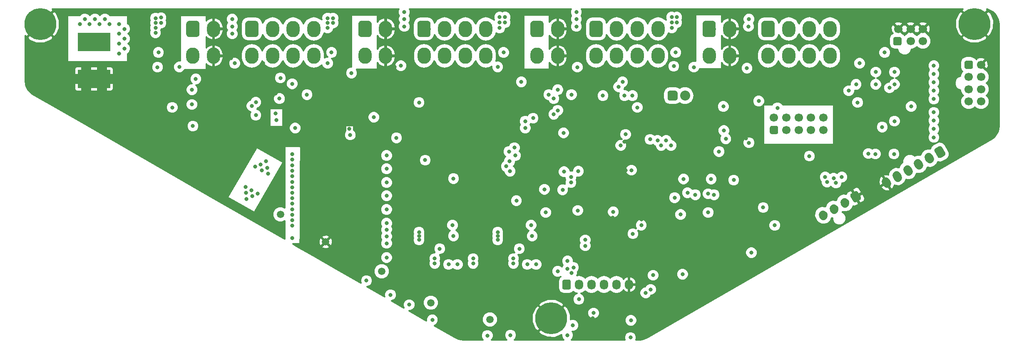
<source format=gbr>
G04 #@! TF.GenerationSoftware,KiCad,Pcbnew,(5.0.0-rc2-dev-296-g4594fedc2)*
G04 #@! TF.CreationDate,2018-05-02T00:47:15+09:30*
G04 #@! TF.ProjectId,zaphod-controller,7A6170686F642D636F6E74726F6C6C65,1.0*
G04 #@! TF.SameCoordinates,Original*
G04 #@! TF.FileFunction,Copper,L2,Inr,Signal*
G04 #@! TF.FilePolarity,Positive*
%FSLAX46Y46*%
G04 Gerber Fmt 4.6, Leading zero omitted, Abs format (unit mm)*
G04 Created by KiCad (PCBNEW (5.0.0-rc2-dev-296-g4594fedc2)) date 05/02/18 00:47:15*
%MOMM*%
%LPD*%
G01*
G04 APERTURE LIST*
%ADD10C,1.730000*%
%ADD11C,1.730000*%
%ADD12C,0.100000*%
%ADD13C,1.700000*%
%ADD14C,1.700000*%
%ADD15C,2.032000*%
%ADD16O,2.032000X2.032000*%
%ADD17C,6.500000*%
%ADD18R,3.430000X3.780000*%
%ADD19O,2.700000X3.300000*%
%ADD20C,2.700000*%
%ADD21C,1.727200*%
%ADD22O,1.727200X2.032000*%
%ADD23C,1.500000*%
%ADD24C,0.800000*%
%ADD25C,0.300000*%
G04 APERTURE END LIST*
D10*
X213200886Y-93010000D03*
D11*
X213125886Y-92880096D02*
X213275886Y-93139904D01*
D10*
X215400591Y-91740000D03*
D11*
X215325591Y-91610096D02*
X215475591Y-91869904D01*
D10*
X217600295Y-90470000D03*
D11*
X217525295Y-90340096D02*
X217675295Y-90599904D01*
D12*
G36*
X219911593Y-88047716D02*
X219953758Y-88052567D01*
X219995245Y-88061527D01*
X220035654Y-88074511D01*
X220074596Y-88091393D01*
X220111695Y-88112010D01*
X220146595Y-88136165D01*
X220178960Y-88163624D01*
X220208477Y-88194123D01*
X220234862Y-88227368D01*
X220257862Y-88263040D01*
X220840362Y-89271960D01*
X220859755Y-89309714D01*
X220875353Y-89349188D01*
X220887008Y-89390000D01*
X220894606Y-89431757D01*
X220898074Y-89474059D01*
X220897380Y-89516497D01*
X220892529Y-89558662D01*
X220883569Y-89600149D01*
X220870585Y-89640558D01*
X220853703Y-89679500D01*
X220833086Y-89716599D01*
X220808931Y-89751499D01*
X220781472Y-89783864D01*
X220750973Y-89813381D01*
X220717728Y-89839766D01*
X220682056Y-89862766D01*
X219932944Y-90295266D01*
X219895190Y-90314659D01*
X219855717Y-90330257D01*
X219814904Y-90341912D01*
X219773147Y-90349510D01*
X219730845Y-90352978D01*
X219688407Y-90352284D01*
X219646242Y-90347433D01*
X219604755Y-90338473D01*
X219564346Y-90325489D01*
X219525404Y-90308607D01*
X219488305Y-90287990D01*
X219453405Y-90263835D01*
X219421040Y-90236376D01*
X219391523Y-90205877D01*
X219365138Y-90172632D01*
X219342138Y-90136960D01*
X218759638Y-89128040D01*
X218740245Y-89090286D01*
X218724647Y-89050812D01*
X218712992Y-89010000D01*
X218705394Y-88968243D01*
X218701926Y-88925941D01*
X218702620Y-88883503D01*
X218707471Y-88841338D01*
X218716431Y-88799851D01*
X218729415Y-88759442D01*
X218746297Y-88720500D01*
X218766914Y-88683401D01*
X218791069Y-88648501D01*
X218818528Y-88616136D01*
X218849027Y-88586619D01*
X218882272Y-88560234D01*
X218917944Y-88537234D01*
X219667056Y-88104734D01*
X219704810Y-88085341D01*
X219744283Y-88069743D01*
X219785096Y-88058088D01*
X219826853Y-88050490D01*
X219869155Y-88047022D01*
X219911593Y-88047716D01*
X219911593Y-88047716D01*
G37*
D10*
X219800000Y-89200000D03*
D13*
X213200000Y-73100000D03*
X210700000Y-73100000D03*
X208200000Y-73100000D03*
X205700000Y-73100000D03*
X203200000Y-73100000D03*
X213200000Y-75600000D03*
X210700000Y-75600000D03*
X208200000Y-75600000D03*
X205700000Y-75600000D03*
D12*
G36*
X203666657Y-74752046D02*
X203707913Y-74758166D01*
X203748371Y-74768300D01*
X203787640Y-74782351D01*
X203825344Y-74800183D01*
X203861117Y-74821625D01*
X203894617Y-74846471D01*
X203925520Y-74874480D01*
X203953529Y-74905383D01*
X203978375Y-74938883D01*
X203999817Y-74974656D01*
X204017649Y-75012360D01*
X204031700Y-75051629D01*
X204041834Y-75092087D01*
X204047954Y-75133343D01*
X204050000Y-75175000D01*
X204050000Y-76025000D01*
X204047954Y-76066657D01*
X204041834Y-76107913D01*
X204031700Y-76148371D01*
X204017649Y-76187640D01*
X203999817Y-76225344D01*
X203978375Y-76261117D01*
X203953529Y-76294617D01*
X203925520Y-76325520D01*
X203894617Y-76353529D01*
X203861117Y-76378375D01*
X203825344Y-76399817D01*
X203787640Y-76417649D01*
X203748371Y-76431700D01*
X203707913Y-76441834D01*
X203666657Y-76447954D01*
X203625000Y-76450000D01*
X202775000Y-76450000D01*
X202733343Y-76447954D01*
X202692087Y-76441834D01*
X202651629Y-76431700D01*
X202612360Y-76417649D01*
X202574656Y-76399817D01*
X202538883Y-76378375D01*
X202505383Y-76353529D01*
X202474480Y-76325520D01*
X202446471Y-76294617D01*
X202421625Y-76261117D01*
X202400183Y-76225344D01*
X202382351Y-76187640D01*
X202368300Y-76148371D01*
X202358166Y-76107913D01*
X202352046Y-76066657D01*
X202350000Y-76025000D01*
X202350000Y-75175000D01*
X202352046Y-75133343D01*
X202358166Y-75092087D01*
X202368300Y-75051629D01*
X202382351Y-75012360D01*
X202400183Y-74974656D01*
X202421625Y-74938883D01*
X202446471Y-74905383D01*
X202474480Y-74874480D01*
X202505383Y-74846471D01*
X202538883Y-74821625D01*
X202574656Y-74800183D01*
X202612360Y-74782351D01*
X202651629Y-74768300D01*
X202692087Y-74758166D01*
X202733343Y-74752046D01*
X202775000Y-74750000D01*
X203625000Y-74750000D01*
X203666657Y-74752046D01*
X203666657Y-74752046D01*
G37*
D13*
X203200000Y-75600000D03*
X226104809Y-86350000D03*
D14*
X225979809Y-86133494D02*
X226229809Y-86566506D01*
D13*
X228269873Y-85100000D03*
D14*
X228144873Y-84883494D02*
X228394873Y-85316506D01*
D13*
X230434936Y-83850000D03*
D14*
X230309936Y-83633494D02*
X230559936Y-84066506D01*
D13*
X232600000Y-82600000D03*
D14*
X232475000Y-82383494D02*
X232725000Y-82816506D01*
D13*
X234765063Y-81350000D03*
D14*
X234640063Y-81133494D02*
X234890063Y-81566506D01*
D12*
G36*
X236988484Y-78878843D02*
X237029919Y-78883610D01*
X237070686Y-78892415D01*
X237110394Y-78905173D01*
X237148661Y-78921762D01*
X237185117Y-78942022D01*
X237219412Y-78965758D01*
X237251215Y-78992741D01*
X237280220Y-79022711D01*
X237306148Y-79055380D01*
X237328749Y-79090433D01*
X238003749Y-80259567D01*
X238022805Y-80296666D01*
X238038133Y-80335455D01*
X238049586Y-80375560D01*
X238057052Y-80416593D01*
X238060460Y-80458161D01*
X238059778Y-80499863D01*
X238055011Y-80541298D01*
X238046206Y-80582065D01*
X238033448Y-80621773D01*
X238016859Y-80660040D01*
X237996599Y-80696496D01*
X237972863Y-80730791D01*
X237945880Y-80762594D01*
X237915910Y-80791599D01*
X237883241Y-80817527D01*
X237848188Y-80840128D01*
X237112066Y-81265128D01*
X237074966Y-81284184D01*
X237036178Y-81299512D01*
X236996073Y-81310965D01*
X236955040Y-81318431D01*
X236913472Y-81321839D01*
X236871770Y-81321157D01*
X236830335Y-81316390D01*
X236789568Y-81307585D01*
X236749860Y-81294827D01*
X236711593Y-81278238D01*
X236675137Y-81257978D01*
X236640842Y-81234242D01*
X236609039Y-81207259D01*
X236580034Y-81177289D01*
X236554106Y-81144620D01*
X236531505Y-81109567D01*
X235856505Y-79940433D01*
X235837449Y-79903334D01*
X235822121Y-79864545D01*
X235810668Y-79824440D01*
X235803202Y-79783407D01*
X235799794Y-79741839D01*
X235800476Y-79700137D01*
X235805243Y-79658702D01*
X235814048Y-79617935D01*
X235826806Y-79578227D01*
X235843395Y-79539960D01*
X235863655Y-79503504D01*
X235887391Y-79469209D01*
X235914374Y-79437406D01*
X235944344Y-79408401D01*
X235977013Y-79382473D01*
X236012066Y-79359872D01*
X236748188Y-78934872D01*
X236785288Y-78915816D01*
X236824076Y-78900488D01*
X236864181Y-78889035D01*
X236905214Y-78881569D01*
X236946782Y-78878161D01*
X236988484Y-78878843D01*
X236988484Y-78878843D01*
G37*
D13*
X236930127Y-80100000D03*
X245300000Y-69800000D03*
X245300000Y-67300000D03*
X245300000Y-64800000D03*
X245300000Y-62300000D03*
X242800000Y-69800000D03*
X242800000Y-67300000D03*
X242800000Y-64800000D03*
D12*
G36*
X243266657Y-61452046D02*
X243307913Y-61458166D01*
X243348371Y-61468300D01*
X243387640Y-61482351D01*
X243425344Y-61500183D01*
X243461117Y-61521625D01*
X243494617Y-61546471D01*
X243525520Y-61574480D01*
X243553529Y-61605383D01*
X243578375Y-61638883D01*
X243599817Y-61674656D01*
X243617649Y-61712360D01*
X243631700Y-61751629D01*
X243641834Y-61792087D01*
X243647954Y-61833343D01*
X243650000Y-61875000D01*
X243650000Y-62725000D01*
X243647954Y-62766657D01*
X243641834Y-62807913D01*
X243631700Y-62848371D01*
X243617649Y-62887640D01*
X243599817Y-62925344D01*
X243578375Y-62961117D01*
X243553529Y-62994617D01*
X243525520Y-63025520D01*
X243494617Y-63053529D01*
X243461117Y-63078375D01*
X243425344Y-63099817D01*
X243387640Y-63117649D01*
X243348371Y-63131700D01*
X243307913Y-63141834D01*
X243266657Y-63147954D01*
X243225000Y-63150000D01*
X242375000Y-63150000D01*
X242333343Y-63147954D01*
X242292087Y-63141834D01*
X242251629Y-63131700D01*
X242212360Y-63117649D01*
X242174656Y-63099817D01*
X242138883Y-63078375D01*
X242105383Y-63053529D01*
X242074480Y-63025520D01*
X242046471Y-62994617D01*
X242021625Y-62961117D01*
X242000183Y-62925344D01*
X241982351Y-62887640D01*
X241968300Y-62848371D01*
X241958166Y-62807913D01*
X241952046Y-62766657D01*
X241950000Y-62725000D01*
X241950000Y-61875000D01*
X241952046Y-61833343D01*
X241958166Y-61792087D01*
X241968300Y-61751629D01*
X241982351Y-61712360D01*
X242000183Y-61674656D01*
X242021625Y-61638883D01*
X242046471Y-61605383D01*
X242074480Y-61574480D01*
X242105383Y-61546471D01*
X242138883Y-61521625D01*
X242174656Y-61500183D01*
X242212360Y-61482351D01*
X242251629Y-61468300D01*
X242292087Y-61458166D01*
X242333343Y-61452046D01*
X242375000Y-61450000D01*
X243225000Y-61450000D01*
X243266657Y-61452046D01*
X243266657Y-61452046D01*
G37*
D13*
X242800000Y-62300000D03*
X233500000Y-55000000D03*
X231000000Y-55000000D03*
X228500000Y-55000000D03*
X233500000Y-57500000D03*
X231000000Y-57500000D03*
D12*
G36*
X228766657Y-56652046D02*
X228807913Y-56658166D01*
X228848371Y-56668300D01*
X228887640Y-56682351D01*
X228925344Y-56700183D01*
X228961117Y-56721625D01*
X228994617Y-56746471D01*
X229025520Y-56774480D01*
X229053529Y-56805383D01*
X229078375Y-56838883D01*
X229099817Y-56874656D01*
X229117649Y-56912360D01*
X229131700Y-56951629D01*
X229141834Y-56992087D01*
X229147954Y-57033343D01*
X229150000Y-57075000D01*
X229150000Y-57925000D01*
X229147954Y-57966657D01*
X229141834Y-58007913D01*
X229131700Y-58048371D01*
X229117649Y-58087640D01*
X229099817Y-58125344D01*
X229078375Y-58161117D01*
X229053529Y-58194617D01*
X229025520Y-58225520D01*
X228994617Y-58253529D01*
X228961117Y-58278375D01*
X228925344Y-58299817D01*
X228887640Y-58317649D01*
X228848371Y-58331700D01*
X228807913Y-58341834D01*
X228766657Y-58347954D01*
X228725000Y-58350000D01*
X227875000Y-58350000D01*
X227833343Y-58347954D01*
X227792087Y-58341834D01*
X227751629Y-58331700D01*
X227712360Y-58317649D01*
X227674656Y-58299817D01*
X227638883Y-58278375D01*
X227605383Y-58253529D01*
X227574480Y-58225520D01*
X227546471Y-58194617D01*
X227521625Y-58161117D01*
X227500183Y-58125344D01*
X227482351Y-58087640D01*
X227468300Y-58048371D01*
X227458166Y-58007913D01*
X227452046Y-57966657D01*
X227450000Y-57925000D01*
X227450000Y-57075000D01*
X227452046Y-57033343D01*
X227458166Y-56992087D01*
X227468300Y-56951629D01*
X227482351Y-56912360D01*
X227500183Y-56874656D01*
X227521625Y-56838883D01*
X227546471Y-56805383D01*
X227574480Y-56774480D01*
X227605383Y-56746471D01*
X227638883Y-56721625D01*
X227674656Y-56700183D01*
X227712360Y-56682351D01*
X227751629Y-56668300D01*
X227792087Y-56658166D01*
X227833343Y-56652046D01*
X227875000Y-56650000D01*
X228725000Y-56650000D01*
X228766657Y-56652046D01*
X228766657Y-56652046D01*
G37*
D13*
X228300000Y-57500000D03*
D12*
G36*
X183117793Y-67586446D02*
X183167106Y-67593761D01*
X183215465Y-67605874D01*
X183262403Y-67622669D01*
X183307470Y-67643984D01*
X183350230Y-67669613D01*
X183390272Y-67699311D01*
X183427210Y-67732790D01*
X183460689Y-67769728D01*
X183490387Y-67809770D01*
X183516016Y-67852530D01*
X183537331Y-67897597D01*
X183554126Y-67944535D01*
X183566239Y-67992894D01*
X183573554Y-68042207D01*
X183576000Y-68092000D01*
X183576000Y-69108000D01*
X183573554Y-69157793D01*
X183566239Y-69207106D01*
X183554126Y-69255465D01*
X183537331Y-69302403D01*
X183516016Y-69347470D01*
X183490387Y-69390230D01*
X183460689Y-69430272D01*
X183427210Y-69467210D01*
X183390272Y-69500689D01*
X183350230Y-69530387D01*
X183307470Y-69556016D01*
X183262403Y-69577331D01*
X183215465Y-69594126D01*
X183167106Y-69606239D01*
X183117793Y-69613554D01*
X183068000Y-69616000D01*
X182052000Y-69616000D01*
X182002207Y-69613554D01*
X181952894Y-69606239D01*
X181904535Y-69594126D01*
X181857597Y-69577331D01*
X181812530Y-69556016D01*
X181769770Y-69530387D01*
X181729728Y-69500689D01*
X181692790Y-69467210D01*
X181659311Y-69430272D01*
X181629613Y-69390230D01*
X181603984Y-69347470D01*
X181582669Y-69302403D01*
X181565874Y-69255465D01*
X181553761Y-69207106D01*
X181546446Y-69157793D01*
X181544000Y-69108000D01*
X181544000Y-68092000D01*
X181546446Y-68042207D01*
X181553761Y-67992894D01*
X181565874Y-67944535D01*
X181582669Y-67897597D01*
X181603984Y-67852530D01*
X181629613Y-67809770D01*
X181659311Y-67769728D01*
X181692790Y-67732790D01*
X181729728Y-67699311D01*
X181769770Y-67669613D01*
X181812530Y-67643984D01*
X181857597Y-67622669D01*
X181904535Y-67605874D01*
X181952894Y-67593761D01*
X182002207Y-67586446D01*
X182052000Y-67584000D01*
X183068000Y-67584000D01*
X183117793Y-67586446D01*
X183117793Y-67586446D01*
G37*
D15*
X182560000Y-68600000D03*
D16*
X185100000Y-68600000D03*
D17*
X157900000Y-114000000D03*
D18*
X66480000Y-65190000D03*
X66480000Y-57700000D03*
X63300000Y-65190000D03*
X63300000Y-57700000D03*
D19*
X109600000Y-60500000D03*
X105400000Y-60500000D03*
X101200000Y-60500000D03*
X97000000Y-60500000D03*
X109600000Y-55000000D03*
X105400000Y-55000000D03*
X101200000Y-55000000D03*
D12*
G36*
X97741162Y-53353250D02*
X97806686Y-53362970D01*
X97870942Y-53379065D01*
X97933311Y-53401381D01*
X97993193Y-53429703D01*
X98050010Y-53463758D01*
X98103215Y-53503218D01*
X98152297Y-53547703D01*
X98196782Y-53596785D01*
X98236242Y-53649990D01*
X98270297Y-53706807D01*
X98298619Y-53766689D01*
X98320935Y-53829058D01*
X98337030Y-53893314D01*
X98346750Y-53958838D01*
X98350000Y-54025000D01*
X98350000Y-55975000D01*
X98346750Y-56041162D01*
X98337030Y-56106686D01*
X98320935Y-56170942D01*
X98298619Y-56233311D01*
X98270297Y-56293193D01*
X98236242Y-56350010D01*
X98196782Y-56403215D01*
X98152297Y-56452297D01*
X98103215Y-56496782D01*
X98050010Y-56536242D01*
X97993193Y-56570297D01*
X97933311Y-56598619D01*
X97870942Y-56620935D01*
X97806686Y-56637030D01*
X97741162Y-56646750D01*
X97675000Y-56650000D01*
X96325000Y-56650000D01*
X96258838Y-56646750D01*
X96193314Y-56637030D01*
X96129058Y-56620935D01*
X96066689Y-56598619D01*
X96006807Y-56570297D01*
X95949990Y-56536242D01*
X95896785Y-56496782D01*
X95847703Y-56452297D01*
X95803218Y-56403215D01*
X95763758Y-56350010D01*
X95729703Y-56293193D01*
X95701381Y-56233311D01*
X95679065Y-56170942D01*
X95662970Y-56106686D01*
X95653250Y-56041162D01*
X95650000Y-55975000D01*
X95650000Y-54025000D01*
X95653250Y-53958838D01*
X95662970Y-53893314D01*
X95679065Y-53829058D01*
X95701381Y-53766689D01*
X95729703Y-53706807D01*
X95763758Y-53649990D01*
X95803218Y-53596785D01*
X95847703Y-53547703D01*
X95896785Y-53503218D01*
X95949990Y-53463758D01*
X96006807Y-53429703D01*
X96066689Y-53401381D01*
X96129058Y-53379065D01*
X96193314Y-53362970D01*
X96258838Y-53353250D01*
X96325000Y-53350000D01*
X97675000Y-53350000D01*
X97741162Y-53353250D01*
X97741162Y-53353250D01*
G37*
D20*
X97000000Y-55000000D03*
D19*
X144600000Y-60500000D03*
X140400000Y-60500000D03*
X136200000Y-60500000D03*
X132000000Y-60500000D03*
X144600000Y-55000000D03*
X140400000Y-55000000D03*
X136200000Y-55000000D03*
D12*
G36*
X132741162Y-53353250D02*
X132806686Y-53362970D01*
X132870942Y-53379065D01*
X132933311Y-53401381D01*
X132993193Y-53429703D01*
X133050010Y-53463758D01*
X133103215Y-53503218D01*
X133152297Y-53547703D01*
X133196782Y-53596785D01*
X133236242Y-53649990D01*
X133270297Y-53706807D01*
X133298619Y-53766689D01*
X133320935Y-53829058D01*
X133337030Y-53893314D01*
X133346750Y-53958838D01*
X133350000Y-54025000D01*
X133350000Y-55975000D01*
X133346750Y-56041162D01*
X133337030Y-56106686D01*
X133320935Y-56170942D01*
X133298619Y-56233311D01*
X133270297Y-56293193D01*
X133236242Y-56350010D01*
X133196782Y-56403215D01*
X133152297Y-56452297D01*
X133103215Y-56496782D01*
X133050010Y-56536242D01*
X132993193Y-56570297D01*
X132933311Y-56598619D01*
X132870942Y-56620935D01*
X132806686Y-56637030D01*
X132741162Y-56646750D01*
X132675000Y-56650000D01*
X131325000Y-56650000D01*
X131258838Y-56646750D01*
X131193314Y-56637030D01*
X131129058Y-56620935D01*
X131066689Y-56598619D01*
X131006807Y-56570297D01*
X130949990Y-56536242D01*
X130896785Y-56496782D01*
X130847703Y-56452297D01*
X130803218Y-56403215D01*
X130763758Y-56350010D01*
X130729703Y-56293193D01*
X130701381Y-56233311D01*
X130679065Y-56170942D01*
X130662970Y-56106686D01*
X130653250Y-56041162D01*
X130650000Y-55975000D01*
X130650000Y-54025000D01*
X130653250Y-53958838D01*
X130662970Y-53893314D01*
X130679065Y-53829058D01*
X130701381Y-53766689D01*
X130729703Y-53706807D01*
X130763758Y-53649990D01*
X130803218Y-53596785D01*
X130847703Y-53547703D01*
X130896785Y-53503218D01*
X130949990Y-53463758D01*
X131006807Y-53429703D01*
X131066689Y-53401381D01*
X131129058Y-53379065D01*
X131193314Y-53362970D01*
X131258838Y-53353250D01*
X131325000Y-53350000D01*
X132675000Y-53350000D01*
X132741162Y-53353250D01*
X132741162Y-53353250D01*
G37*
D20*
X132000000Y-55000000D03*
D19*
X179600000Y-60500000D03*
X175400000Y-60500000D03*
X171200000Y-60500000D03*
X167000000Y-60500000D03*
X179600000Y-55000000D03*
X175400000Y-55000000D03*
X171200000Y-55000000D03*
D12*
G36*
X167741162Y-53353250D02*
X167806686Y-53362970D01*
X167870942Y-53379065D01*
X167933311Y-53401381D01*
X167993193Y-53429703D01*
X168050010Y-53463758D01*
X168103215Y-53503218D01*
X168152297Y-53547703D01*
X168196782Y-53596785D01*
X168236242Y-53649990D01*
X168270297Y-53706807D01*
X168298619Y-53766689D01*
X168320935Y-53829058D01*
X168337030Y-53893314D01*
X168346750Y-53958838D01*
X168350000Y-54025000D01*
X168350000Y-55975000D01*
X168346750Y-56041162D01*
X168337030Y-56106686D01*
X168320935Y-56170942D01*
X168298619Y-56233311D01*
X168270297Y-56293193D01*
X168236242Y-56350010D01*
X168196782Y-56403215D01*
X168152297Y-56452297D01*
X168103215Y-56496782D01*
X168050010Y-56536242D01*
X167993193Y-56570297D01*
X167933311Y-56598619D01*
X167870942Y-56620935D01*
X167806686Y-56637030D01*
X167741162Y-56646750D01*
X167675000Y-56650000D01*
X166325000Y-56650000D01*
X166258838Y-56646750D01*
X166193314Y-56637030D01*
X166129058Y-56620935D01*
X166066689Y-56598619D01*
X166006807Y-56570297D01*
X165949990Y-56536242D01*
X165896785Y-56496782D01*
X165847703Y-56452297D01*
X165803218Y-56403215D01*
X165763758Y-56350010D01*
X165729703Y-56293193D01*
X165701381Y-56233311D01*
X165679065Y-56170942D01*
X165662970Y-56106686D01*
X165653250Y-56041162D01*
X165650000Y-55975000D01*
X165650000Y-54025000D01*
X165653250Y-53958838D01*
X165662970Y-53893314D01*
X165679065Y-53829058D01*
X165701381Y-53766689D01*
X165729703Y-53706807D01*
X165763758Y-53649990D01*
X165803218Y-53596785D01*
X165847703Y-53547703D01*
X165896785Y-53503218D01*
X165949990Y-53463758D01*
X166006807Y-53429703D01*
X166066689Y-53401381D01*
X166129058Y-53379065D01*
X166193314Y-53362970D01*
X166258838Y-53353250D01*
X166325000Y-53350000D01*
X167675000Y-53350000D01*
X167741162Y-53353250D01*
X167741162Y-53353250D01*
G37*
D20*
X167000000Y-55000000D03*
D19*
X214600000Y-60500000D03*
X210400000Y-60500000D03*
X206200000Y-60500000D03*
X202000000Y-60500000D03*
X214600000Y-55000000D03*
X210400000Y-55000000D03*
X206200000Y-55000000D03*
D12*
G36*
X202741162Y-53353250D02*
X202806686Y-53362970D01*
X202870942Y-53379065D01*
X202933311Y-53401381D01*
X202993193Y-53429703D01*
X203050010Y-53463758D01*
X203103215Y-53503218D01*
X203152297Y-53547703D01*
X203196782Y-53596785D01*
X203236242Y-53649990D01*
X203270297Y-53706807D01*
X203298619Y-53766689D01*
X203320935Y-53829058D01*
X203337030Y-53893314D01*
X203346750Y-53958838D01*
X203350000Y-54025000D01*
X203350000Y-55975000D01*
X203346750Y-56041162D01*
X203337030Y-56106686D01*
X203320935Y-56170942D01*
X203298619Y-56233311D01*
X203270297Y-56293193D01*
X203236242Y-56350010D01*
X203196782Y-56403215D01*
X203152297Y-56452297D01*
X203103215Y-56496782D01*
X203050010Y-56536242D01*
X202993193Y-56570297D01*
X202933311Y-56598619D01*
X202870942Y-56620935D01*
X202806686Y-56637030D01*
X202741162Y-56646750D01*
X202675000Y-56650000D01*
X201325000Y-56650000D01*
X201258838Y-56646750D01*
X201193314Y-56637030D01*
X201129058Y-56620935D01*
X201066689Y-56598619D01*
X201006807Y-56570297D01*
X200949990Y-56536242D01*
X200896785Y-56496782D01*
X200847703Y-56452297D01*
X200803218Y-56403215D01*
X200763758Y-56350010D01*
X200729703Y-56293193D01*
X200701381Y-56233311D01*
X200679065Y-56170942D01*
X200662970Y-56106686D01*
X200653250Y-56041162D01*
X200650000Y-55975000D01*
X200650000Y-54025000D01*
X200653250Y-53958838D01*
X200662970Y-53893314D01*
X200679065Y-53829058D01*
X200701381Y-53766689D01*
X200729703Y-53706807D01*
X200763758Y-53649990D01*
X200803218Y-53596785D01*
X200847703Y-53547703D01*
X200896785Y-53503218D01*
X200949990Y-53463758D01*
X201006807Y-53429703D01*
X201066689Y-53401381D01*
X201129058Y-53379065D01*
X201193314Y-53362970D01*
X201258838Y-53353250D01*
X201325000Y-53350000D01*
X202675000Y-53350000D01*
X202741162Y-53353250D01*
X202741162Y-53353250D01*
G37*
D20*
X202000000Y-55000000D03*
D19*
X89200000Y-60500000D03*
X85000000Y-60500000D03*
X89200000Y-55000000D03*
D12*
G36*
X85741162Y-53353250D02*
X85806686Y-53362970D01*
X85870942Y-53379065D01*
X85933311Y-53401381D01*
X85993193Y-53429703D01*
X86050010Y-53463758D01*
X86103215Y-53503218D01*
X86152297Y-53547703D01*
X86196782Y-53596785D01*
X86236242Y-53649990D01*
X86270297Y-53706807D01*
X86298619Y-53766689D01*
X86320935Y-53829058D01*
X86337030Y-53893314D01*
X86346750Y-53958838D01*
X86350000Y-54025000D01*
X86350000Y-55975000D01*
X86346750Y-56041162D01*
X86337030Y-56106686D01*
X86320935Y-56170942D01*
X86298619Y-56233311D01*
X86270297Y-56293193D01*
X86236242Y-56350010D01*
X86196782Y-56403215D01*
X86152297Y-56452297D01*
X86103215Y-56496782D01*
X86050010Y-56536242D01*
X85993193Y-56570297D01*
X85933311Y-56598619D01*
X85870942Y-56620935D01*
X85806686Y-56637030D01*
X85741162Y-56646750D01*
X85675000Y-56650000D01*
X84325000Y-56650000D01*
X84258838Y-56646750D01*
X84193314Y-56637030D01*
X84129058Y-56620935D01*
X84066689Y-56598619D01*
X84006807Y-56570297D01*
X83949990Y-56536242D01*
X83896785Y-56496782D01*
X83847703Y-56452297D01*
X83803218Y-56403215D01*
X83763758Y-56350010D01*
X83729703Y-56293193D01*
X83701381Y-56233311D01*
X83679065Y-56170942D01*
X83662970Y-56106686D01*
X83653250Y-56041162D01*
X83650000Y-55975000D01*
X83650000Y-54025000D01*
X83653250Y-53958838D01*
X83662970Y-53893314D01*
X83679065Y-53829058D01*
X83701381Y-53766689D01*
X83729703Y-53706807D01*
X83763758Y-53649990D01*
X83803218Y-53596785D01*
X83847703Y-53547703D01*
X83896785Y-53503218D01*
X83949990Y-53463758D01*
X84006807Y-53429703D01*
X84066689Y-53401381D01*
X84129058Y-53379065D01*
X84193314Y-53362970D01*
X84258838Y-53353250D01*
X84325000Y-53350000D01*
X85675000Y-53350000D01*
X85741162Y-53353250D01*
X85741162Y-53353250D01*
G37*
D20*
X85000000Y-55000000D03*
D19*
X124200000Y-60500000D03*
X120000000Y-60500000D03*
X124200000Y-55000000D03*
D12*
G36*
X120741162Y-53353250D02*
X120806686Y-53362970D01*
X120870942Y-53379065D01*
X120933311Y-53401381D01*
X120993193Y-53429703D01*
X121050010Y-53463758D01*
X121103215Y-53503218D01*
X121152297Y-53547703D01*
X121196782Y-53596785D01*
X121236242Y-53649990D01*
X121270297Y-53706807D01*
X121298619Y-53766689D01*
X121320935Y-53829058D01*
X121337030Y-53893314D01*
X121346750Y-53958838D01*
X121350000Y-54025000D01*
X121350000Y-55975000D01*
X121346750Y-56041162D01*
X121337030Y-56106686D01*
X121320935Y-56170942D01*
X121298619Y-56233311D01*
X121270297Y-56293193D01*
X121236242Y-56350010D01*
X121196782Y-56403215D01*
X121152297Y-56452297D01*
X121103215Y-56496782D01*
X121050010Y-56536242D01*
X120993193Y-56570297D01*
X120933311Y-56598619D01*
X120870942Y-56620935D01*
X120806686Y-56637030D01*
X120741162Y-56646750D01*
X120675000Y-56650000D01*
X119325000Y-56650000D01*
X119258838Y-56646750D01*
X119193314Y-56637030D01*
X119129058Y-56620935D01*
X119066689Y-56598619D01*
X119006807Y-56570297D01*
X118949990Y-56536242D01*
X118896785Y-56496782D01*
X118847703Y-56452297D01*
X118803218Y-56403215D01*
X118763758Y-56350010D01*
X118729703Y-56293193D01*
X118701381Y-56233311D01*
X118679065Y-56170942D01*
X118662970Y-56106686D01*
X118653250Y-56041162D01*
X118650000Y-55975000D01*
X118650000Y-54025000D01*
X118653250Y-53958838D01*
X118662970Y-53893314D01*
X118679065Y-53829058D01*
X118701381Y-53766689D01*
X118729703Y-53706807D01*
X118763758Y-53649990D01*
X118803218Y-53596785D01*
X118847703Y-53547703D01*
X118896785Y-53503218D01*
X118949990Y-53463758D01*
X119006807Y-53429703D01*
X119066689Y-53401381D01*
X119129058Y-53379065D01*
X119193314Y-53362970D01*
X119258838Y-53353250D01*
X119325000Y-53350000D01*
X120675000Y-53350000D01*
X120741162Y-53353250D01*
X120741162Y-53353250D01*
G37*
D20*
X120000000Y-55000000D03*
D19*
X159200000Y-60500000D03*
X155000000Y-60500000D03*
X159200000Y-55000000D03*
D12*
G36*
X155741162Y-53353250D02*
X155806686Y-53362970D01*
X155870942Y-53379065D01*
X155933311Y-53401381D01*
X155993193Y-53429703D01*
X156050010Y-53463758D01*
X156103215Y-53503218D01*
X156152297Y-53547703D01*
X156196782Y-53596785D01*
X156236242Y-53649990D01*
X156270297Y-53706807D01*
X156298619Y-53766689D01*
X156320935Y-53829058D01*
X156337030Y-53893314D01*
X156346750Y-53958838D01*
X156350000Y-54025000D01*
X156350000Y-55975000D01*
X156346750Y-56041162D01*
X156337030Y-56106686D01*
X156320935Y-56170942D01*
X156298619Y-56233311D01*
X156270297Y-56293193D01*
X156236242Y-56350010D01*
X156196782Y-56403215D01*
X156152297Y-56452297D01*
X156103215Y-56496782D01*
X156050010Y-56536242D01*
X155993193Y-56570297D01*
X155933311Y-56598619D01*
X155870942Y-56620935D01*
X155806686Y-56637030D01*
X155741162Y-56646750D01*
X155675000Y-56650000D01*
X154325000Y-56650000D01*
X154258838Y-56646750D01*
X154193314Y-56637030D01*
X154129058Y-56620935D01*
X154066689Y-56598619D01*
X154006807Y-56570297D01*
X153949990Y-56536242D01*
X153896785Y-56496782D01*
X153847703Y-56452297D01*
X153803218Y-56403215D01*
X153763758Y-56350010D01*
X153729703Y-56293193D01*
X153701381Y-56233311D01*
X153679065Y-56170942D01*
X153662970Y-56106686D01*
X153653250Y-56041162D01*
X153650000Y-55975000D01*
X153650000Y-54025000D01*
X153653250Y-53958838D01*
X153662970Y-53893314D01*
X153679065Y-53829058D01*
X153701381Y-53766689D01*
X153729703Y-53706807D01*
X153763758Y-53649990D01*
X153803218Y-53596785D01*
X153847703Y-53547703D01*
X153896785Y-53503218D01*
X153949990Y-53463758D01*
X154006807Y-53429703D01*
X154066689Y-53401381D01*
X154129058Y-53379065D01*
X154193314Y-53362970D01*
X154258838Y-53353250D01*
X154325000Y-53350000D01*
X155675000Y-53350000D01*
X155741162Y-53353250D01*
X155741162Y-53353250D01*
G37*
D20*
X155000000Y-55000000D03*
D19*
X194200000Y-60500000D03*
X190000000Y-60500000D03*
X194200000Y-55000000D03*
D12*
G36*
X190741162Y-53353250D02*
X190806686Y-53362970D01*
X190870942Y-53379065D01*
X190933311Y-53401381D01*
X190993193Y-53429703D01*
X191050010Y-53463758D01*
X191103215Y-53503218D01*
X191152297Y-53547703D01*
X191196782Y-53596785D01*
X191236242Y-53649990D01*
X191270297Y-53706807D01*
X191298619Y-53766689D01*
X191320935Y-53829058D01*
X191337030Y-53893314D01*
X191346750Y-53958838D01*
X191350000Y-54025000D01*
X191350000Y-55975000D01*
X191346750Y-56041162D01*
X191337030Y-56106686D01*
X191320935Y-56170942D01*
X191298619Y-56233311D01*
X191270297Y-56293193D01*
X191236242Y-56350010D01*
X191196782Y-56403215D01*
X191152297Y-56452297D01*
X191103215Y-56496782D01*
X191050010Y-56536242D01*
X190993193Y-56570297D01*
X190933311Y-56598619D01*
X190870942Y-56620935D01*
X190806686Y-56637030D01*
X190741162Y-56646750D01*
X190675000Y-56650000D01*
X189325000Y-56650000D01*
X189258838Y-56646750D01*
X189193314Y-56637030D01*
X189129058Y-56620935D01*
X189066689Y-56598619D01*
X189006807Y-56570297D01*
X188949990Y-56536242D01*
X188896785Y-56496782D01*
X188847703Y-56452297D01*
X188803218Y-56403215D01*
X188763758Y-56350010D01*
X188729703Y-56293193D01*
X188701381Y-56233311D01*
X188679065Y-56170942D01*
X188662970Y-56106686D01*
X188653250Y-56041162D01*
X188650000Y-55975000D01*
X188650000Y-54025000D01*
X188653250Y-53958838D01*
X188662970Y-53893314D01*
X188679065Y-53829058D01*
X188701381Y-53766689D01*
X188729703Y-53706807D01*
X188763758Y-53649990D01*
X188803218Y-53596785D01*
X188847703Y-53547703D01*
X188896785Y-53503218D01*
X188949990Y-53463758D01*
X189006807Y-53429703D01*
X189066689Y-53401381D01*
X189129058Y-53379065D01*
X189193314Y-53362970D01*
X189258838Y-53353250D01*
X189325000Y-53350000D01*
X190675000Y-53350000D01*
X190741162Y-53353250D01*
X190741162Y-53353250D01*
G37*
D20*
X190000000Y-55000000D03*
D12*
G36*
X161474124Y-106086079D02*
X161516040Y-106092297D01*
X161557145Y-106102593D01*
X161597043Y-106116869D01*
X161635349Y-106134986D01*
X161671695Y-106156771D01*
X161705731Y-106182014D01*
X161737129Y-106210471D01*
X161765586Y-106241869D01*
X161790829Y-106275905D01*
X161812614Y-106312251D01*
X161830731Y-106350557D01*
X161845007Y-106390455D01*
X161855303Y-106431560D01*
X161861521Y-106473476D01*
X161863600Y-106515800D01*
X161863600Y-107684200D01*
X161861521Y-107726524D01*
X161855303Y-107768440D01*
X161845007Y-107809545D01*
X161830731Y-107849443D01*
X161812614Y-107887749D01*
X161790829Y-107924095D01*
X161765586Y-107958131D01*
X161737129Y-107989529D01*
X161705731Y-108017986D01*
X161671695Y-108043229D01*
X161635349Y-108065014D01*
X161597043Y-108083131D01*
X161557145Y-108097407D01*
X161516040Y-108107703D01*
X161474124Y-108113921D01*
X161431800Y-108116000D01*
X160568200Y-108116000D01*
X160525876Y-108113921D01*
X160483960Y-108107703D01*
X160442855Y-108097407D01*
X160402957Y-108083131D01*
X160364651Y-108065014D01*
X160328305Y-108043229D01*
X160294269Y-108017986D01*
X160262871Y-107989529D01*
X160234414Y-107958131D01*
X160209171Y-107924095D01*
X160187386Y-107887749D01*
X160169269Y-107849443D01*
X160154993Y-107809545D01*
X160144697Y-107768440D01*
X160138479Y-107726524D01*
X160136400Y-107684200D01*
X160136400Y-106515800D01*
X160138479Y-106473476D01*
X160144697Y-106431560D01*
X160154993Y-106390455D01*
X160169269Y-106350557D01*
X160187386Y-106312251D01*
X160209171Y-106275905D01*
X160234414Y-106241869D01*
X160262871Y-106210471D01*
X160294269Y-106182014D01*
X160328305Y-106156771D01*
X160364651Y-106134986D01*
X160402957Y-106116869D01*
X160442855Y-106102593D01*
X160483960Y-106092297D01*
X160525876Y-106086079D01*
X160568200Y-106084000D01*
X161431800Y-106084000D01*
X161474124Y-106086079D01*
X161474124Y-106086079D01*
G37*
D21*
X161000000Y-107100000D03*
D22*
X163540000Y-107100000D03*
X166080000Y-107100000D03*
X168620000Y-107100000D03*
X171160000Y-107100000D03*
X173700000Y-107100000D03*
D17*
X53976952Y-54000000D03*
X244000000Y-54000000D03*
D23*
X102800000Y-92800000D03*
X123400000Y-104400000D03*
X133400000Y-110800000D03*
X145400000Y-114200000D03*
X112000000Y-98400000D03*
D24*
X170400000Y-93500000D03*
X63000000Y-69600000D03*
X65000000Y-69600000D03*
X67000000Y-69600000D03*
X69000000Y-69600000D03*
X71100000Y-67800000D03*
X71100000Y-66300000D03*
X71100000Y-64800000D03*
X120300000Y-106300000D03*
X124400000Y-98700000D03*
X124400000Y-95900000D03*
X71100000Y-59000000D03*
X71100000Y-57000000D03*
X71100000Y-55000000D03*
X67100000Y-53000000D03*
X65100000Y-53000000D03*
X63000000Y-53000000D03*
X78500000Y-52700000D03*
X77400000Y-52800000D03*
X113500000Y-52800000D03*
X112400000Y-52800000D03*
X128000000Y-51600000D03*
X148500000Y-52600000D03*
X147400000Y-52600000D03*
X163000000Y-51600000D03*
X183400000Y-52600000D03*
X93200000Y-78300000D03*
X93500000Y-79500000D03*
X92000000Y-78800000D03*
X88800000Y-85800000D03*
X90100000Y-85300000D03*
X88500000Y-84500000D03*
X113200000Y-96100000D03*
X113200000Y-95000000D03*
X113200000Y-88400000D03*
X113200000Y-86100000D03*
X113200000Y-83900000D03*
X113200000Y-81600000D03*
X113200000Y-89500000D03*
X197489824Y-77284736D03*
X190800000Y-106800000D03*
X193400000Y-105600000D03*
X200000000Y-101800000D03*
X153000000Y-117400000D03*
X137000000Y-116000000D03*
X140600000Y-117400000D03*
X97200000Y-76400000D03*
X99000000Y-76400000D03*
X90000000Y-66000000D03*
X62000000Y-68500000D03*
X70000000Y-64000000D03*
X70000000Y-65500000D03*
X70000000Y-67000000D03*
X70000000Y-68500000D03*
X68000000Y-68500000D03*
X66000000Y-68500000D03*
X64000000Y-68500000D03*
X76800000Y-69600000D03*
X76800000Y-73000000D03*
X78600000Y-80400000D03*
X117000000Y-104800000D03*
X115000000Y-103600000D03*
X113200000Y-102400000D03*
X144400000Y-70800000D03*
X144400000Y-67400000D03*
X227200000Y-71600000D03*
X227000000Y-68400000D03*
X101800000Y-72199994D03*
X100600000Y-76400000D03*
X90200000Y-77200000D03*
X194000000Y-93000000D03*
X169200000Y-62400000D03*
X153000000Y-68600000D03*
X81412660Y-59387340D03*
X161200000Y-62800004D03*
X178800000Y-73400000D03*
X173400000Y-71400000D03*
X116400000Y-59600000D03*
X186400000Y-59600000D03*
X151400000Y-59600000D03*
X196200000Y-62800000D03*
X176200000Y-93800000D03*
X227800000Y-59800000D03*
X113200000Y-77200000D03*
X190200000Y-75600000D03*
X188400000Y-79600000D03*
X227099996Y-77500000D03*
X180900000Y-84600000D03*
X181600000Y-70900000D03*
X231000000Y-80000002D03*
X222150000Y-70030000D03*
X224100000Y-59800000D03*
X231300000Y-68100000D03*
X218100000Y-61900000D03*
X239900000Y-62500000D03*
X182999998Y-106000000D03*
X137000000Y-109200000D03*
X138800000Y-109200000D03*
X140500000Y-109200000D03*
X88300000Y-83200000D03*
X89800000Y-84000000D03*
X91500000Y-84800000D03*
X90800000Y-79200000D03*
X92300000Y-80000000D03*
X93700000Y-80800000D03*
X113200000Y-94000000D03*
X113200000Y-87300000D03*
X113200000Y-85000000D03*
X113200000Y-82800000D03*
X113200000Y-80500000D03*
X155200000Y-93400000D03*
X141800000Y-95000000D03*
X154800000Y-109200000D03*
X153000000Y-109200000D03*
X128000000Y-98000000D03*
X128000000Y-96400000D03*
X128000000Y-97200000D03*
X144000000Y-98000000D03*
X144000000Y-96400000D03*
X144000000Y-97200000D03*
X92750000Y-61000000D03*
X126000000Y-62750004D03*
X99250000Y-62000000D03*
X174012660Y-81762660D03*
X177487340Y-83262660D03*
X142500000Y-85500000D03*
X188400000Y-70800000D03*
X173700000Y-104700000D03*
X172800000Y-78000000D03*
X166300000Y-114000000D03*
X173000000Y-96600000D03*
X173012653Y-83787347D03*
X151200000Y-97600000D03*
X151200000Y-95400000D03*
X151200000Y-96400000D03*
X135200000Y-97600000D03*
X135200000Y-95600000D03*
X135200000Y-96600000D03*
X149200000Y-90000000D03*
X92000000Y-68000000D03*
X90200000Y-67800000D03*
X90200000Y-70800000D03*
X92000000Y-70800000D03*
X92000000Y-69400000D03*
X90200000Y-69400000D03*
X116812119Y-75386799D03*
X204200000Y-62400000D03*
X134200000Y-62400000D03*
X101800000Y-68200000D03*
X218400000Y-67600000D03*
X125200000Y-109200000D03*
X124400000Y-101600000D03*
X131000000Y-98000000D03*
X131000000Y-97200000D03*
X138000000Y-85500000D03*
X135200000Y-99800000D03*
X192000000Y-80000000D03*
X85000000Y-74800000D03*
X124400000Y-97300000D03*
X124400000Y-94600000D03*
X124400000Y-91800000D03*
X124400000Y-89000000D03*
X124400000Y-86300000D03*
X124400000Y-83500000D03*
X124400000Y-80800000D03*
X192900000Y-70800000D03*
X131000000Y-96400000D03*
X147000000Y-98000000D03*
X147000000Y-96400000D03*
X147000000Y-97200000D03*
X151400000Y-99800000D03*
X102600000Y-69199998D03*
X182400000Y-52600000D03*
X99900000Y-82000000D03*
X100100000Y-83300000D03*
X98800000Y-82600000D03*
X95900000Y-89700000D03*
X97100000Y-89100000D03*
X95800000Y-88400000D03*
X105200000Y-95100000D03*
X105200000Y-92900000D03*
X105200000Y-90600000D03*
X105200000Y-88400000D03*
X105200000Y-86200000D03*
X105200000Y-83900000D03*
X105200000Y-81600000D03*
X105800000Y-75200000D03*
X198000000Y-54500000D03*
X198100000Y-53000000D03*
X163000000Y-53000000D03*
X163000000Y-54500000D03*
X128000000Y-53000000D03*
X128000000Y-54500000D03*
X93000000Y-53000000D03*
X93000000Y-54500000D03*
X93000000Y-56000000D03*
X105200000Y-97600000D03*
X85600000Y-65200000D03*
X70000000Y-60000000D03*
X70000000Y-58000000D03*
X70000000Y-56000000D03*
X70000000Y-54000000D03*
X68000000Y-54000000D03*
X66000000Y-54000000D03*
X64000000Y-54000000D03*
X62000000Y-54000000D03*
X183400000Y-53700000D03*
X182400000Y-53700000D03*
X182400000Y-54800000D03*
X148500000Y-53700000D03*
X147400000Y-53700000D03*
X147400000Y-54800000D03*
X113500000Y-53800000D03*
X112400000Y-53800000D03*
X112400000Y-54800000D03*
X78500000Y-53800000D03*
X77400000Y-53800000D03*
X77400000Y-54800000D03*
X77400000Y-55800000D03*
X95700000Y-87200000D03*
X96900000Y-87900000D03*
X98200000Y-88600000D03*
X97700000Y-83100000D03*
X99000000Y-83800000D03*
X100300000Y-84500000D03*
X105200000Y-94000000D03*
X105200000Y-91800000D03*
X105200000Y-80500000D03*
X105200000Y-82800000D03*
X105200000Y-85000000D03*
X105200000Y-87300000D03*
X105200000Y-89500000D03*
X80800000Y-71000000D03*
X84800000Y-67399992D03*
X154000000Y-97200000D03*
X153800000Y-95000000D03*
X170500000Y-92289987D03*
X144900000Y-117500000D03*
X149600000Y-117400000D03*
X197700000Y-63000008D03*
X127300000Y-62500000D03*
X126400000Y-77200000D03*
X161200000Y-117400000D03*
X162300000Y-115400000D03*
X112400000Y-62000000D03*
X184600000Y-105000000D03*
X201000000Y-91400000D03*
X193400000Y-77400000D03*
X154200004Y-73200000D03*
X163200000Y-62800000D03*
X175400000Y-71000000D03*
X182800000Y-62600000D03*
X195000000Y-85800000D03*
X227600000Y-80500000D03*
X223800000Y-80500000D03*
X231100000Y-70800000D03*
X220200000Y-70000000D03*
X226700000Y-67000000D03*
X225700000Y-59800000D03*
X153000000Y-103000000D03*
X154800000Y-103000000D03*
X150200000Y-102800000D03*
X150200000Y-101800000D03*
X147000000Y-62749998D03*
X93500000Y-62000000D03*
X173000000Y-76500000D03*
X178000000Y-77500012D03*
X220600000Y-62000000D03*
X174200000Y-83800000D03*
X172024690Y-78737040D03*
X174000000Y-117900000D03*
X150800000Y-90000000D03*
X77800000Y-62800000D03*
X84800000Y-70400000D03*
X97800000Y-69950010D03*
X105200000Y-66200000D03*
X137800000Y-95000000D03*
X138009098Y-97188880D03*
X133700000Y-114300000D03*
X129000000Y-111200000D03*
X176200000Y-95000000D03*
X198100000Y-78200000D03*
X138800000Y-103000000D03*
X137000000Y-103000000D03*
X134200000Y-102800000D03*
X134200000Y-101800000D03*
X142000000Y-102800000D03*
X142000000Y-101800000D03*
X160200000Y-87800000D03*
X163275000Y-92000000D03*
X160500002Y-84100000D03*
X235700000Y-62500000D03*
X235700000Y-64200000D03*
X235700000Y-65900000D03*
X235700000Y-67600000D03*
X235700000Y-69300000D03*
X235700000Y-77100000D03*
X235700000Y-75400000D03*
X235700000Y-73700000D03*
X235700000Y-72000000D03*
X190400000Y-85600000D03*
X184800000Y-85600000D03*
X185600000Y-88399996D03*
X132250000Y-81750000D03*
X159200000Y-67400000D03*
X131000000Y-70000000D03*
X200100000Y-69700000D03*
X203900000Y-71100000D03*
X179500000Y-77750000D03*
X222400000Y-80400000D03*
X227700000Y-63800000D03*
X159200000Y-104400000D03*
X152600000Y-75200000D03*
X172800000Y-68600000D03*
X223900000Y-63800000D03*
X152600000Y-73800000D03*
X174400000Y-68600000D03*
X223900000Y-66300000D03*
X227700000Y-66300000D03*
X219900000Y-66300000D03*
X164800000Y-99200004D03*
X164800000Y-98000000D03*
X225200000Y-75000000D03*
X158400000Y-69200000D03*
X172400000Y-65800000D03*
X157399982Y-68400000D03*
X171600000Y-66800000D03*
X227700000Y-73800000D03*
X183000000Y-89400006D03*
X187200000Y-88800000D03*
X193000000Y-75700000D03*
X149500000Y-84000000D03*
X148750002Y-83000000D03*
X149400000Y-82000000D03*
X150400002Y-79200000D03*
X149300000Y-80000000D03*
X150600000Y-80800000D03*
X160400000Y-76200000D03*
X159200000Y-71600000D03*
X158400002Y-72400000D03*
X182250000Y-78750000D03*
X181250000Y-77750000D03*
X180250000Y-78750004D03*
X108200000Y-68400000D03*
X102800000Y-65000000D03*
X102000010Y-73600000D03*
X117000000Y-76600000D03*
X97000036Y-70700020D03*
X121800000Y-73000000D03*
X97800000Y-72600000D03*
X174100000Y-114400000D03*
X178600000Y-105200010D03*
X189800000Y-88600000D03*
X161900000Y-85200000D03*
X191000000Y-88800000D03*
X161900000Y-86300000D03*
X163400000Y-83999996D03*
X148200000Y-59800000D03*
X113200000Y-59800000D03*
X183200000Y-59800000D03*
X78000000Y-59800000D03*
X82250000Y-62750012D03*
X117250000Y-64000000D03*
X151799996Y-65800000D03*
X162000000Y-68400000D03*
X168399992Y-68600000D03*
X186900000Y-62800000D03*
X189800000Y-92400000D03*
X184187339Y-92812659D03*
X177100000Y-108800000D03*
X156500000Y-87700000D03*
X178100000Y-108100000D03*
X156775000Y-92412653D03*
X162000002Y-104700000D03*
X161199998Y-103900000D03*
X162400000Y-103600000D03*
X161200000Y-102300000D03*
X217000000Y-85200000D03*
X198600000Y-100600000D03*
X203350000Y-95025000D03*
X213600000Y-85200000D03*
X214000000Y-86200004D03*
X215325009Y-85449186D03*
X215800000Y-86400000D03*
X210400000Y-80925000D03*
X174500000Y-96750000D03*
X166500000Y-112900000D03*
X163500000Y-110100000D03*
D25*
G36*
X126750000Y-51351360D02*
X126750000Y-51848640D01*
X126936959Y-52300000D01*
X126750000Y-52751360D01*
X126750000Y-53248640D01*
X126940301Y-53708068D01*
X126982233Y-53750000D01*
X126940301Y-53791932D01*
X126750000Y-54251360D01*
X126750000Y-54748640D01*
X126940301Y-55208068D01*
X127291932Y-55559699D01*
X127751360Y-55750000D01*
X128248640Y-55750000D01*
X128708068Y-55559699D01*
X129059699Y-55208068D01*
X129250000Y-54748640D01*
X129250000Y-54251360D01*
X129156239Y-54025000D01*
X129783348Y-54025000D01*
X129783348Y-55975000D01*
X129900699Y-56564965D01*
X130234887Y-57065113D01*
X130735035Y-57399301D01*
X131325000Y-57516652D01*
X132675000Y-57516652D01*
X133264965Y-57399301D01*
X133765113Y-57065113D01*
X134099301Y-56564965D01*
X134168123Y-56218974D01*
X134613890Y-56886111D01*
X135341604Y-57372354D01*
X136200000Y-57543100D01*
X137058397Y-57372354D01*
X137786111Y-56886111D01*
X138272354Y-56158396D01*
X138300000Y-56019411D01*
X138327646Y-56158397D01*
X138813890Y-56886111D01*
X139541604Y-57372354D01*
X140400000Y-57543100D01*
X141258397Y-57372354D01*
X141986111Y-56886111D01*
X142472354Y-56158396D01*
X142500000Y-56019411D01*
X142527646Y-56158397D01*
X143013890Y-56886111D01*
X143741604Y-57372354D01*
X144600000Y-57543100D01*
X145458397Y-57372354D01*
X146186111Y-56886111D01*
X146672354Y-56158396D01*
X146728736Y-55874944D01*
X147151360Y-56050000D01*
X147648640Y-56050000D01*
X148108068Y-55859699D01*
X148459699Y-55508068D01*
X148650000Y-55048640D01*
X148650000Y-54950000D01*
X148748640Y-54950000D01*
X149208068Y-54759699D01*
X149559699Y-54408068D01*
X149750000Y-53948640D01*
X149750000Y-53451360D01*
X149625173Y-53150000D01*
X149750000Y-52848640D01*
X149750000Y-52351360D01*
X149740558Y-52328564D01*
X152250000Y-52328564D01*
X152250000Y-63128564D01*
X152261418Y-63185967D01*
X152293934Y-63234630D01*
X152342597Y-63267146D01*
X152400000Y-63278564D01*
X157400000Y-63278564D01*
X157457403Y-63267146D01*
X157506066Y-63234630D01*
X157538582Y-63185967D01*
X157550000Y-63128564D01*
X157550000Y-61886227D01*
X157853669Y-62293410D01*
X158527656Y-62694950D01*
X158783582Y-62764347D01*
X159096000Y-62640564D01*
X159096000Y-60604000D01*
X159304000Y-60604000D01*
X159304000Y-62640564D01*
X159616418Y-62764347D01*
X159872344Y-62694950D01*
X160113360Y-62551360D01*
X161950000Y-62551360D01*
X161950000Y-63048640D01*
X162140301Y-63508068D01*
X162491932Y-63859699D01*
X162951360Y-64050000D01*
X163448640Y-64050000D01*
X163908068Y-63859699D01*
X164259699Y-63508068D01*
X164450000Y-63048640D01*
X164450000Y-62551360D01*
X164259699Y-62091932D01*
X163908068Y-61740301D01*
X163448640Y-61550000D01*
X162951360Y-61550000D01*
X162491932Y-61740301D01*
X162140301Y-62091932D01*
X161950000Y-62551360D01*
X160113360Y-62551360D01*
X160546331Y-62293410D01*
X161015351Y-61664512D01*
X161208000Y-60904000D01*
X161208000Y-60604000D01*
X159304000Y-60604000D01*
X159096000Y-60604000D01*
X159076000Y-60604000D01*
X159076000Y-60396000D01*
X159096000Y-60396000D01*
X159096000Y-58359436D01*
X159304000Y-58359436D01*
X159304000Y-60396000D01*
X161208000Y-60396000D01*
X161208000Y-60096000D01*
X161179458Y-59983323D01*
X164800000Y-59983323D01*
X164800000Y-61016678D01*
X164927646Y-61658397D01*
X165413890Y-62386111D01*
X166141604Y-62872354D01*
X167000000Y-63043100D01*
X167858397Y-62872354D01*
X168586111Y-62386111D01*
X169072354Y-61658396D01*
X169100000Y-61519411D01*
X169127646Y-61658397D01*
X169613890Y-62386111D01*
X170341604Y-62872354D01*
X171200000Y-63043100D01*
X172058397Y-62872354D01*
X172786111Y-62386111D01*
X173272354Y-61658396D01*
X173300000Y-61519411D01*
X173327646Y-61658397D01*
X173813890Y-62386111D01*
X174541604Y-62872354D01*
X175400000Y-63043100D01*
X176258397Y-62872354D01*
X176986111Y-62386111D01*
X177472354Y-61658396D01*
X177500000Y-61519411D01*
X177527646Y-61658397D01*
X178013890Y-62386111D01*
X178741604Y-62872354D01*
X179600000Y-63043100D01*
X180458397Y-62872354D01*
X181186111Y-62386111D01*
X181209330Y-62351360D01*
X181550000Y-62351360D01*
X181550000Y-62848640D01*
X181740301Y-63308068D01*
X182091932Y-63659699D01*
X182551360Y-63850000D01*
X183048640Y-63850000D01*
X183508068Y-63659699D01*
X183859699Y-63308068D01*
X184050000Y-62848640D01*
X184050000Y-62551360D01*
X185650000Y-62551360D01*
X185650000Y-63048640D01*
X185840301Y-63508068D01*
X186191932Y-63859699D01*
X186651360Y-64050000D01*
X187148640Y-64050000D01*
X187608068Y-63859699D01*
X187959699Y-63508068D01*
X188096492Y-63177820D01*
X192400000Y-63177820D01*
X192457403Y-63166402D01*
X192506066Y-63133886D01*
X192538582Y-63085223D01*
X192550000Y-63027820D01*
X192550000Y-61886227D01*
X192853669Y-62293410D01*
X193527656Y-62694950D01*
X193783582Y-62764347D01*
X194096000Y-62640564D01*
X194096000Y-60604000D01*
X194304000Y-60604000D01*
X194304000Y-62640564D01*
X194616418Y-62764347D01*
X194664282Y-62751368D01*
X196450000Y-62751368D01*
X196450000Y-63248648D01*
X196640301Y-63708076D01*
X196991932Y-64059707D01*
X197451360Y-64250008D01*
X197948640Y-64250008D01*
X198408068Y-64059707D01*
X198759699Y-63708076D01*
X198824612Y-63551360D01*
X222650000Y-63551360D01*
X222650000Y-64048640D01*
X222840301Y-64508068D01*
X223191932Y-64859699D01*
X223651360Y-65050000D01*
X223191932Y-65240301D01*
X222840301Y-65591932D01*
X222650000Y-66051360D01*
X222650000Y-66548640D01*
X222840301Y-67008068D01*
X223191932Y-67359699D01*
X223651360Y-67550000D01*
X224148640Y-67550000D01*
X224608068Y-67359699D01*
X224959699Y-67008068D01*
X225066030Y-66751360D01*
X225450000Y-66751360D01*
X225450000Y-67248640D01*
X225640301Y-67708068D01*
X225991932Y-68059699D01*
X226451360Y-68250000D01*
X226948640Y-68250000D01*
X227408068Y-68059699D01*
X227759699Y-67708068D01*
X227825173Y-67550000D01*
X227948640Y-67550000D01*
X228408068Y-67359699D01*
X228759699Y-67008068D01*
X228950000Y-66548640D01*
X228950000Y-66051360D01*
X228759699Y-65591932D01*
X228408068Y-65240301D01*
X227948640Y-65050000D01*
X228408068Y-64859699D01*
X228759699Y-64508068D01*
X228950000Y-64048640D01*
X228950000Y-63551360D01*
X228759699Y-63091932D01*
X228408068Y-62740301D01*
X227948640Y-62550000D01*
X227451360Y-62550000D01*
X226991932Y-62740301D01*
X226640301Y-63091932D01*
X226450000Y-63551360D01*
X226450000Y-64048640D01*
X226640301Y-64508068D01*
X226991932Y-64859699D01*
X227451360Y-65050000D01*
X226991932Y-65240301D01*
X226640301Y-65591932D01*
X226574827Y-65750000D01*
X226451360Y-65750000D01*
X225991932Y-65940301D01*
X225640301Y-66291932D01*
X225450000Y-66751360D01*
X225066030Y-66751360D01*
X225150000Y-66548640D01*
X225150000Y-66051360D01*
X224959699Y-65591932D01*
X224608068Y-65240301D01*
X224148640Y-65050000D01*
X224608068Y-64859699D01*
X224959699Y-64508068D01*
X225150000Y-64048640D01*
X225150000Y-63551360D01*
X224959699Y-63091932D01*
X224608068Y-62740301D01*
X224148640Y-62550000D01*
X223651360Y-62550000D01*
X223191932Y-62740301D01*
X222840301Y-63091932D01*
X222650000Y-63551360D01*
X198824612Y-63551360D01*
X198950000Y-63248648D01*
X198950000Y-62751368D01*
X198759699Y-62291940D01*
X198408068Y-61940309D01*
X197948640Y-61750008D01*
X197451360Y-61750008D01*
X196991932Y-61940309D01*
X196640301Y-62291940D01*
X196450000Y-62751368D01*
X194664282Y-62751368D01*
X194872344Y-62694950D01*
X195546331Y-62293410D01*
X196015351Y-61664512D01*
X196208000Y-60904000D01*
X196208000Y-60604000D01*
X194304000Y-60604000D01*
X194096000Y-60604000D01*
X194076000Y-60604000D01*
X194076000Y-60396000D01*
X194096000Y-60396000D01*
X194096000Y-58359436D01*
X194304000Y-58359436D01*
X194304000Y-60396000D01*
X196208000Y-60396000D01*
X196208000Y-60096000D01*
X196179458Y-59983323D01*
X199800000Y-59983323D01*
X199800000Y-61016678D01*
X199927646Y-61658397D01*
X200413890Y-62386111D01*
X201141604Y-62872354D01*
X202000000Y-63043100D01*
X202858397Y-62872354D01*
X203586111Y-62386111D01*
X204072354Y-61658396D01*
X204100000Y-61519411D01*
X204127646Y-61658397D01*
X204613890Y-62386111D01*
X205341604Y-62872354D01*
X206200000Y-63043100D01*
X207058397Y-62872354D01*
X207786111Y-62386111D01*
X208272354Y-61658396D01*
X208300000Y-61519411D01*
X208327646Y-61658397D01*
X208813890Y-62386111D01*
X209541604Y-62872354D01*
X210400000Y-63043100D01*
X211258397Y-62872354D01*
X211986111Y-62386111D01*
X212472354Y-61658396D01*
X212500000Y-61519411D01*
X212527646Y-61658397D01*
X213013890Y-62386111D01*
X213741604Y-62872354D01*
X214600000Y-63043100D01*
X215458397Y-62872354D01*
X216186111Y-62386111D01*
X216610237Y-61751360D01*
X219350000Y-61751360D01*
X219350000Y-62248640D01*
X219540301Y-62708068D01*
X219891932Y-63059699D01*
X220351360Y-63250000D01*
X220848640Y-63250000D01*
X221308068Y-63059699D01*
X221659699Y-62708068D01*
X221848873Y-62251360D01*
X234450000Y-62251360D01*
X234450000Y-62748640D01*
X234640301Y-63208068D01*
X234782233Y-63350000D01*
X234640301Y-63491932D01*
X234450000Y-63951360D01*
X234450000Y-64448640D01*
X234640301Y-64908068D01*
X234782233Y-65050000D01*
X234640301Y-65191932D01*
X234450000Y-65651360D01*
X234450000Y-66148640D01*
X234640301Y-66608068D01*
X234782233Y-66750000D01*
X234640301Y-66891932D01*
X234450000Y-67351360D01*
X234450000Y-67848640D01*
X234640301Y-68308068D01*
X234782233Y-68450000D01*
X234640301Y-68591932D01*
X234450000Y-69051360D01*
X234450000Y-69548640D01*
X234640301Y-70008068D01*
X234991932Y-70359699D01*
X235451360Y-70550000D01*
X235948640Y-70550000D01*
X236408068Y-70359699D01*
X236759699Y-70008068D01*
X236950000Y-69548640D01*
X236950000Y-69051360D01*
X236759699Y-68591932D01*
X236617767Y-68450000D01*
X236759699Y-68308068D01*
X236950000Y-67848640D01*
X236950000Y-67351360D01*
X236759699Y-66891932D01*
X236617767Y-66750000D01*
X236759699Y-66608068D01*
X236950000Y-66148640D01*
X236950000Y-65751631D01*
X239960000Y-65751631D01*
X239960000Y-66348369D01*
X240188361Y-66899682D01*
X240610318Y-67321639D01*
X241100000Y-67524472D01*
X241100000Y-67638151D01*
X241358810Y-68262973D01*
X241645837Y-68550000D01*
X241358810Y-68837027D01*
X241100000Y-69461849D01*
X241100000Y-70138151D01*
X241358810Y-70762973D01*
X241837027Y-71241190D01*
X242461849Y-71500000D01*
X243138151Y-71500000D01*
X243762973Y-71241190D01*
X244050000Y-70954163D01*
X244337027Y-71241190D01*
X244961849Y-71500000D01*
X245638151Y-71500000D01*
X246262973Y-71241190D01*
X246741190Y-70762973D01*
X247000000Y-70138151D01*
X247000000Y-69461849D01*
X246741190Y-68837027D01*
X246454163Y-68550000D01*
X246741190Y-68262973D01*
X247000000Y-67638151D01*
X247000000Y-66961849D01*
X246741190Y-66337027D01*
X246454163Y-66050000D01*
X246741190Y-65762973D01*
X247000000Y-65138151D01*
X247000000Y-64461849D01*
X246741190Y-63837027D01*
X246262973Y-63358810D01*
X246175499Y-63322577D01*
X245300000Y-62447078D01*
X245285858Y-62461221D01*
X245138780Y-62314143D01*
X245152922Y-62300000D01*
X245447078Y-62300000D01*
X246341638Y-63194560D01*
X246602179Y-63117538D01*
X246815915Y-62556985D01*
X246798866Y-61957307D01*
X246602179Y-61482462D01*
X246341638Y-61405440D01*
X245447078Y-62300000D01*
X245152922Y-62300000D01*
X245138780Y-62285858D01*
X245285858Y-62138780D01*
X245300000Y-62152922D01*
X246194560Y-61258362D01*
X246117538Y-60997821D01*
X245556985Y-60784085D01*
X244957307Y-60801134D01*
X244482462Y-60997821D01*
X244405441Y-61258360D01*
X244288411Y-61141330D01*
X244270412Y-61159329D01*
X244138336Y-60961664D01*
X243719294Y-60681669D01*
X243225000Y-60583348D01*
X242375000Y-60583348D01*
X241880706Y-60681669D01*
X241461664Y-60961664D01*
X241181669Y-61380706D01*
X241083348Y-61875000D01*
X241083348Y-62725000D01*
X241181669Y-63219294D01*
X241461664Y-63638336D01*
X241519114Y-63676723D01*
X241358810Y-63837027D01*
X241100000Y-64461849D01*
X241100000Y-64575528D01*
X240610318Y-64778361D01*
X240188361Y-65200318D01*
X239960000Y-65751631D01*
X236950000Y-65751631D01*
X236950000Y-65651360D01*
X236759699Y-65191932D01*
X236617767Y-65050000D01*
X236759699Y-64908068D01*
X236950000Y-64448640D01*
X236950000Y-63951360D01*
X236759699Y-63491932D01*
X236617767Y-63350000D01*
X236759699Y-63208068D01*
X236950000Y-62748640D01*
X236950000Y-62251360D01*
X236759699Y-61791932D01*
X236408068Y-61440301D01*
X235948640Y-61250000D01*
X235451360Y-61250000D01*
X234991932Y-61440301D01*
X234640301Y-61791932D01*
X234450000Y-62251360D01*
X221848873Y-62251360D01*
X221850000Y-62248640D01*
X221850000Y-61751360D01*
X221659699Y-61291932D01*
X221308068Y-60940301D01*
X220848640Y-60750000D01*
X220351360Y-60750000D01*
X219891932Y-60940301D01*
X219540301Y-61291932D01*
X219350000Y-61751360D01*
X216610237Y-61751360D01*
X216672354Y-61658396D01*
X216800000Y-61016677D01*
X216800000Y-59983322D01*
X216714078Y-59551360D01*
X224450000Y-59551360D01*
X224450000Y-60048640D01*
X224640301Y-60508068D01*
X224991932Y-60859699D01*
X225451360Y-61050000D01*
X225948640Y-61050000D01*
X226408068Y-60859699D01*
X226759699Y-60508068D01*
X226950000Y-60048640D01*
X226950000Y-59551360D01*
X226759699Y-59091932D01*
X226408068Y-58740301D01*
X225948640Y-58550000D01*
X225451360Y-58550000D01*
X224991932Y-58740301D01*
X224640301Y-59091932D01*
X224450000Y-59551360D01*
X216714078Y-59551360D01*
X216672354Y-59341603D01*
X216186111Y-58613889D01*
X215458396Y-58127646D01*
X214600000Y-57956900D01*
X213741603Y-58127646D01*
X213013889Y-58613889D01*
X212527646Y-59341604D01*
X212500000Y-59480589D01*
X212472354Y-59341603D01*
X211986111Y-58613889D01*
X211258396Y-58127646D01*
X210400000Y-57956900D01*
X209541603Y-58127646D01*
X208813889Y-58613889D01*
X208327646Y-59341604D01*
X208300000Y-59480589D01*
X208272354Y-59341603D01*
X207786111Y-58613889D01*
X207058396Y-58127646D01*
X206200000Y-57956900D01*
X205341603Y-58127646D01*
X204613889Y-58613889D01*
X204127646Y-59341604D01*
X204100000Y-59480589D01*
X204072354Y-59341603D01*
X203586111Y-58613889D01*
X202858396Y-58127646D01*
X202000000Y-57956900D01*
X201141603Y-58127646D01*
X200413889Y-58613889D01*
X199927646Y-59341604D01*
X199800000Y-59983323D01*
X196179458Y-59983323D01*
X196015351Y-59335488D01*
X195546331Y-58706590D01*
X194872344Y-58305050D01*
X194616418Y-58235653D01*
X194304000Y-58359436D01*
X194096000Y-58359436D01*
X193783582Y-58235653D01*
X193527656Y-58305050D01*
X192853669Y-58706590D01*
X192550000Y-59113773D01*
X192550000Y-56386227D01*
X192853669Y-56793410D01*
X193527656Y-57194950D01*
X193783582Y-57264347D01*
X194096000Y-57140564D01*
X194096000Y-55104000D01*
X194304000Y-55104000D01*
X194304000Y-57140564D01*
X194616418Y-57264347D01*
X194872344Y-57194950D01*
X195546331Y-56793410D01*
X196015351Y-56164512D01*
X196208000Y-55404000D01*
X196208000Y-55104000D01*
X194304000Y-55104000D01*
X194096000Y-55104000D01*
X194076000Y-55104000D01*
X194076000Y-54896000D01*
X194096000Y-54896000D01*
X194096000Y-52859436D01*
X194304000Y-52859436D01*
X194304000Y-54896000D01*
X196208000Y-54896000D01*
X196208000Y-54596000D01*
X196120698Y-54251360D01*
X196750000Y-54251360D01*
X196750000Y-54748640D01*
X196940301Y-55208068D01*
X197291932Y-55559699D01*
X197751360Y-55750000D01*
X198248640Y-55750000D01*
X198708068Y-55559699D01*
X199059699Y-55208068D01*
X199250000Y-54748640D01*
X199250000Y-54251360D01*
X199156239Y-54025000D01*
X199783348Y-54025000D01*
X199783348Y-55975000D01*
X199900699Y-56564965D01*
X200234887Y-57065113D01*
X200735035Y-57399301D01*
X201325000Y-57516652D01*
X202675000Y-57516652D01*
X203264965Y-57399301D01*
X203765113Y-57065113D01*
X204099301Y-56564965D01*
X204168123Y-56218974D01*
X204613890Y-56886111D01*
X205341604Y-57372354D01*
X206200000Y-57543100D01*
X207058397Y-57372354D01*
X207786111Y-56886111D01*
X208272354Y-56158396D01*
X208300000Y-56019411D01*
X208327646Y-56158397D01*
X208813890Y-56886111D01*
X209541604Y-57372354D01*
X210400000Y-57543100D01*
X211258397Y-57372354D01*
X211986111Y-56886111D01*
X212472354Y-56158396D01*
X212500000Y-56019411D01*
X212527646Y-56158397D01*
X213013890Y-56886111D01*
X213741604Y-57372354D01*
X214600000Y-57543100D01*
X215458397Y-57372354D01*
X215903418Y-57075000D01*
X226583348Y-57075000D01*
X226583348Y-57925000D01*
X226681669Y-58419294D01*
X226961664Y-58838336D01*
X227380706Y-59118331D01*
X227875000Y-59216652D01*
X228282426Y-59216652D01*
X228478361Y-59689682D01*
X228900318Y-60111639D01*
X229451631Y-60340000D01*
X230048369Y-60340000D01*
X230599682Y-60111639D01*
X231021639Y-59689682D01*
X231224472Y-59200000D01*
X231338151Y-59200000D01*
X231962973Y-58941190D01*
X232250000Y-58654163D01*
X232537027Y-58941190D01*
X233161849Y-59200000D01*
X233838151Y-59200000D01*
X234462973Y-58941190D01*
X234941190Y-58462973D01*
X235200000Y-57838151D01*
X235200000Y-57161849D01*
X235039236Y-56773730D01*
X241373349Y-56773730D01*
X241742868Y-57283610D01*
X243171265Y-57897427D01*
X244725830Y-57917896D01*
X246169893Y-57341901D01*
X246257132Y-57283610D01*
X246626651Y-56773730D01*
X244000000Y-54147078D01*
X241373349Y-56773730D01*
X235039236Y-56773730D01*
X234941190Y-56537027D01*
X234462973Y-56058810D01*
X234375499Y-56022577D01*
X233500000Y-55147078D01*
X232624501Y-56022577D01*
X232537027Y-56058810D01*
X232250000Y-56345837D01*
X231962973Y-56058810D01*
X231875499Y-56022577D01*
X231000000Y-55147078D01*
X230124501Y-56022577D01*
X230037027Y-56058810D01*
X229756832Y-56339005D01*
X229638336Y-56161664D01*
X229265394Y-55912472D01*
X228500000Y-55147078D01*
X228485858Y-55161221D01*
X228338780Y-55014143D01*
X228352922Y-55000000D01*
X228647078Y-55000000D01*
X229541638Y-55894560D01*
X229750000Y-55832963D01*
X229958362Y-55894560D01*
X230852922Y-55000000D01*
X231147078Y-55000000D01*
X232041638Y-55894560D01*
X232250000Y-55832963D01*
X232458362Y-55894560D01*
X233352922Y-55000000D01*
X233647078Y-55000000D01*
X234541638Y-55894560D01*
X234802179Y-55817538D01*
X235015915Y-55256985D01*
X235000815Y-54725830D01*
X240082104Y-54725830D01*
X240658099Y-56169893D01*
X240716390Y-56257132D01*
X241226270Y-56626651D01*
X243852922Y-54000000D01*
X244147078Y-54000000D01*
X246773730Y-56626651D01*
X247283610Y-56257132D01*
X247897427Y-54828735D01*
X247917896Y-53274170D01*
X247341901Y-51830107D01*
X247283610Y-51742868D01*
X246773730Y-51373349D01*
X244147078Y-54000000D01*
X243852922Y-54000000D01*
X241226270Y-51373349D01*
X240716390Y-51742868D01*
X240102573Y-53171265D01*
X240082104Y-54725830D01*
X235000815Y-54725830D01*
X234998866Y-54657307D01*
X234802179Y-54182462D01*
X234541638Y-54105440D01*
X233647078Y-55000000D01*
X233352922Y-55000000D01*
X232458362Y-54105440D01*
X232250000Y-54167037D01*
X232041638Y-54105440D01*
X231147078Y-55000000D01*
X230852922Y-55000000D01*
X229958362Y-54105440D01*
X229750000Y-54167037D01*
X229541638Y-54105440D01*
X228647078Y-55000000D01*
X228352922Y-55000000D01*
X227458362Y-54105440D01*
X227197821Y-54182462D01*
X226984085Y-54743015D01*
X227001134Y-55342693D01*
X227197821Y-55817538D01*
X227401060Y-55877620D01*
X227380706Y-55881669D01*
X226961664Y-56161664D01*
X226681669Y-56580706D01*
X226583348Y-57075000D01*
X215903418Y-57075000D01*
X216186111Y-56886111D01*
X216672354Y-56158396D01*
X216800000Y-55516677D01*
X216800000Y-54483322D01*
X216695579Y-53958362D01*
X227605440Y-53958362D01*
X228500000Y-54852922D01*
X229394560Y-53958362D01*
X230105440Y-53958362D01*
X231000000Y-54852922D01*
X231894560Y-53958362D01*
X232605440Y-53958362D01*
X233500000Y-54852922D01*
X234394560Y-53958362D01*
X234317538Y-53697821D01*
X233756985Y-53484085D01*
X233157307Y-53501134D01*
X232682462Y-53697821D01*
X232605440Y-53958362D01*
X231894560Y-53958362D01*
X231817538Y-53697821D01*
X231256985Y-53484085D01*
X230657307Y-53501134D01*
X230182462Y-53697821D01*
X230105440Y-53958362D01*
X229394560Y-53958362D01*
X229317538Y-53697821D01*
X228756985Y-53484085D01*
X228157307Y-53501134D01*
X227682462Y-53697821D01*
X227605440Y-53958362D01*
X216695579Y-53958362D01*
X216672354Y-53841603D01*
X216186111Y-53113889D01*
X215458396Y-52627646D01*
X214600000Y-52456900D01*
X213741603Y-52627646D01*
X213013889Y-53113889D01*
X212527646Y-53841604D01*
X212500000Y-53980589D01*
X212472354Y-53841603D01*
X211986111Y-53113889D01*
X211258396Y-52627646D01*
X210400000Y-52456900D01*
X209541603Y-52627646D01*
X208813889Y-53113889D01*
X208327646Y-53841604D01*
X208300000Y-53980589D01*
X208272354Y-53841603D01*
X207786111Y-53113889D01*
X207058396Y-52627646D01*
X206200000Y-52456900D01*
X205341603Y-52627646D01*
X204613889Y-53113889D01*
X204168123Y-53781026D01*
X204099301Y-53435035D01*
X203765113Y-52934887D01*
X203264965Y-52600699D01*
X202675000Y-52483348D01*
X201325000Y-52483348D01*
X200735035Y-52600699D01*
X200234887Y-52934887D01*
X199900699Y-53435035D01*
X199783348Y-54025000D01*
X199156239Y-54025000D01*
X199064425Y-53803342D01*
X199159699Y-53708068D01*
X199350000Y-53248640D01*
X199350000Y-52751360D01*
X199159699Y-52291932D01*
X198808068Y-51940301D01*
X198348640Y-51750000D01*
X197851360Y-51750000D01*
X197391932Y-51940301D01*
X197040301Y-52291932D01*
X196850000Y-52751360D01*
X196850000Y-53248640D01*
X197035575Y-53696658D01*
X196940301Y-53791932D01*
X196750000Y-54251360D01*
X196120698Y-54251360D01*
X196015351Y-53835488D01*
X195546331Y-53206590D01*
X194872344Y-52805050D01*
X194616418Y-52735653D01*
X194304000Y-52859436D01*
X194096000Y-52859436D01*
X193783582Y-52735653D01*
X193527656Y-52805050D01*
X192853669Y-53206590D01*
X192550000Y-53613773D01*
X192550000Y-52227820D01*
X192538582Y-52170417D01*
X192506066Y-52121754D01*
X192457403Y-52089238D01*
X192400000Y-52077820D01*
X187400000Y-52077820D01*
X187342597Y-52089238D01*
X187293934Y-52121754D01*
X187261418Y-52170417D01*
X187250000Y-52227820D01*
X187250000Y-61591985D01*
X187148640Y-61550000D01*
X186651360Y-61550000D01*
X186191932Y-61740301D01*
X185840301Y-62091932D01*
X185650000Y-62551360D01*
X184050000Y-62551360D01*
X184050000Y-62351360D01*
X183859699Y-61891932D01*
X183508068Y-61540301D01*
X183048640Y-61350000D01*
X182551360Y-61350000D01*
X182091932Y-61540301D01*
X181740301Y-61891932D01*
X181550000Y-62351360D01*
X181209330Y-62351360D01*
X181672354Y-61658396D01*
X181800000Y-61016677D01*
X181800000Y-59983322D01*
X181714078Y-59551360D01*
X181950000Y-59551360D01*
X181950000Y-60048640D01*
X182140301Y-60508068D01*
X182491932Y-60859699D01*
X182951360Y-61050000D01*
X183448640Y-61050000D01*
X183908068Y-60859699D01*
X184259699Y-60508068D01*
X184450000Y-60048640D01*
X184450000Y-59551360D01*
X184259699Y-59091932D01*
X183908068Y-58740301D01*
X183448640Y-58550000D01*
X182951360Y-58550000D01*
X182491932Y-58740301D01*
X182140301Y-59091932D01*
X181950000Y-59551360D01*
X181714078Y-59551360D01*
X181672354Y-59341603D01*
X181186111Y-58613889D01*
X180458396Y-58127646D01*
X179600000Y-57956900D01*
X178741603Y-58127646D01*
X178013889Y-58613889D01*
X177527646Y-59341604D01*
X177500000Y-59480589D01*
X177472354Y-59341603D01*
X176986111Y-58613889D01*
X176258396Y-58127646D01*
X175400000Y-57956900D01*
X174541603Y-58127646D01*
X173813889Y-58613889D01*
X173327646Y-59341604D01*
X173300000Y-59480589D01*
X173272354Y-59341603D01*
X172786111Y-58613889D01*
X172058396Y-58127646D01*
X171200000Y-57956900D01*
X170341603Y-58127646D01*
X169613889Y-58613889D01*
X169127646Y-59341604D01*
X169100000Y-59480589D01*
X169072354Y-59341603D01*
X168586111Y-58613889D01*
X167858396Y-58127646D01*
X167000000Y-57956900D01*
X166141603Y-58127646D01*
X165413889Y-58613889D01*
X164927646Y-59341604D01*
X164800000Y-59983323D01*
X161179458Y-59983323D01*
X161015351Y-59335488D01*
X160546331Y-58706590D01*
X159872344Y-58305050D01*
X159616418Y-58235653D01*
X159304000Y-58359436D01*
X159096000Y-58359436D01*
X158783582Y-58235653D01*
X158527656Y-58305050D01*
X157853669Y-58706590D01*
X157550000Y-59113773D01*
X157550000Y-56386227D01*
X157853669Y-56793410D01*
X158527656Y-57194950D01*
X158783582Y-57264347D01*
X159096000Y-57140564D01*
X159096000Y-55104000D01*
X159304000Y-55104000D01*
X159304000Y-57140564D01*
X159616418Y-57264347D01*
X159872344Y-57194950D01*
X160546331Y-56793410D01*
X161015351Y-56164512D01*
X161208000Y-55404000D01*
X161208000Y-55104000D01*
X159304000Y-55104000D01*
X159096000Y-55104000D01*
X159076000Y-55104000D01*
X159076000Y-54896000D01*
X159096000Y-54896000D01*
X159096000Y-52859436D01*
X159304000Y-52859436D01*
X159304000Y-54896000D01*
X161208000Y-54896000D01*
X161208000Y-54596000D01*
X161015351Y-53835488D01*
X160546331Y-53206590D01*
X159872344Y-52805050D01*
X159616418Y-52735653D01*
X159304000Y-52859436D01*
X159096000Y-52859436D01*
X158783582Y-52735653D01*
X158527656Y-52805050D01*
X157853669Y-53206590D01*
X157550000Y-53613773D01*
X157550000Y-52328564D01*
X157538582Y-52271161D01*
X157506066Y-52222498D01*
X157457403Y-52189982D01*
X157400000Y-52178564D01*
X152400000Y-52178564D01*
X152342597Y-52189982D01*
X152293934Y-52222498D01*
X152261418Y-52271161D01*
X152250000Y-52328564D01*
X149740558Y-52328564D01*
X149559699Y-51891932D01*
X149208068Y-51540301D01*
X148748640Y-51350000D01*
X148251360Y-51350000D01*
X147950000Y-51474827D01*
X147648640Y-51350000D01*
X147151360Y-51350000D01*
X146691932Y-51540301D01*
X146340301Y-51891932D01*
X146150000Y-52351360D01*
X146150000Y-52848640D01*
X146274827Y-53150000D01*
X146250111Y-53209671D01*
X146186111Y-53113889D01*
X145458396Y-52627646D01*
X144600000Y-52456900D01*
X143741603Y-52627646D01*
X143013889Y-53113889D01*
X142527646Y-53841604D01*
X142500000Y-53980589D01*
X142472354Y-53841603D01*
X141986111Y-53113889D01*
X141258396Y-52627646D01*
X140400000Y-52456900D01*
X139541603Y-52627646D01*
X138813889Y-53113889D01*
X138327646Y-53841604D01*
X138300000Y-53980589D01*
X138272354Y-53841603D01*
X137786111Y-53113889D01*
X137058396Y-52627646D01*
X136200000Y-52456900D01*
X135341603Y-52627646D01*
X134613889Y-53113889D01*
X134168123Y-53781026D01*
X134099301Y-53435035D01*
X133765113Y-52934887D01*
X133264965Y-52600699D01*
X132675000Y-52483348D01*
X131325000Y-52483348D01*
X130735035Y-52600699D01*
X130234887Y-52934887D01*
X129900699Y-53435035D01*
X129783348Y-54025000D01*
X129156239Y-54025000D01*
X129059699Y-53791932D01*
X129017767Y-53750000D01*
X129059699Y-53708068D01*
X129250000Y-53248640D01*
X129250000Y-52751360D01*
X129063041Y-52300000D01*
X129250000Y-51848640D01*
X129250000Y-51351360D01*
X129083752Y-50950000D01*
X161916248Y-50950000D01*
X161750000Y-51351360D01*
X161750000Y-51848640D01*
X161936959Y-52300000D01*
X161750000Y-52751360D01*
X161750000Y-53248640D01*
X161940301Y-53708068D01*
X161982233Y-53750000D01*
X161940301Y-53791932D01*
X161750000Y-54251360D01*
X161750000Y-54748640D01*
X161940301Y-55208068D01*
X162291932Y-55559699D01*
X162751360Y-55750000D01*
X163248640Y-55750000D01*
X163708068Y-55559699D01*
X164059699Y-55208068D01*
X164250000Y-54748640D01*
X164250000Y-54251360D01*
X164156239Y-54025000D01*
X164783348Y-54025000D01*
X164783348Y-55975000D01*
X164900699Y-56564965D01*
X165234887Y-57065113D01*
X165735035Y-57399301D01*
X166325000Y-57516652D01*
X167675000Y-57516652D01*
X168264965Y-57399301D01*
X168765113Y-57065113D01*
X169099301Y-56564965D01*
X169168123Y-56218974D01*
X169613890Y-56886111D01*
X170341604Y-57372354D01*
X171200000Y-57543100D01*
X172058397Y-57372354D01*
X172786111Y-56886111D01*
X173272354Y-56158396D01*
X173300000Y-56019411D01*
X173327646Y-56158397D01*
X173813890Y-56886111D01*
X174541604Y-57372354D01*
X175400000Y-57543100D01*
X176258397Y-57372354D01*
X176986111Y-56886111D01*
X177472354Y-56158396D01*
X177500000Y-56019411D01*
X177527646Y-56158397D01*
X178013890Y-56886111D01*
X178741604Y-57372354D01*
X179600000Y-57543100D01*
X180458397Y-57372354D01*
X181186111Y-56886111D01*
X181672354Y-56158396D01*
X181728736Y-55874944D01*
X182151360Y-56050000D01*
X182648640Y-56050000D01*
X183108068Y-55859699D01*
X183459699Y-55508068D01*
X183650000Y-55048640D01*
X183650000Y-54949437D01*
X184108068Y-54759699D01*
X184459699Y-54408068D01*
X184650000Y-53948640D01*
X184650000Y-53451360D01*
X184525173Y-53150000D01*
X184650000Y-52848640D01*
X184650000Y-52351360D01*
X184459699Y-51891932D01*
X184108068Y-51540301D01*
X183648640Y-51350000D01*
X183151360Y-51350000D01*
X182900000Y-51454117D01*
X182648640Y-51350000D01*
X182151360Y-51350000D01*
X181691932Y-51540301D01*
X181340301Y-51891932D01*
X181150000Y-52351360D01*
X181150000Y-52848640D01*
X181274827Y-53150000D01*
X181250111Y-53209671D01*
X181186111Y-53113889D01*
X180458396Y-52627646D01*
X179600000Y-52456900D01*
X178741603Y-52627646D01*
X178013889Y-53113889D01*
X177527646Y-53841604D01*
X177500000Y-53980589D01*
X177472354Y-53841603D01*
X176986111Y-53113889D01*
X176258396Y-52627646D01*
X175400000Y-52456900D01*
X174541603Y-52627646D01*
X173813889Y-53113889D01*
X173327646Y-53841604D01*
X173300000Y-53980589D01*
X173272354Y-53841603D01*
X172786111Y-53113889D01*
X172058396Y-52627646D01*
X171200000Y-52456900D01*
X170341603Y-52627646D01*
X169613889Y-53113889D01*
X169168123Y-53781026D01*
X169099301Y-53435035D01*
X168765113Y-52934887D01*
X168264965Y-52600699D01*
X167675000Y-52483348D01*
X166325000Y-52483348D01*
X165735035Y-52600699D01*
X165234887Y-52934887D01*
X164900699Y-53435035D01*
X164783348Y-54025000D01*
X164156239Y-54025000D01*
X164059699Y-53791932D01*
X164017767Y-53750000D01*
X164059699Y-53708068D01*
X164250000Y-53248640D01*
X164250000Y-52751360D01*
X164063041Y-52300000D01*
X164250000Y-51848640D01*
X164250000Y-51351360D01*
X164083752Y-50950000D01*
X241573567Y-50950000D01*
X241373349Y-51226270D01*
X244000000Y-53852922D01*
X246626651Y-51226270D01*
X246472090Y-51012999D01*
X246512307Y-51017085D01*
X247099596Y-51201130D01*
X247637888Y-51499510D01*
X248105183Y-51900031D01*
X248482401Y-52386338D01*
X248754127Y-52938557D01*
X248912219Y-53545479D01*
X248950001Y-54036506D01*
X248950000Y-74780899D01*
X248882914Y-75441343D01*
X248698868Y-76028635D01*
X248400491Y-76566924D01*
X247999968Y-77034221D01*
X247482011Y-77435991D01*
X247417822Y-77474559D01*
X177303851Y-117954881D01*
X176698358Y-118227000D01*
X176078144Y-118365634D01*
X175708971Y-118387567D01*
X175151033Y-118387567D01*
X175250000Y-118148640D01*
X175250000Y-117651360D01*
X175059699Y-117191932D01*
X174708068Y-116840301D01*
X174248640Y-116650000D01*
X173751360Y-116650000D01*
X173291932Y-116840301D01*
X172940301Y-117191932D01*
X172750000Y-117651360D01*
X172750000Y-118148640D01*
X172848967Y-118387567D01*
X161980200Y-118387567D01*
X162259699Y-118108068D01*
X162450000Y-117648640D01*
X162450000Y-117151360D01*
X162259699Y-116691932D01*
X162217767Y-116650000D01*
X162548640Y-116650000D01*
X163008068Y-116459699D01*
X163359699Y-116108068D01*
X163550000Y-115648640D01*
X163550000Y-115151360D01*
X163359699Y-114691932D01*
X163008068Y-114340301D01*
X162551924Y-114151360D01*
X172850000Y-114151360D01*
X172850000Y-114648640D01*
X173040301Y-115108068D01*
X173391932Y-115459699D01*
X173851360Y-115650000D01*
X174348640Y-115650000D01*
X174808068Y-115459699D01*
X175159699Y-115108068D01*
X175350000Y-114648640D01*
X175350000Y-114151360D01*
X175159699Y-113691932D01*
X174808068Y-113340301D01*
X174348640Y-113150000D01*
X173851360Y-113150000D01*
X173391932Y-113340301D01*
X173040301Y-113691932D01*
X172850000Y-114151360D01*
X162551924Y-114151360D01*
X162548640Y-114150000D01*
X162051360Y-114150000D01*
X161805020Y-114252037D01*
X161817896Y-113274170D01*
X161569476Y-112651360D01*
X165250000Y-112651360D01*
X165250000Y-113148640D01*
X165440301Y-113608068D01*
X165791932Y-113959699D01*
X166251360Y-114150000D01*
X166748640Y-114150000D01*
X167208068Y-113959699D01*
X167559699Y-113608068D01*
X167750000Y-113148640D01*
X167750000Y-112651360D01*
X167559699Y-112191932D01*
X167208068Y-111840301D01*
X166748640Y-111650000D01*
X166251360Y-111650000D01*
X165791932Y-111840301D01*
X165440301Y-112191932D01*
X165250000Y-112651360D01*
X161569476Y-112651360D01*
X161241901Y-111830107D01*
X161183610Y-111742868D01*
X160673730Y-111373349D01*
X158047078Y-114000000D01*
X158061221Y-114014142D01*
X157914142Y-114161221D01*
X157900000Y-114147078D01*
X155273349Y-116773730D01*
X155642868Y-117283610D01*
X157071265Y-117897427D01*
X158625830Y-117917896D01*
X159950000Y-117389723D01*
X159950000Y-117648640D01*
X160140301Y-118108068D01*
X160419800Y-118387567D01*
X150380200Y-118387567D01*
X150659699Y-118108068D01*
X150850000Y-117648640D01*
X150850000Y-117151360D01*
X150659699Y-116691932D01*
X150308068Y-116340301D01*
X149848640Y-116150000D01*
X149351360Y-116150000D01*
X148891932Y-116340301D01*
X148540301Y-116691932D01*
X148350000Y-117151360D01*
X148350000Y-117648640D01*
X148540301Y-118108068D01*
X148819800Y-118387567D01*
X145780200Y-118387567D01*
X145959699Y-118208068D01*
X146150000Y-117748640D01*
X146150000Y-117251360D01*
X145959699Y-116791932D01*
X145608068Y-116440301D01*
X145148640Y-116250000D01*
X144651360Y-116250000D01*
X144191932Y-116440301D01*
X143840301Y-116791932D01*
X143650000Y-117251360D01*
X143650000Y-117748640D01*
X143840301Y-118208068D01*
X144019800Y-118387567D01*
X140110960Y-118387567D01*
X139450525Y-118320483D01*
X138844090Y-118130437D01*
X138513419Y-117964850D01*
X134171143Y-115457836D01*
X134408068Y-115359699D01*
X134759699Y-115008068D01*
X134950000Y-114548640D01*
X134950000Y-114051360D01*
X134879742Y-113881740D01*
X143800000Y-113881740D01*
X143800000Y-114518260D01*
X144043585Y-115106327D01*
X144493673Y-115556415D01*
X145081740Y-115800000D01*
X145718260Y-115800000D01*
X146306327Y-115556415D01*
X146756415Y-115106327D01*
X146914021Y-114725830D01*
X153982104Y-114725830D01*
X154558099Y-116169893D01*
X154616390Y-116257132D01*
X155126270Y-116626651D01*
X157752922Y-114000000D01*
X155126270Y-111373349D01*
X154616390Y-111742868D01*
X154002573Y-113171265D01*
X153982104Y-114725830D01*
X146914021Y-114725830D01*
X147000000Y-114518260D01*
X147000000Y-113881740D01*
X146756415Y-113293673D01*
X146306327Y-112843585D01*
X145718260Y-112600000D01*
X145081740Y-112600000D01*
X144493673Y-112843585D01*
X144043585Y-113293673D01*
X143800000Y-113881740D01*
X134879742Y-113881740D01*
X134759699Y-113591932D01*
X134408068Y-113240301D01*
X133948640Y-113050000D01*
X133451360Y-113050000D01*
X132991932Y-113240301D01*
X132640301Y-113591932D01*
X132450000Y-114051360D01*
X132450000Y-114464134D01*
X128961418Y-112450000D01*
X129248640Y-112450000D01*
X129708068Y-112259699D01*
X130059699Y-111908068D01*
X130250000Y-111448640D01*
X130250000Y-110951360D01*
X130059699Y-110491932D01*
X130049507Y-110481740D01*
X131800000Y-110481740D01*
X131800000Y-111118260D01*
X132043585Y-111706327D01*
X132493673Y-112156415D01*
X133081740Y-112400000D01*
X133718260Y-112400000D01*
X134306327Y-112156415D01*
X134756415Y-111706327D01*
X134955260Y-111226270D01*
X155273349Y-111226270D01*
X157900000Y-113852922D01*
X160526651Y-111226270D01*
X160157132Y-110716390D01*
X158728735Y-110102573D01*
X157174170Y-110082104D01*
X155730107Y-110658099D01*
X155642868Y-110716390D01*
X155273349Y-111226270D01*
X134955260Y-111226270D01*
X135000000Y-111118260D01*
X135000000Y-110481740D01*
X134756415Y-109893673D01*
X134306327Y-109443585D01*
X133718260Y-109200000D01*
X133081740Y-109200000D01*
X132493673Y-109443585D01*
X132043585Y-109893673D01*
X131800000Y-110481740D01*
X130049507Y-110481740D01*
X129708068Y-110140301D01*
X129248640Y-109950000D01*
X128751360Y-109950000D01*
X128291932Y-110140301D01*
X127940301Y-110491932D01*
X127750000Y-110951360D01*
X127750000Y-111448640D01*
X127914382Y-111845493D01*
X125476983Y-110438260D01*
X125908068Y-110259699D01*
X126259699Y-109908068D01*
X126450000Y-109448640D01*
X126450000Y-108951360D01*
X126259699Y-108491932D01*
X125908068Y-108140301D01*
X125448640Y-107950000D01*
X124951360Y-107950000D01*
X124491932Y-108140301D01*
X124140301Y-108491932D01*
X123950000Y-108951360D01*
X123950000Y-109448640D01*
X124008805Y-109590607D01*
X120474369Y-107550000D01*
X120548640Y-107550000D01*
X121008068Y-107359699D01*
X121359699Y-107008068D01*
X121550000Y-106548640D01*
X121550000Y-106051360D01*
X121359699Y-105591932D01*
X121008068Y-105240301D01*
X120548640Y-105050000D01*
X120051360Y-105050000D01*
X119591932Y-105240301D01*
X119240301Y-105591932D01*
X119050000Y-106051360D01*
X119050000Y-106548640D01*
X119147449Y-106783902D01*
X114467168Y-104081740D01*
X121800000Y-104081740D01*
X121800000Y-104718260D01*
X122043585Y-105306327D01*
X122493673Y-105756415D01*
X123081740Y-106000000D01*
X123718260Y-106000000D01*
X124306327Y-105756415D01*
X124756415Y-105306327D01*
X125000000Y-104718260D01*
X125000000Y-104081740D01*
X124756415Y-103493673D01*
X124306327Y-103043585D01*
X123718260Y-102800000D01*
X123081740Y-102800000D01*
X122493673Y-103043585D01*
X122043585Y-103493673D01*
X121800000Y-104081740D01*
X114467168Y-104081740D01*
X109738011Y-101351360D01*
X123150000Y-101351360D01*
X123150000Y-101848640D01*
X123340301Y-102308068D01*
X123691932Y-102659699D01*
X124151360Y-102850000D01*
X124648640Y-102850000D01*
X125108068Y-102659699D01*
X125459699Y-102308068D01*
X125650000Y-101848640D01*
X125650000Y-101551360D01*
X132950000Y-101551360D01*
X132950000Y-102048640D01*
X133054117Y-102300000D01*
X132950000Y-102551360D01*
X132950000Y-103048640D01*
X133140301Y-103508068D01*
X133491932Y-103859699D01*
X133951360Y-104050000D01*
X134448640Y-104050000D01*
X134908068Y-103859699D01*
X135259699Y-103508068D01*
X135450000Y-103048640D01*
X135450000Y-102751360D01*
X135750000Y-102751360D01*
X135750000Y-103248640D01*
X135940301Y-103708068D01*
X136291932Y-104059699D01*
X136751360Y-104250000D01*
X137248640Y-104250000D01*
X137708068Y-104059699D01*
X137900000Y-103867767D01*
X138091932Y-104059699D01*
X138551360Y-104250000D01*
X139048640Y-104250000D01*
X139508068Y-104059699D01*
X139859699Y-103708068D01*
X140050000Y-103248640D01*
X140050000Y-102751360D01*
X139859699Y-102291932D01*
X139508068Y-101940301D01*
X139048640Y-101750000D01*
X138551360Y-101750000D01*
X138091932Y-101940301D01*
X137900000Y-102132233D01*
X137708068Y-101940301D01*
X137248640Y-101750000D01*
X136751360Y-101750000D01*
X136291932Y-101940301D01*
X135940301Y-102291932D01*
X135750000Y-102751360D01*
X135450000Y-102751360D01*
X135450000Y-102551360D01*
X135345883Y-102300000D01*
X135450000Y-102048640D01*
X135450000Y-101551360D01*
X140750000Y-101551360D01*
X140750000Y-102048640D01*
X140854117Y-102300000D01*
X140750000Y-102551360D01*
X140750000Y-103048640D01*
X140940301Y-103508068D01*
X141291932Y-103859699D01*
X141751360Y-104050000D01*
X142248640Y-104050000D01*
X142708068Y-103859699D01*
X143059699Y-103508068D01*
X143250000Y-103048640D01*
X143250000Y-102551360D01*
X143145883Y-102300000D01*
X143250000Y-102048640D01*
X143250000Y-101551360D01*
X148950000Y-101551360D01*
X148950000Y-102048640D01*
X149054117Y-102300000D01*
X148950000Y-102551360D01*
X148950000Y-103048640D01*
X149140301Y-103508068D01*
X149491932Y-103859699D01*
X149951360Y-104050000D01*
X150448640Y-104050000D01*
X150908068Y-103859699D01*
X151259699Y-103508068D01*
X151450000Y-103048640D01*
X151450000Y-102751360D01*
X151750000Y-102751360D01*
X151750000Y-103248640D01*
X151940301Y-103708068D01*
X152291932Y-104059699D01*
X152751360Y-104250000D01*
X153248640Y-104250000D01*
X153708068Y-104059699D01*
X153900000Y-103867767D01*
X154091932Y-104059699D01*
X154551360Y-104250000D01*
X155048640Y-104250000D01*
X155286778Y-104151360D01*
X157950000Y-104151360D01*
X157950000Y-104648640D01*
X158140301Y-105108068D01*
X158491932Y-105459699D01*
X158951360Y-105650000D01*
X159448640Y-105650000D01*
X159772455Y-105515872D01*
X159650056Y-105597656D01*
X159368587Y-106018904D01*
X159269748Y-106515800D01*
X159269748Y-107684200D01*
X159368587Y-108181096D01*
X159650056Y-108602344D01*
X160071304Y-108883813D01*
X160568200Y-108982652D01*
X161431800Y-108982652D01*
X161928696Y-108883813D01*
X162349944Y-108602344D01*
X162388833Y-108544143D01*
X162871388Y-108866576D01*
X163101053Y-108912259D01*
X162791932Y-109040301D01*
X162440301Y-109391932D01*
X162250000Y-109851360D01*
X162250000Y-110348640D01*
X162440301Y-110808068D01*
X162791932Y-111159699D01*
X163251360Y-111350000D01*
X163748640Y-111350000D01*
X164208068Y-111159699D01*
X164559699Y-110808068D01*
X164750000Y-110348640D01*
X164750000Y-109851360D01*
X164559699Y-109391932D01*
X164208068Y-109040301D01*
X163924901Y-108923010D01*
X164208613Y-108866576D01*
X164775436Y-108487836D01*
X164810000Y-108436107D01*
X164844564Y-108487836D01*
X165411388Y-108866576D01*
X166080000Y-108999571D01*
X166748613Y-108866576D01*
X167315436Y-108487836D01*
X167350000Y-108436107D01*
X167384564Y-108487836D01*
X167951388Y-108866576D01*
X168620000Y-108999571D01*
X169288613Y-108866576D01*
X169855436Y-108487836D01*
X169890000Y-108436107D01*
X169924564Y-108487836D01*
X170491388Y-108866576D01*
X171160000Y-108999571D01*
X171828613Y-108866576D01*
X172395436Y-108487836D01*
X172568395Y-108228985D01*
X172765500Y-108456287D01*
X173297342Y-108722264D01*
X173359806Y-108735483D01*
X173596000Y-108605509D01*
X173596000Y-107204000D01*
X173804000Y-107204000D01*
X173804000Y-108605509D01*
X174040194Y-108735483D01*
X174102658Y-108722264D01*
X174444394Y-108551360D01*
X175850000Y-108551360D01*
X175850000Y-109048640D01*
X176040301Y-109508068D01*
X176391932Y-109859699D01*
X176851360Y-110050000D01*
X177348640Y-110050000D01*
X177808068Y-109859699D01*
X178159699Y-109508068D01*
X178225173Y-109350000D01*
X178348640Y-109350000D01*
X178808068Y-109159699D01*
X179159699Y-108808068D01*
X179350000Y-108348640D01*
X179350000Y-107851360D01*
X179159699Y-107391932D01*
X178808068Y-107040301D01*
X178348640Y-106850000D01*
X177851360Y-106850000D01*
X177391932Y-107040301D01*
X177040301Y-107391932D01*
X176974827Y-107550000D01*
X176851360Y-107550000D01*
X176391932Y-107740301D01*
X176040301Y-108091932D01*
X175850000Y-108551360D01*
X174444394Y-108551360D01*
X174634500Y-108456287D01*
X175024073Y-108007029D01*
X175212068Y-107442885D01*
X175058750Y-107204000D01*
X173804000Y-107204000D01*
X173596000Y-107204000D01*
X173576000Y-107204000D01*
X173576000Y-106996000D01*
X173596000Y-106996000D01*
X173596000Y-105594491D01*
X173804000Y-105594491D01*
X173804000Y-106996000D01*
X175058750Y-106996000D01*
X175212068Y-106757115D01*
X175024073Y-106192971D01*
X174634500Y-105743713D01*
X174102658Y-105477736D01*
X174040194Y-105464517D01*
X173804000Y-105594491D01*
X173596000Y-105594491D01*
X173359806Y-105464517D01*
X173297342Y-105477736D01*
X172765500Y-105743713D01*
X172568395Y-105971015D01*
X172395436Y-105712164D01*
X171828612Y-105333424D01*
X171160000Y-105200429D01*
X170491387Y-105333424D01*
X169924564Y-105712164D01*
X169890000Y-105763893D01*
X169855436Y-105712164D01*
X169288612Y-105333424D01*
X168620000Y-105200429D01*
X167951387Y-105333424D01*
X167384564Y-105712164D01*
X167350000Y-105763893D01*
X167315436Y-105712164D01*
X166748612Y-105333424D01*
X166080000Y-105200429D01*
X165411387Y-105333424D01*
X164844564Y-105712164D01*
X164810000Y-105763893D01*
X164775436Y-105712164D01*
X164208612Y-105333424D01*
X163540000Y-105200429D01*
X163110304Y-105285901D01*
X163248871Y-104951370D01*
X177350000Y-104951370D01*
X177350000Y-105448650D01*
X177540301Y-105908078D01*
X177891932Y-106259709D01*
X178351360Y-106450010D01*
X178848640Y-106450010D01*
X179308068Y-106259709D01*
X179659699Y-105908078D01*
X179850000Y-105448650D01*
X179850000Y-104951370D01*
X179767154Y-104751360D01*
X183350000Y-104751360D01*
X183350000Y-105248640D01*
X183540301Y-105708068D01*
X183891932Y-106059699D01*
X184351360Y-106250000D01*
X184848640Y-106250000D01*
X185308068Y-106059699D01*
X185659699Y-105708068D01*
X185850000Y-105248640D01*
X185850000Y-104751360D01*
X185659699Y-104291932D01*
X185308068Y-103940301D01*
X184848640Y-103750000D01*
X184351360Y-103750000D01*
X183891932Y-103940301D01*
X183540301Y-104291932D01*
X183350000Y-104751360D01*
X179767154Y-104751360D01*
X179659699Y-104491942D01*
X179308068Y-104140311D01*
X178848640Y-103950010D01*
X178351360Y-103950010D01*
X177891932Y-104140311D01*
X177540301Y-104491942D01*
X177350000Y-104951370D01*
X163248871Y-104951370D01*
X163250002Y-104948640D01*
X163250002Y-104517765D01*
X163459699Y-104308068D01*
X163650000Y-103848640D01*
X163650000Y-103351360D01*
X163459699Y-102891932D01*
X163108068Y-102540301D01*
X162648640Y-102350000D01*
X162450000Y-102350000D01*
X162450000Y-102051360D01*
X162259699Y-101591932D01*
X161908068Y-101240301D01*
X161448640Y-101050000D01*
X160951360Y-101050000D01*
X160491932Y-101240301D01*
X160140301Y-101591932D01*
X159950000Y-102051360D01*
X159950000Y-102548640D01*
X160140301Y-103008068D01*
X160232232Y-103099999D01*
X160140299Y-103191932D01*
X160028824Y-103461057D01*
X159908068Y-103340301D01*
X159448640Y-103150000D01*
X158951360Y-103150000D01*
X158491932Y-103340301D01*
X158140301Y-103691932D01*
X157950000Y-104151360D01*
X155286778Y-104151360D01*
X155508068Y-104059699D01*
X155859699Y-103708068D01*
X156050000Y-103248640D01*
X156050000Y-102751360D01*
X155859699Y-102291932D01*
X155508068Y-101940301D01*
X155048640Y-101750000D01*
X154551360Y-101750000D01*
X154091932Y-101940301D01*
X153900000Y-102132233D01*
X153708068Y-101940301D01*
X153248640Y-101750000D01*
X152751360Y-101750000D01*
X152291932Y-101940301D01*
X151940301Y-102291932D01*
X151750000Y-102751360D01*
X151450000Y-102751360D01*
X151450000Y-102551360D01*
X151345883Y-102300000D01*
X151450000Y-102048640D01*
X151450000Y-101551360D01*
X151259699Y-101091932D01*
X151217767Y-101050000D01*
X151648640Y-101050000D01*
X152108068Y-100859699D01*
X152459699Y-100508068D01*
X152650000Y-100048640D01*
X152650000Y-99551360D01*
X152459699Y-99091932D01*
X152108068Y-98740301D01*
X151648640Y-98550000D01*
X151151360Y-98550000D01*
X150691932Y-98740301D01*
X150340301Y-99091932D01*
X150150000Y-99551360D01*
X150150000Y-100048640D01*
X150340301Y-100508068D01*
X150382233Y-100550000D01*
X149951360Y-100550000D01*
X149491932Y-100740301D01*
X149140301Y-101091932D01*
X148950000Y-101551360D01*
X143250000Y-101551360D01*
X143059699Y-101091932D01*
X142708068Y-100740301D01*
X142248640Y-100550000D01*
X141751360Y-100550000D01*
X141291932Y-100740301D01*
X140940301Y-101091932D01*
X140750000Y-101551360D01*
X135450000Y-101551360D01*
X135259699Y-101091932D01*
X135217767Y-101050000D01*
X135448640Y-101050000D01*
X135908068Y-100859699D01*
X136259699Y-100508068D01*
X136450000Y-100048640D01*
X136450000Y-99551360D01*
X136259699Y-99091932D01*
X135908068Y-98740301D01*
X135448640Y-98550000D01*
X134951360Y-98550000D01*
X134491932Y-98740301D01*
X134140301Y-99091932D01*
X133950000Y-99551360D01*
X133950000Y-100048640D01*
X134140301Y-100508068D01*
X134182233Y-100550000D01*
X133951360Y-100550000D01*
X133491932Y-100740301D01*
X133140301Y-101091932D01*
X132950000Y-101551360D01*
X125650000Y-101551360D01*
X125650000Y-101351360D01*
X125459699Y-100891932D01*
X125108068Y-100540301D01*
X124648640Y-100350000D01*
X124151360Y-100350000D01*
X123691932Y-100540301D01*
X123340301Y-100891932D01*
X123150000Y-101351360D01*
X109738011Y-101351360D01*
X106305013Y-99369318D01*
X111177761Y-99369318D01*
X111242539Y-99619490D01*
X111766876Y-99816529D01*
X112326704Y-99797915D01*
X112757461Y-99619490D01*
X112822239Y-99369318D01*
X112000000Y-98547078D01*
X111177761Y-99369318D01*
X106305013Y-99369318D01*
X105405527Y-98850000D01*
X106700000Y-98850000D01*
X106756695Y-98838873D01*
X106805523Y-98806606D01*
X106838287Y-98758109D01*
X106849998Y-98700765D01*
X106852721Y-98166876D01*
X110583471Y-98166876D01*
X110602085Y-98726704D01*
X110780510Y-99157461D01*
X111030682Y-99222239D01*
X111852922Y-98400000D01*
X112147078Y-98400000D01*
X112969318Y-99222239D01*
X113219490Y-99157461D01*
X113416529Y-98633124D01*
X113397915Y-98073296D01*
X113219490Y-97642539D01*
X112969318Y-97577761D01*
X112147078Y-98400000D01*
X111852922Y-98400000D01*
X111030682Y-97577761D01*
X110780510Y-97642539D01*
X110583471Y-98166876D01*
X106852721Y-98166876D01*
X106856477Y-97430682D01*
X111177761Y-97430682D01*
X112000000Y-98252922D01*
X112822239Y-97430682D01*
X112757461Y-97180510D01*
X112233124Y-96983471D01*
X111673296Y-97002085D01*
X111242539Y-97180510D01*
X111177761Y-97430682D01*
X106856477Y-97430682D01*
X106872187Y-94351360D01*
X123150000Y-94351360D01*
X123150000Y-94848640D01*
X123316248Y-95250000D01*
X123150000Y-95651360D01*
X123150000Y-96148640D01*
X123336959Y-96600000D01*
X123150000Y-97051360D01*
X123150000Y-97548640D01*
X123336959Y-98000000D01*
X123150000Y-98451360D01*
X123150000Y-98948640D01*
X123340301Y-99408068D01*
X123691932Y-99759699D01*
X124151360Y-99950000D01*
X124648640Y-99950000D01*
X125108068Y-99759699D01*
X125459699Y-99408068D01*
X125650000Y-98948640D01*
X125650000Y-98451360D01*
X125463041Y-98000000D01*
X125650000Y-97548640D01*
X125650000Y-97051360D01*
X125463041Y-96600000D01*
X125648873Y-96151360D01*
X129750000Y-96151360D01*
X129750000Y-96648640D01*
X129812695Y-96800000D01*
X129750000Y-96951360D01*
X129750000Y-97448640D01*
X129812695Y-97600000D01*
X129750000Y-97751360D01*
X129750000Y-98248640D01*
X129940301Y-98708068D01*
X130291932Y-99059699D01*
X130751360Y-99250000D01*
X131248640Y-99250000D01*
X131708068Y-99059699D01*
X132059699Y-98708068D01*
X132250000Y-98248640D01*
X132250000Y-97751360D01*
X132187305Y-97600000D01*
X132250000Y-97448640D01*
X132250000Y-96951360D01*
X132187305Y-96800000D01*
X132250000Y-96648640D01*
X132250000Y-96151360D01*
X132059699Y-95691932D01*
X131708068Y-95340301D01*
X131248640Y-95150000D01*
X130751360Y-95150000D01*
X130291932Y-95340301D01*
X129940301Y-95691932D01*
X129750000Y-96151360D01*
X125648873Y-96151360D01*
X125650000Y-96148640D01*
X125650000Y-95651360D01*
X125483752Y-95250000D01*
X125650000Y-94848640D01*
X125650000Y-94751360D01*
X136550000Y-94751360D01*
X136550000Y-95248640D01*
X136740301Y-95708068D01*
X137091932Y-96059699D01*
X137288918Y-96141293D01*
X136949399Y-96480812D01*
X136759098Y-96940240D01*
X136759098Y-97437520D01*
X136949399Y-97896948D01*
X137301030Y-98248579D01*
X137760458Y-98438880D01*
X138257738Y-98438880D01*
X138717166Y-98248579D01*
X139068797Y-97896948D01*
X139259098Y-97437520D01*
X139259098Y-96940240D01*
X139068797Y-96480812D01*
X138739345Y-96151360D01*
X145750000Y-96151360D01*
X145750000Y-96648640D01*
X145812695Y-96800000D01*
X145750000Y-96951360D01*
X145750000Y-97448640D01*
X145812695Y-97600000D01*
X145750000Y-97751360D01*
X145750000Y-98248640D01*
X145940301Y-98708068D01*
X146291932Y-99059699D01*
X146751360Y-99250000D01*
X147248640Y-99250000D01*
X147708068Y-99059699D01*
X148059699Y-98708068D01*
X148250000Y-98248640D01*
X148250000Y-97751360D01*
X148187305Y-97600000D01*
X148250000Y-97448640D01*
X148250000Y-96951360D01*
X148187305Y-96800000D01*
X148250000Y-96648640D01*
X148250000Y-96151360D01*
X148059699Y-95691932D01*
X147708068Y-95340301D01*
X147248640Y-95150000D01*
X146751360Y-95150000D01*
X146291932Y-95340301D01*
X145940301Y-95691932D01*
X145750000Y-96151360D01*
X138739345Y-96151360D01*
X138717166Y-96129181D01*
X138520180Y-96047587D01*
X138859699Y-95708068D01*
X139050000Y-95248640D01*
X139050000Y-94751360D01*
X152550000Y-94751360D01*
X152550000Y-95248640D01*
X152740301Y-95708068D01*
X153091932Y-96059699D01*
X153290348Y-96141885D01*
X152940301Y-96491932D01*
X152750000Y-96951360D01*
X152750000Y-97448640D01*
X152940301Y-97908068D01*
X153291932Y-98259699D01*
X153751360Y-98450000D01*
X154248640Y-98450000D01*
X154708068Y-98259699D01*
X155059699Y-97908068D01*
X155124609Y-97751360D01*
X163550000Y-97751360D01*
X163550000Y-98248640D01*
X163695539Y-98600002D01*
X163550000Y-98951364D01*
X163550000Y-99448644D01*
X163740301Y-99908072D01*
X164091932Y-100259703D01*
X164551360Y-100450004D01*
X165048640Y-100450004D01*
X165286788Y-100351360D01*
X197350000Y-100351360D01*
X197350000Y-100848640D01*
X197540301Y-101308068D01*
X197891932Y-101659699D01*
X198351360Y-101850000D01*
X198848640Y-101850000D01*
X199308068Y-101659699D01*
X199659699Y-101308068D01*
X199850000Y-100848640D01*
X199850000Y-100351360D01*
X199659699Y-99891932D01*
X199308068Y-99540301D01*
X198848640Y-99350000D01*
X198351360Y-99350000D01*
X197891932Y-99540301D01*
X197540301Y-99891932D01*
X197350000Y-100351360D01*
X165286788Y-100351360D01*
X165508068Y-100259703D01*
X165859699Y-99908072D01*
X166050000Y-99448644D01*
X166050000Y-98951364D01*
X165904461Y-98600002D01*
X166050000Y-98248640D01*
X166050000Y-97751360D01*
X165859699Y-97291932D01*
X165508068Y-96940301D01*
X165048640Y-96750000D01*
X164551360Y-96750000D01*
X164091932Y-96940301D01*
X163740301Y-97291932D01*
X163550000Y-97751360D01*
X155124609Y-97751360D01*
X155250000Y-97448640D01*
X155250000Y-96951360D01*
X155063605Y-96501360D01*
X173250000Y-96501360D01*
X173250000Y-96998640D01*
X173440301Y-97458068D01*
X173791932Y-97809699D01*
X174251360Y-98000000D01*
X174748640Y-98000000D01*
X175208068Y-97809699D01*
X175559699Y-97458068D01*
X175750000Y-96998640D01*
X175750000Y-96501360D01*
X175582617Y-96097262D01*
X175951360Y-96250000D01*
X176448640Y-96250000D01*
X176908068Y-96059699D01*
X177259699Y-95708068D01*
X177450000Y-95248640D01*
X177450000Y-94776360D01*
X202100000Y-94776360D01*
X202100000Y-95273640D01*
X202290301Y-95733068D01*
X202641932Y-96084699D01*
X203101360Y-96275000D01*
X203598640Y-96275000D01*
X204058068Y-96084699D01*
X204409699Y-95733068D01*
X204600000Y-95273640D01*
X204600000Y-94776360D01*
X204409699Y-94316932D01*
X204058068Y-93965301D01*
X203598640Y-93775000D01*
X203101360Y-93775000D01*
X202641932Y-93965301D01*
X202290301Y-94316932D01*
X202100000Y-94776360D01*
X177450000Y-94776360D01*
X177450000Y-94751360D01*
X177259699Y-94291932D01*
X176908068Y-93940301D01*
X176448640Y-93750000D01*
X175951360Y-93750000D01*
X175491932Y-93940301D01*
X175140301Y-94291932D01*
X174950000Y-94751360D01*
X174950000Y-95248640D01*
X175117383Y-95652738D01*
X174748640Y-95500000D01*
X174251360Y-95500000D01*
X173791932Y-95690301D01*
X173440301Y-96041932D01*
X173250000Y-96501360D01*
X155063605Y-96501360D01*
X155059699Y-96491932D01*
X154708068Y-96140301D01*
X154509652Y-96058115D01*
X154859699Y-95708068D01*
X155050000Y-95248640D01*
X155050000Y-94751360D01*
X154859699Y-94291932D01*
X154508068Y-93940301D01*
X154048640Y-93750000D01*
X153551360Y-93750000D01*
X153091932Y-93940301D01*
X152740301Y-94291932D01*
X152550000Y-94751360D01*
X139050000Y-94751360D01*
X138859699Y-94291932D01*
X138508068Y-93940301D01*
X138048640Y-93750000D01*
X137551360Y-93750000D01*
X137091932Y-93940301D01*
X136740301Y-94291932D01*
X136550000Y-94751360D01*
X125650000Y-94751360D01*
X125650000Y-94351360D01*
X125459699Y-93891932D01*
X125108068Y-93540301D01*
X124648640Y-93350000D01*
X124151360Y-93350000D01*
X123691932Y-93540301D01*
X123340301Y-93891932D01*
X123150000Y-94351360D01*
X106872187Y-94351360D01*
X106886473Y-91551360D01*
X123150000Y-91551360D01*
X123150000Y-92048640D01*
X123340301Y-92508068D01*
X123691932Y-92859699D01*
X124151360Y-93050000D01*
X124648640Y-93050000D01*
X125108068Y-92859699D01*
X125459699Y-92508068D01*
X125602211Y-92164013D01*
X155525000Y-92164013D01*
X155525000Y-92661293D01*
X155715301Y-93120721D01*
X156066932Y-93472352D01*
X156526360Y-93662653D01*
X157023640Y-93662653D01*
X157483068Y-93472352D01*
X157834699Y-93120721D01*
X158025000Y-92661293D01*
X158025000Y-92164013D01*
X157854074Y-91751360D01*
X162025000Y-91751360D01*
X162025000Y-92248640D01*
X162215301Y-92708068D01*
X162566932Y-93059699D01*
X163026360Y-93250000D01*
X163523640Y-93250000D01*
X163983068Y-93059699D01*
X164334699Y-92708068D01*
X164525000Y-92248640D01*
X164525000Y-92041347D01*
X169250000Y-92041347D01*
X169250000Y-92538627D01*
X169440301Y-92998055D01*
X169791932Y-93349686D01*
X170251360Y-93539987D01*
X170748640Y-93539987D01*
X171208068Y-93349686D01*
X171559699Y-92998055D01*
X171739482Y-92564019D01*
X182937339Y-92564019D01*
X182937339Y-93061299D01*
X183127640Y-93520727D01*
X183479271Y-93872358D01*
X183938699Y-94062659D01*
X184435979Y-94062659D01*
X184895407Y-93872358D01*
X185247038Y-93520727D01*
X185437339Y-93061299D01*
X185437339Y-92564019D01*
X185266411Y-92151360D01*
X188550000Y-92151360D01*
X188550000Y-92648640D01*
X188740301Y-93108068D01*
X189091932Y-93459699D01*
X189551360Y-93650000D01*
X190048640Y-93650000D01*
X190508068Y-93459699D01*
X190859434Y-93108333D01*
X211392248Y-93108333D01*
X211556198Y-93591315D01*
X211875107Y-94143682D01*
X212211406Y-94527158D01*
X212823315Y-94828920D01*
X213504123Y-94873542D01*
X214150183Y-94654234D01*
X214663140Y-94204383D01*
X214964902Y-93592475D01*
X214968852Y-93532207D01*
X215023020Y-93558920D01*
X215080591Y-93562693D01*
X215080591Y-93889092D01*
X215293728Y-94403652D01*
X215687554Y-94797478D01*
X216202114Y-95010615D01*
X216759068Y-95010615D01*
X217273628Y-94797478D01*
X217667454Y-94403652D01*
X217880591Y-93889092D01*
X217880591Y-93332138D01*
X217667454Y-92817578D01*
X217273628Y-92423752D01*
X217141626Y-92369075D01*
X217164607Y-92322475D01*
X217168557Y-92262208D01*
X217222724Y-92288920D01*
X217903532Y-92333542D01*
X218549592Y-92114234D01*
X219062549Y-91664383D01*
X219325870Y-91130425D01*
X219514509Y-91180970D01*
X219774038Y-91146803D01*
X220000737Y-91015919D01*
X220403972Y-90783111D01*
X220464183Y-90558399D01*
X219761933Y-89342067D01*
X219744613Y-89352067D01*
X219678796Y-89238067D01*
X219942067Y-89238067D01*
X220644317Y-90454399D01*
X220869028Y-90514611D01*
X221272263Y-90281803D01*
X221498962Y-90150918D01*
X221658316Y-89943243D01*
X221726067Y-89690394D01*
X221691899Y-89430865D01*
X221253207Y-88671028D01*
X221028496Y-88610817D01*
X219942067Y-89238067D01*
X219678796Y-89238067D01*
X219640613Y-89171933D01*
X219657933Y-89161933D01*
X218955683Y-87945601D01*
X218730972Y-87885389D01*
X218327737Y-88118197D01*
X218101038Y-88249082D01*
X217941684Y-88456757D01*
X217891138Y-88645396D01*
X217297058Y-88606458D01*
X216650997Y-88825766D01*
X216138040Y-89275616D01*
X215836279Y-89887525D01*
X215832329Y-89947792D01*
X215778162Y-89921080D01*
X215097354Y-89876458D01*
X214451293Y-90095766D01*
X213938336Y-90545616D01*
X213636575Y-91157525D01*
X213632625Y-91217793D01*
X213578457Y-91191080D01*
X212897649Y-91146458D01*
X212251588Y-91365766D01*
X211738631Y-91815616D01*
X211436870Y-92427525D01*
X211392248Y-93108333D01*
X190859434Y-93108333D01*
X190859699Y-93108068D01*
X191050000Y-92648640D01*
X191050000Y-92151360D01*
X190859699Y-91691932D01*
X190508068Y-91340301D01*
X190051924Y-91151360D01*
X199750000Y-91151360D01*
X199750000Y-91648640D01*
X199940301Y-92108068D01*
X200291932Y-92459699D01*
X200751360Y-92650000D01*
X201248640Y-92650000D01*
X201708068Y-92459699D01*
X202059699Y-92108068D01*
X202250000Y-91648640D01*
X202250000Y-91151360D01*
X202059699Y-90691932D01*
X201708068Y-90340301D01*
X201248640Y-90150000D01*
X200751360Y-90150000D01*
X200291932Y-90340301D01*
X199940301Y-90691932D01*
X199750000Y-91151360D01*
X190051924Y-91151360D01*
X190048640Y-91150000D01*
X189551360Y-91150000D01*
X189091932Y-91340301D01*
X188740301Y-91691932D01*
X188550000Y-92151360D01*
X185266411Y-92151360D01*
X185247038Y-92104591D01*
X184895407Y-91752960D01*
X184435979Y-91562659D01*
X183938699Y-91562659D01*
X183479271Y-91752960D01*
X183127640Y-92104591D01*
X182937339Y-92564019D01*
X171739482Y-92564019D01*
X171750000Y-92538627D01*
X171750000Y-92041347D01*
X171559699Y-91581919D01*
X171208068Y-91230288D01*
X170748640Y-91039987D01*
X170251360Y-91039987D01*
X169791932Y-91230288D01*
X169440301Y-91581919D01*
X169250000Y-92041347D01*
X164525000Y-92041347D01*
X164525000Y-91751360D01*
X164334699Y-91291932D01*
X163983068Y-90940301D01*
X163523640Y-90750000D01*
X163026360Y-90750000D01*
X162566932Y-90940301D01*
X162215301Y-91291932D01*
X162025000Y-91751360D01*
X157854074Y-91751360D01*
X157834699Y-91704585D01*
X157483068Y-91352954D01*
X157023640Y-91162653D01*
X156526360Y-91162653D01*
X156066932Y-91352954D01*
X155715301Y-91704585D01*
X155525000Y-92164013D01*
X125602211Y-92164013D01*
X125650000Y-92048640D01*
X125650000Y-91551360D01*
X125459699Y-91091932D01*
X125108068Y-90740301D01*
X124648640Y-90550000D01*
X124151360Y-90550000D01*
X123691932Y-90740301D01*
X123340301Y-91091932D01*
X123150000Y-91551360D01*
X106886473Y-91551360D01*
X106900759Y-88751360D01*
X123150000Y-88751360D01*
X123150000Y-89248640D01*
X123340301Y-89708068D01*
X123691932Y-90059699D01*
X124151360Y-90250000D01*
X124648640Y-90250000D01*
X125108068Y-90059699D01*
X125416407Y-89751360D01*
X149550000Y-89751360D01*
X149550000Y-90248640D01*
X149740301Y-90708068D01*
X150091932Y-91059699D01*
X150551360Y-91250000D01*
X151048640Y-91250000D01*
X151508068Y-91059699D01*
X151859699Y-90708068D01*
X152050000Y-90248640D01*
X152050000Y-89751360D01*
X151859699Y-89291932D01*
X151719133Y-89151366D01*
X181750000Y-89151366D01*
X181750000Y-89648646D01*
X181940301Y-90108074D01*
X182291932Y-90459705D01*
X182751360Y-90650006D01*
X183248640Y-90650006D01*
X183708068Y-90459705D01*
X184059699Y-90108074D01*
X184250000Y-89648646D01*
X184250000Y-89151366D01*
X184059699Y-88691938D01*
X183708068Y-88340307D01*
X183251900Y-88151356D01*
X184350000Y-88151356D01*
X184350000Y-88648636D01*
X184540301Y-89108064D01*
X184891932Y-89459695D01*
X185351360Y-89649996D01*
X185848640Y-89649996D01*
X186155234Y-89523001D01*
X186491932Y-89859699D01*
X186951360Y-90050000D01*
X187448640Y-90050000D01*
X187908068Y-89859699D01*
X188259699Y-89508068D01*
X188450000Y-89048640D01*
X188450000Y-88551360D01*
X188367158Y-88351360D01*
X188550000Y-88351360D01*
X188550000Y-88848640D01*
X188740301Y-89308068D01*
X189091932Y-89659699D01*
X189551360Y-89850000D01*
X190048640Y-89850000D01*
X190213815Y-89781582D01*
X190291932Y-89859699D01*
X190751360Y-90050000D01*
X191248640Y-90050000D01*
X191708068Y-89859699D01*
X192059699Y-89508068D01*
X192250000Y-89048640D01*
X192250000Y-88551360D01*
X192059699Y-88091932D01*
X191809368Y-87841601D01*
X219135817Y-87841601D01*
X219838067Y-89057933D01*
X220924496Y-88430683D01*
X220984707Y-88205972D01*
X220546015Y-87446135D01*
X220338340Y-87286780D01*
X220085491Y-87219030D01*
X219825962Y-87253197D01*
X219599263Y-87384081D01*
X219196028Y-87616889D01*
X219135817Y-87841601D01*
X191809368Y-87841601D01*
X191708068Y-87740301D01*
X191248640Y-87550000D01*
X190751360Y-87550000D01*
X190586185Y-87618418D01*
X190508068Y-87540301D01*
X190048640Y-87350000D01*
X189551360Y-87350000D01*
X189091932Y-87540301D01*
X188740301Y-87891932D01*
X188550000Y-88351360D01*
X188367158Y-88351360D01*
X188259699Y-88091932D01*
X187908068Y-87740301D01*
X187448640Y-87550000D01*
X186951360Y-87550000D01*
X186644766Y-87676995D01*
X186308068Y-87340297D01*
X185848640Y-87149996D01*
X185351360Y-87149996D01*
X184891932Y-87340297D01*
X184540301Y-87691928D01*
X184350000Y-88151356D01*
X183251900Y-88151356D01*
X183248640Y-88150006D01*
X182751360Y-88150006D01*
X182291932Y-88340307D01*
X181940301Y-88691938D01*
X181750000Y-89151366D01*
X151719133Y-89151366D01*
X151508068Y-88940301D01*
X151048640Y-88750000D01*
X150551360Y-88750000D01*
X150091932Y-88940301D01*
X149740301Y-89291932D01*
X149550000Y-89751360D01*
X125416407Y-89751360D01*
X125459699Y-89708068D01*
X125650000Y-89248640D01*
X125650000Y-88751360D01*
X125459699Y-88291932D01*
X125108068Y-87940301D01*
X124648640Y-87750000D01*
X124151360Y-87750000D01*
X123691932Y-87940301D01*
X123340301Y-88291932D01*
X123150000Y-88751360D01*
X106900759Y-88751360D01*
X106914534Y-86051360D01*
X123150000Y-86051360D01*
X123150000Y-86548640D01*
X123340301Y-87008068D01*
X123691932Y-87359699D01*
X124151360Y-87550000D01*
X124648640Y-87550000D01*
X124886778Y-87451360D01*
X155250000Y-87451360D01*
X155250000Y-87948640D01*
X155440301Y-88408068D01*
X155791932Y-88759699D01*
X156251360Y-88950000D01*
X156748640Y-88950000D01*
X157208068Y-88759699D01*
X157559699Y-88408068D01*
X157750000Y-87948640D01*
X157750000Y-87551360D01*
X158950000Y-87551360D01*
X158950000Y-88048640D01*
X159140301Y-88508068D01*
X159491932Y-88859699D01*
X159951360Y-89050000D01*
X160448640Y-89050000D01*
X160908068Y-88859699D01*
X161259699Y-88508068D01*
X161450000Y-88048640D01*
X161450000Y-87551360D01*
X161407617Y-87449039D01*
X161651360Y-87550000D01*
X162148640Y-87550000D01*
X162608068Y-87359699D01*
X162959699Y-87008068D01*
X163150000Y-86548640D01*
X163150000Y-86051360D01*
X163025173Y-85750000D01*
X163150000Y-85448640D01*
X163150000Y-85351360D01*
X183550000Y-85351360D01*
X183550000Y-85848640D01*
X183740301Y-86308068D01*
X184091932Y-86659699D01*
X184551360Y-86850000D01*
X185048640Y-86850000D01*
X185508068Y-86659699D01*
X185859699Y-86308068D01*
X186050000Y-85848640D01*
X186050000Y-85351360D01*
X189150000Y-85351360D01*
X189150000Y-85848640D01*
X189340301Y-86308068D01*
X189691932Y-86659699D01*
X190151360Y-86850000D01*
X190648640Y-86850000D01*
X191108068Y-86659699D01*
X191459699Y-86308068D01*
X191650000Y-85848640D01*
X191650000Y-85551360D01*
X193750000Y-85551360D01*
X193750000Y-86048640D01*
X193940301Y-86508068D01*
X194291932Y-86859699D01*
X194751360Y-87050000D01*
X195248640Y-87050000D01*
X195708068Y-86859699D01*
X196059699Y-86508068D01*
X196250000Y-86048640D01*
X196250000Y-85551360D01*
X196059699Y-85091932D01*
X195919127Y-84951360D01*
X212350000Y-84951360D01*
X212350000Y-85448640D01*
X212540301Y-85908068D01*
X212750000Y-86117767D01*
X212750000Y-86448644D01*
X212940301Y-86908072D01*
X213291932Y-87259703D01*
X213751360Y-87450004D01*
X214248640Y-87450004D01*
X214708068Y-87259703D01*
X214800002Y-87167769D01*
X215091932Y-87459699D01*
X215551360Y-87650000D01*
X216048640Y-87650000D01*
X216508068Y-87459699D01*
X216773700Y-87194067D01*
X224850843Y-87194067D01*
X224975843Y-87410573D01*
X225394306Y-87826194D01*
X225939966Y-88050040D01*
X226529753Y-88048030D01*
X226671849Y-88008264D01*
X226809477Y-87778521D01*
X226066742Y-86492067D01*
X224850843Y-87194067D01*
X216773700Y-87194067D01*
X216859699Y-87108068D01*
X217050000Y-86648640D01*
X217050000Y-86450000D01*
X217248640Y-86450000D01*
X217708068Y-86259699D01*
X217740550Y-86227217D01*
X224471136Y-86227217D01*
X224621843Y-86797427D01*
X224746843Y-87013933D01*
X225962742Y-86311933D01*
X225220008Y-85025479D01*
X224952230Y-85029797D01*
X224846744Y-85132973D01*
X224550110Y-85642738D01*
X224471136Y-86227217D01*
X217740550Y-86227217D01*
X218059699Y-85908068D01*
X218250000Y-85448640D01*
X218250000Y-84951360D01*
X218237623Y-84921479D01*
X225400141Y-84921479D01*
X226142876Y-86207933D01*
X226160196Y-86197933D01*
X226264196Y-86378067D01*
X226246876Y-86388067D01*
X226989610Y-87674521D01*
X227257388Y-87670203D01*
X227362874Y-87567027D01*
X227659508Y-87057262D01*
X227685847Y-86862327D01*
X227946262Y-86990749D01*
X228621115Y-87034980D01*
X229261525Y-86817590D01*
X229769996Y-86371673D01*
X230069116Y-85765116D01*
X230071985Y-85721349D01*
X230111325Y-85740749D01*
X230786178Y-85784980D01*
X231426588Y-85567590D01*
X231935059Y-85121673D01*
X232234179Y-84515116D01*
X232237048Y-84471348D01*
X232276389Y-84490749D01*
X232951242Y-84534980D01*
X233591652Y-84317590D01*
X234100123Y-83871673D01*
X234399243Y-83265116D01*
X234402112Y-83221349D01*
X234441452Y-83240749D01*
X235116305Y-83284980D01*
X235756715Y-83067590D01*
X236265186Y-82621673D01*
X236513087Y-82118977D01*
X236565262Y-82144707D01*
X237068160Y-82177669D01*
X237545392Y-82015671D01*
X238281514Y-81590671D01*
X238660425Y-81258375D01*
X238883328Y-80806371D01*
X238916290Y-80303472D01*
X238754291Y-79826241D01*
X238079291Y-78657107D01*
X237746996Y-78278197D01*
X237294992Y-78055293D01*
X236792094Y-78022331D01*
X236418679Y-78149088D01*
X236759699Y-77808068D01*
X236950000Y-77348640D01*
X236950000Y-76851360D01*
X236759699Y-76391932D01*
X236617767Y-76250000D01*
X236759699Y-76108068D01*
X236950000Y-75648640D01*
X236950000Y-75151360D01*
X236759699Y-74691932D01*
X236617767Y-74550000D01*
X236759699Y-74408068D01*
X236950000Y-73948640D01*
X236950000Y-73451360D01*
X236759699Y-72991932D01*
X236617767Y-72850000D01*
X236759699Y-72708068D01*
X236950000Y-72248640D01*
X236950000Y-71751360D01*
X236759699Y-71291932D01*
X236408068Y-70940301D01*
X235948640Y-70750000D01*
X235451360Y-70750000D01*
X234991932Y-70940301D01*
X234640301Y-71291932D01*
X234450000Y-71751360D01*
X234450000Y-72248640D01*
X234640301Y-72708068D01*
X234782233Y-72850000D01*
X234640301Y-72991932D01*
X234450000Y-73451360D01*
X234450000Y-73948640D01*
X234640301Y-74408068D01*
X234782233Y-74550000D01*
X234640301Y-74691932D01*
X234450000Y-75151360D01*
X234450000Y-75648640D01*
X234640301Y-76108068D01*
X234782233Y-76250000D01*
X234640301Y-76391932D01*
X234450000Y-76851360D01*
X234450000Y-77348640D01*
X234640301Y-77808068D01*
X234991932Y-78159699D01*
X235451360Y-78350000D01*
X235948640Y-78350000D01*
X236229185Y-78233795D01*
X235578740Y-78609329D01*
X235199829Y-78941625D01*
X234976926Y-79393629D01*
X234973121Y-79451677D01*
X234413821Y-79415019D01*
X233773410Y-79632410D01*
X233264940Y-80078327D01*
X232965820Y-80684884D01*
X232962951Y-80728652D01*
X232923610Y-80709251D01*
X232248758Y-80665019D01*
X231741480Y-80837217D01*
X231697150Y-80792887D01*
X231145837Y-80564526D01*
X230549099Y-80564526D01*
X229997786Y-80792887D01*
X229575829Y-81214844D01*
X229347468Y-81766157D01*
X229347468Y-82216438D01*
X228934813Y-82578327D01*
X228635693Y-83184884D01*
X228632824Y-83228652D01*
X228593483Y-83209251D01*
X227918631Y-83165019D01*
X227278220Y-83382410D01*
X226769750Y-83828327D01*
X226470630Y-84434884D01*
X226451640Y-84724617D01*
X226269652Y-84649960D01*
X225679865Y-84651970D01*
X225537769Y-84691736D01*
X225400141Y-84921479D01*
X218237623Y-84921479D01*
X218059699Y-84491932D01*
X217708068Y-84140301D01*
X217248640Y-83950000D01*
X216751360Y-83950000D01*
X216291932Y-84140301D01*
X216037912Y-84394322D01*
X216033077Y-84389487D01*
X215573649Y-84199186D01*
X215076369Y-84199186D01*
X214616941Y-84389487D01*
X214587098Y-84419331D01*
X214308068Y-84140301D01*
X213848640Y-83950000D01*
X213351360Y-83950000D01*
X212891932Y-84140301D01*
X212540301Y-84491932D01*
X212350000Y-84951360D01*
X195919127Y-84951360D01*
X195708068Y-84740301D01*
X195248640Y-84550000D01*
X194751360Y-84550000D01*
X194291932Y-84740301D01*
X193940301Y-85091932D01*
X193750000Y-85551360D01*
X191650000Y-85551360D01*
X191650000Y-85351360D01*
X191459699Y-84891932D01*
X191108068Y-84540301D01*
X190648640Y-84350000D01*
X190151360Y-84350000D01*
X189691932Y-84540301D01*
X189340301Y-84891932D01*
X189150000Y-85351360D01*
X186050000Y-85351360D01*
X185859699Y-84891932D01*
X185508068Y-84540301D01*
X185048640Y-84350000D01*
X184551360Y-84350000D01*
X184091932Y-84540301D01*
X183740301Y-84891932D01*
X183550000Y-85351360D01*
X163150000Y-85351360D01*
X163150000Y-85249433D01*
X163151360Y-85249996D01*
X163648640Y-85249996D01*
X164108068Y-85059695D01*
X164459699Y-84708064D01*
X164650000Y-84248636D01*
X164650000Y-83751356D01*
X164567160Y-83551360D01*
X172950000Y-83551360D01*
X172950000Y-84048640D01*
X173140301Y-84508068D01*
X173491932Y-84859699D01*
X173951360Y-85050000D01*
X174448640Y-85050000D01*
X174908068Y-84859699D01*
X175259699Y-84508068D01*
X175450000Y-84048640D01*
X175450000Y-83551360D01*
X175259699Y-83091932D01*
X174908068Y-82740301D01*
X174448640Y-82550000D01*
X173951360Y-82550000D01*
X173491932Y-82740301D01*
X173140301Y-83091932D01*
X172950000Y-83551360D01*
X164567160Y-83551360D01*
X164459699Y-83291928D01*
X164108068Y-82940297D01*
X163648640Y-82749996D01*
X163151360Y-82749996D01*
X162691932Y-82940297D01*
X162340301Y-83291928D01*
X162150000Y-83751356D01*
X162150000Y-83950563D01*
X162148640Y-83950000D01*
X161750002Y-83950000D01*
X161750002Y-83851360D01*
X161559701Y-83391932D01*
X161208070Y-83040301D01*
X160748642Y-82850000D01*
X160251362Y-82850000D01*
X159791934Y-83040301D01*
X159440303Y-83391932D01*
X159250002Y-83851360D01*
X159250002Y-84348640D01*
X159440303Y-84808068D01*
X159791934Y-85159699D01*
X160251362Y-85350000D01*
X160650000Y-85350000D01*
X160650000Y-85448640D01*
X160774827Y-85750000D01*
X160650000Y-86051360D01*
X160650000Y-86548640D01*
X160692383Y-86650961D01*
X160448640Y-86550000D01*
X159951360Y-86550000D01*
X159491932Y-86740301D01*
X159140301Y-87091932D01*
X158950000Y-87551360D01*
X157750000Y-87551360D01*
X157750000Y-87451360D01*
X157559699Y-86991932D01*
X157208068Y-86640301D01*
X156748640Y-86450000D01*
X156251360Y-86450000D01*
X155791932Y-86640301D01*
X155440301Y-86991932D01*
X155250000Y-87451360D01*
X124886778Y-87451360D01*
X125108068Y-87359699D01*
X125459699Y-87008068D01*
X125650000Y-86548640D01*
X125650000Y-86051360D01*
X125459699Y-85591932D01*
X125119127Y-85251360D01*
X136750000Y-85251360D01*
X136750000Y-85748640D01*
X136940301Y-86208068D01*
X137291932Y-86559699D01*
X137751360Y-86750000D01*
X138248640Y-86750000D01*
X138708068Y-86559699D01*
X139059699Y-86208068D01*
X139250000Y-85748640D01*
X139250000Y-85251360D01*
X139059699Y-84791932D01*
X138708068Y-84440301D01*
X138248640Y-84250000D01*
X137751360Y-84250000D01*
X137291932Y-84440301D01*
X136940301Y-84791932D01*
X136750000Y-85251360D01*
X125119127Y-85251360D01*
X125108068Y-85240301D01*
X124648640Y-85050000D01*
X124151360Y-85050000D01*
X123691932Y-85240301D01*
X123340301Y-85591932D01*
X123150000Y-86051360D01*
X106914534Y-86051360D01*
X106928820Y-83251360D01*
X123150000Y-83251360D01*
X123150000Y-83748640D01*
X123340301Y-84208068D01*
X123691932Y-84559699D01*
X124151360Y-84750000D01*
X124648640Y-84750000D01*
X125108068Y-84559699D01*
X125459699Y-84208068D01*
X125650000Y-83748640D01*
X125650000Y-83251360D01*
X125459699Y-82791932D01*
X125108068Y-82440301D01*
X124648640Y-82250000D01*
X124151360Y-82250000D01*
X123691932Y-82440301D01*
X123340301Y-82791932D01*
X123150000Y-83251360D01*
X106928820Y-83251360D01*
X106942596Y-80551360D01*
X123150000Y-80551360D01*
X123150000Y-81048640D01*
X123340301Y-81508068D01*
X123691932Y-81859699D01*
X124151360Y-82050000D01*
X124648640Y-82050000D01*
X125108068Y-81859699D01*
X125459699Y-81508068D01*
X125462477Y-81501360D01*
X131000000Y-81501360D01*
X131000000Y-81998640D01*
X131190301Y-82458068D01*
X131541932Y-82809699D01*
X132001360Y-83000000D01*
X132498640Y-83000000D01*
X132958068Y-82809699D01*
X133016407Y-82751360D01*
X147500002Y-82751360D01*
X147500002Y-83248640D01*
X147690303Y-83708068D01*
X148041934Y-84059699D01*
X148250000Y-84145883D01*
X148250000Y-84248640D01*
X148440301Y-84708068D01*
X148791932Y-85059699D01*
X149251360Y-85250000D01*
X149748640Y-85250000D01*
X150208068Y-85059699D01*
X150559699Y-84708068D01*
X150750000Y-84248640D01*
X150750000Y-83751360D01*
X150559699Y-83291932D01*
X150217767Y-82950000D01*
X150459699Y-82708068D01*
X150650000Y-82248640D01*
X150650000Y-82050000D01*
X150848640Y-82050000D01*
X151308068Y-81859699D01*
X151659699Y-81508068D01*
X151850000Y-81048640D01*
X151850000Y-80551360D01*
X151659699Y-80091932D01*
X151464427Y-79896660D01*
X151650002Y-79448640D01*
X151650002Y-78951360D01*
X151459701Y-78491932D01*
X151456169Y-78488400D01*
X170774690Y-78488400D01*
X170774690Y-78985680D01*
X170964991Y-79445108D01*
X171316622Y-79796739D01*
X171776050Y-79987040D01*
X172273330Y-79987040D01*
X172732758Y-79796739D01*
X173084389Y-79445108D01*
X173274690Y-78985680D01*
X173274690Y-78488400D01*
X173084389Y-78028972D01*
X172805417Y-77750000D01*
X173248640Y-77750000D01*
X173708068Y-77559699D01*
X174016395Y-77251372D01*
X176750000Y-77251372D01*
X176750000Y-77748652D01*
X176940301Y-78208080D01*
X177291932Y-78559711D01*
X177751360Y-78750012D01*
X178248640Y-78750012D01*
X178590601Y-78608368D01*
X178791932Y-78809699D01*
X179000000Y-78895883D01*
X179000000Y-78998644D01*
X179190301Y-79458072D01*
X179541932Y-79809703D01*
X180001360Y-80000004D01*
X180498640Y-80000004D01*
X180958068Y-79809703D01*
X181250002Y-79517769D01*
X181541932Y-79809699D01*
X182001360Y-80000000D01*
X182498640Y-80000000D01*
X182958068Y-79809699D01*
X183016407Y-79751360D01*
X190750000Y-79751360D01*
X190750000Y-80248640D01*
X190940301Y-80708068D01*
X191291932Y-81059699D01*
X191751360Y-81250000D01*
X192248640Y-81250000D01*
X192708068Y-81059699D01*
X193059699Y-80708068D01*
X193072832Y-80676360D01*
X209150000Y-80676360D01*
X209150000Y-81173640D01*
X209340301Y-81633068D01*
X209691932Y-81984699D01*
X210151360Y-82175000D01*
X210648640Y-82175000D01*
X211108068Y-81984699D01*
X211459699Y-81633068D01*
X211650000Y-81173640D01*
X211650000Y-80676360D01*
X211459699Y-80216932D01*
X211394127Y-80151360D01*
X221150000Y-80151360D01*
X221150000Y-80648640D01*
X221340301Y-81108068D01*
X221691932Y-81459699D01*
X222151360Y-81650000D01*
X222648640Y-81650000D01*
X223025947Y-81493714D01*
X223091932Y-81559699D01*
X223551360Y-81750000D01*
X224048640Y-81750000D01*
X224508068Y-81559699D01*
X224859699Y-81208068D01*
X225050000Y-80748640D01*
X225050000Y-80251360D01*
X226350000Y-80251360D01*
X226350000Y-80748640D01*
X226540301Y-81208068D01*
X226891932Y-81559699D01*
X227351360Y-81750000D01*
X227848640Y-81750000D01*
X228308068Y-81559699D01*
X228659699Y-81208068D01*
X228850000Y-80748640D01*
X228850000Y-80251360D01*
X228659699Y-79791932D01*
X228308068Y-79440301D01*
X227848640Y-79250000D01*
X227351360Y-79250000D01*
X226891932Y-79440301D01*
X226540301Y-79791932D01*
X226350000Y-80251360D01*
X225050000Y-80251360D01*
X224859699Y-79791932D01*
X224508068Y-79440301D01*
X224048640Y-79250000D01*
X223551360Y-79250000D01*
X223174053Y-79406286D01*
X223108068Y-79340301D01*
X222648640Y-79150000D01*
X222151360Y-79150000D01*
X221691932Y-79340301D01*
X221340301Y-79691932D01*
X221150000Y-80151360D01*
X211394127Y-80151360D01*
X211108068Y-79865301D01*
X210648640Y-79675000D01*
X210151360Y-79675000D01*
X209691932Y-79865301D01*
X209340301Y-80216932D01*
X209150000Y-80676360D01*
X193072832Y-80676360D01*
X193250000Y-80248640D01*
X193250000Y-79751360D01*
X193059699Y-79291932D01*
X192708068Y-78940301D01*
X192248640Y-78750000D01*
X191751360Y-78750000D01*
X191291932Y-78940301D01*
X190940301Y-79291932D01*
X190750000Y-79751360D01*
X183016407Y-79751360D01*
X183309699Y-79458068D01*
X183500000Y-78998640D01*
X183500000Y-78501360D01*
X183309699Y-78041932D01*
X182958068Y-77690301D01*
X182499602Y-77500398D01*
X182309699Y-77041932D01*
X181958068Y-76690301D01*
X181498640Y-76500000D01*
X181001360Y-76500000D01*
X180541932Y-76690301D01*
X180375000Y-76857233D01*
X180208068Y-76690301D01*
X179748640Y-76500000D01*
X179251360Y-76500000D01*
X178909399Y-76641644D01*
X178708068Y-76440313D01*
X178248640Y-76250012D01*
X177751360Y-76250012D01*
X177291932Y-76440313D01*
X176940301Y-76791944D01*
X176750000Y-77251372D01*
X174016395Y-77251372D01*
X174059699Y-77208068D01*
X174250000Y-76748640D01*
X174250000Y-76251360D01*
X174059699Y-75791932D01*
X173719127Y-75451360D01*
X191750000Y-75451360D01*
X191750000Y-75948640D01*
X191940301Y-76408068D01*
X192291932Y-76759699D01*
X192309258Y-76766876D01*
X192150000Y-77151360D01*
X192150000Y-77648640D01*
X192340301Y-78108068D01*
X192691932Y-78459699D01*
X193151360Y-78650000D01*
X193648640Y-78650000D01*
X194108068Y-78459699D01*
X194459699Y-78108068D01*
X194524609Y-77951360D01*
X196850000Y-77951360D01*
X196850000Y-78448640D01*
X197040301Y-78908068D01*
X197391932Y-79259699D01*
X197851360Y-79450000D01*
X198348640Y-79450000D01*
X198808068Y-79259699D01*
X199159699Y-78908068D01*
X199350000Y-78448640D01*
X199350000Y-77951360D01*
X199159699Y-77491932D01*
X198808068Y-77140301D01*
X198348640Y-76950000D01*
X197851360Y-76950000D01*
X197391932Y-77140301D01*
X197040301Y-77491932D01*
X196850000Y-77951360D01*
X194524609Y-77951360D01*
X194650000Y-77648640D01*
X194650000Y-77151360D01*
X194459699Y-76691932D01*
X194108068Y-76340301D01*
X194090742Y-76333124D01*
X194250000Y-75948640D01*
X194250000Y-75451360D01*
X194059699Y-74991932D01*
X193708068Y-74640301D01*
X193248640Y-74450000D01*
X192751360Y-74450000D01*
X192291932Y-74640301D01*
X191940301Y-74991932D01*
X191750000Y-75451360D01*
X173719127Y-75451360D01*
X173708068Y-75440301D01*
X173248640Y-75250000D01*
X172751360Y-75250000D01*
X172291932Y-75440301D01*
X171940301Y-75791932D01*
X171750000Y-76251360D01*
X171750000Y-76748640D01*
X171940301Y-77208068D01*
X172219273Y-77487040D01*
X171776050Y-77487040D01*
X171316622Y-77677341D01*
X170964991Y-78028972D01*
X170774690Y-78488400D01*
X151456169Y-78488400D01*
X151108070Y-78140301D01*
X150648642Y-77950000D01*
X150151362Y-77950000D01*
X149691934Y-78140301D01*
X149340303Y-78491932D01*
X149233408Y-78750000D01*
X149051360Y-78750000D01*
X148591932Y-78940301D01*
X148240301Y-79291932D01*
X148050000Y-79751360D01*
X148050000Y-80248640D01*
X148240301Y-80708068D01*
X148582233Y-81050000D01*
X148340301Y-81291932D01*
X148150000Y-81751360D01*
X148150000Y-81895539D01*
X148041934Y-81940301D01*
X147690303Y-82291932D01*
X147500002Y-82751360D01*
X133016407Y-82751360D01*
X133309699Y-82458068D01*
X133500000Y-81998640D01*
X133500000Y-81501360D01*
X133309699Y-81041932D01*
X132958068Y-80690301D01*
X132498640Y-80500000D01*
X132001360Y-80500000D01*
X131541932Y-80690301D01*
X131190301Y-81041932D01*
X131000000Y-81501360D01*
X125462477Y-81501360D01*
X125650000Y-81048640D01*
X125650000Y-80551360D01*
X125459699Y-80091932D01*
X125108068Y-79740301D01*
X124648640Y-79550000D01*
X124151360Y-79550000D01*
X123691932Y-79740301D01*
X123340301Y-80091932D01*
X123150000Y-80551360D01*
X106942596Y-80551360D01*
X106949998Y-79100765D01*
X106938582Y-79042597D01*
X106906066Y-78993934D01*
X106857403Y-78961418D01*
X106800000Y-78950000D01*
X103800000Y-78950000D01*
X103742597Y-78961418D01*
X103693934Y-78993934D01*
X103661418Y-79042597D01*
X103650000Y-79100000D01*
X103650000Y-91420254D01*
X103118260Y-91200000D01*
X102481740Y-91200000D01*
X101893673Y-91443585D01*
X101443585Y-91893673D01*
X101200000Y-92481740D01*
X101200000Y-93118260D01*
X101443585Y-93706327D01*
X101893673Y-94156415D01*
X102481740Y-94400000D01*
X103118260Y-94400000D01*
X103650000Y-94179746D01*
X103650000Y-97836446D01*
X88849861Y-89291581D01*
X92099350Y-89291581D01*
X92103790Y-89349939D01*
X92130225Y-89402156D01*
X92174630Y-89440282D01*
X97404758Y-92387208D01*
X97458854Y-92405247D01*
X97517254Y-92401403D01*
X97569739Y-92375503D01*
X97608316Y-92331490D01*
X103378188Y-82331490D01*
X103397178Y-82274543D01*
X103392738Y-82216185D01*
X103366303Y-82163968D01*
X103321898Y-82125842D01*
X98091770Y-79178916D01*
X98037674Y-79160877D01*
X97979274Y-79164721D01*
X97926789Y-79190621D01*
X97888212Y-79234634D01*
X92118340Y-89234634D01*
X92099350Y-89291581D01*
X88849861Y-89291581D01*
X63319049Y-74551360D01*
X83750000Y-74551360D01*
X83750000Y-75048640D01*
X83940301Y-75508068D01*
X84291932Y-75859699D01*
X84751360Y-76050000D01*
X85248640Y-76050000D01*
X85708068Y-75859699D01*
X86059699Y-75508068D01*
X86250000Y-75048640D01*
X86250000Y-74951360D01*
X104550000Y-74951360D01*
X104550000Y-75448640D01*
X104740301Y-75908068D01*
X105091932Y-76259699D01*
X105551360Y-76450000D01*
X106048640Y-76450000D01*
X106286778Y-76351360D01*
X115750000Y-76351360D01*
X115750000Y-76848640D01*
X115940301Y-77308068D01*
X116054412Y-77422179D01*
X116061418Y-77457403D01*
X116093934Y-77506066D01*
X116142597Y-77538582D01*
X116177821Y-77545588D01*
X116291932Y-77659699D01*
X116751360Y-77850000D01*
X117248640Y-77850000D01*
X117708068Y-77659699D01*
X118059699Y-77308068D01*
X118207452Y-76951360D01*
X125150000Y-76951360D01*
X125150000Y-77448640D01*
X125340301Y-77908068D01*
X125691932Y-78259699D01*
X126151360Y-78450000D01*
X126648640Y-78450000D01*
X127108068Y-78259699D01*
X127459699Y-77908068D01*
X127650000Y-77448640D01*
X127650000Y-76951360D01*
X127459699Y-76491932D01*
X127108068Y-76140301D01*
X126648640Y-75950000D01*
X126151360Y-75950000D01*
X125691932Y-76140301D01*
X125340301Y-76491932D01*
X125150000Y-76951360D01*
X118207452Y-76951360D01*
X118250000Y-76848640D01*
X118250000Y-76351360D01*
X118059699Y-75891932D01*
X117750000Y-75582233D01*
X117750000Y-74800000D01*
X117738582Y-74742597D01*
X117706066Y-74693934D01*
X117657403Y-74661418D01*
X117600000Y-74650000D01*
X116200000Y-74650000D01*
X116142597Y-74661418D01*
X116093934Y-74693934D01*
X116061418Y-74742597D01*
X116050000Y-74800000D01*
X116050000Y-75782233D01*
X115940301Y-75891932D01*
X115750000Y-76351360D01*
X106286778Y-76351360D01*
X106508068Y-76259699D01*
X106859699Y-75908068D01*
X107050000Y-75448640D01*
X107050000Y-74951360D01*
X106859699Y-74491932D01*
X106508068Y-74140301D01*
X106048640Y-73950000D01*
X105551360Y-73950000D01*
X105091932Y-74140301D01*
X104740301Y-74491932D01*
X104550000Y-74951360D01*
X86250000Y-74951360D01*
X86250000Y-74551360D01*
X86059699Y-74091932D01*
X85708068Y-73740301D01*
X85248640Y-73550000D01*
X84751360Y-73550000D01*
X84291932Y-73740301D01*
X83940301Y-74091932D01*
X83750000Y-74551360D01*
X63319049Y-74551360D01*
X56737255Y-70751360D01*
X79550000Y-70751360D01*
X79550000Y-71248640D01*
X79740301Y-71708068D01*
X80091932Y-72059699D01*
X80551360Y-72250000D01*
X81048640Y-72250000D01*
X81508068Y-72059699D01*
X81859699Y-71708068D01*
X82050000Y-71248640D01*
X82050000Y-70751360D01*
X81859699Y-70291932D01*
X81719127Y-70151360D01*
X83550000Y-70151360D01*
X83550000Y-70648640D01*
X83740301Y-71108068D01*
X84091932Y-71459699D01*
X84551360Y-71650000D01*
X85048640Y-71650000D01*
X85508068Y-71459699D01*
X85859699Y-71108068D01*
X86050000Y-70648640D01*
X86050000Y-70451380D01*
X95750036Y-70451380D01*
X95750036Y-70948660D01*
X95940337Y-71408088D01*
X96291968Y-71759719D01*
X96721389Y-71937591D01*
X96550000Y-72351360D01*
X96550000Y-72848640D01*
X96740301Y-73308068D01*
X97091932Y-73659699D01*
X97551360Y-73850000D01*
X98048640Y-73850000D01*
X98508068Y-73659699D01*
X98859699Y-73308068D01*
X99050000Y-72848640D01*
X99050000Y-72351360D01*
X98859699Y-71891932D01*
X98508068Y-71540301D01*
X98169352Y-71400000D01*
X100650000Y-71400000D01*
X100650000Y-74800000D01*
X100661418Y-74857403D01*
X100693934Y-74906066D01*
X100742597Y-74938582D01*
X100800000Y-74950000D01*
X103200000Y-74950000D01*
X103257403Y-74938582D01*
X103306066Y-74906066D01*
X103338582Y-74857403D01*
X103350000Y-74800000D01*
X103350000Y-72751360D01*
X120550000Y-72751360D01*
X120550000Y-73248640D01*
X120740301Y-73708068D01*
X121091932Y-74059699D01*
X121551360Y-74250000D01*
X122048640Y-74250000D01*
X122508068Y-74059699D01*
X122859699Y-73708068D01*
X122924609Y-73551360D01*
X151350000Y-73551360D01*
X151350000Y-74048640D01*
X151536959Y-74500000D01*
X151350000Y-74951360D01*
X151350000Y-75448640D01*
X151540301Y-75908068D01*
X151891932Y-76259699D01*
X152351360Y-76450000D01*
X152848640Y-76450000D01*
X153308068Y-76259699D01*
X153616407Y-75951360D01*
X159150000Y-75951360D01*
X159150000Y-76448640D01*
X159340301Y-76908068D01*
X159691932Y-77259699D01*
X160151360Y-77450000D01*
X160648640Y-77450000D01*
X161108068Y-77259699D01*
X161459699Y-76908068D01*
X161650000Y-76448640D01*
X161650000Y-75951360D01*
X161459699Y-75491932D01*
X161108068Y-75140301D01*
X160648640Y-74950000D01*
X160151360Y-74950000D01*
X159691932Y-75140301D01*
X159340301Y-75491932D01*
X159150000Y-75951360D01*
X153616407Y-75951360D01*
X153659699Y-75908068D01*
X153850000Y-75448640D01*
X153850000Y-74951360D01*
X153663041Y-74500000D01*
X153722942Y-74355385D01*
X153951364Y-74450000D01*
X154448644Y-74450000D01*
X154908072Y-74259699D01*
X155259703Y-73908068D01*
X155450004Y-73448640D01*
X155450004Y-72951360D01*
X155259703Y-72491932D01*
X154919131Y-72151360D01*
X157150002Y-72151360D01*
X157150002Y-72648640D01*
X157340303Y-73108068D01*
X157691934Y-73459699D01*
X158151362Y-73650000D01*
X158648642Y-73650000D01*
X159108070Y-73459699D01*
X159459701Y-73108068D01*
X159591026Y-72791022D01*
X159908068Y-72659699D01*
X160259699Y-72308068D01*
X160450000Y-71848640D01*
X160450000Y-71351360D01*
X160259699Y-70891932D01*
X160119127Y-70751360D01*
X174150000Y-70751360D01*
X174150000Y-71248640D01*
X174340301Y-71708068D01*
X174691932Y-72059699D01*
X175151360Y-72250000D01*
X175648640Y-72250000D01*
X176108068Y-72059699D01*
X176459699Y-71708068D01*
X176650000Y-71248640D01*
X176650000Y-70751360D01*
X176567158Y-70551360D01*
X191650000Y-70551360D01*
X191650000Y-71048640D01*
X191840301Y-71508068D01*
X192191932Y-71859699D01*
X192651360Y-72050000D01*
X193148640Y-72050000D01*
X193608068Y-71859699D01*
X193959699Y-71508068D01*
X194150000Y-71048640D01*
X194150000Y-70551360D01*
X193959699Y-70091932D01*
X193608068Y-69740301D01*
X193148640Y-69550000D01*
X192651360Y-69550000D01*
X192191932Y-69740301D01*
X191840301Y-70091932D01*
X191650000Y-70551360D01*
X176567158Y-70551360D01*
X176459699Y-70291932D01*
X176108068Y-69940301D01*
X175648640Y-69750000D01*
X175151360Y-69750000D01*
X174691932Y-69940301D01*
X174340301Y-70291932D01*
X174150000Y-70751360D01*
X160119127Y-70751360D01*
X159908068Y-70540301D01*
X159448640Y-70350000D01*
X158951360Y-70350000D01*
X158491932Y-70540301D01*
X158140301Y-70891932D01*
X158008976Y-71208978D01*
X157691934Y-71340301D01*
X157340303Y-71691932D01*
X157150002Y-72151360D01*
X154919131Y-72151360D01*
X154908072Y-72140301D01*
X154448644Y-71950000D01*
X153951364Y-71950000D01*
X153491936Y-72140301D01*
X153140305Y-72491932D01*
X153077062Y-72644615D01*
X152848640Y-72550000D01*
X152351360Y-72550000D01*
X151891932Y-72740301D01*
X151540301Y-73091932D01*
X151350000Y-73551360D01*
X122924609Y-73551360D01*
X123050000Y-73248640D01*
X123050000Y-72751360D01*
X122859699Y-72291932D01*
X122508068Y-71940301D01*
X122048640Y-71750000D01*
X121551360Y-71750000D01*
X121091932Y-71940301D01*
X120740301Y-72291932D01*
X120550000Y-72751360D01*
X103350000Y-72751360D01*
X103350000Y-71400000D01*
X103338582Y-71342597D01*
X103306066Y-71293934D01*
X103257403Y-71261418D01*
X103200000Y-71250000D01*
X100800000Y-71250000D01*
X100742597Y-71261418D01*
X100693934Y-71293934D01*
X100661418Y-71342597D01*
X100650000Y-71400000D01*
X98169352Y-71400000D01*
X98078647Y-71362429D01*
X98166072Y-71151368D01*
X98508068Y-71009709D01*
X98859699Y-70658078D01*
X99050000Y-70198650D01*
X99050000Y-69701370D01*
X98859699Y-69241942D01*
X98569115Y-68951358D01*
X101350000Y-68951358D01*
X101350000Y-69448638D01*
X101540301Y-69908066D01*
X101891932Y-70259697D01*
X102351360Y-70449998D01*
X102848640Y-70449998D01*
X103308068Y-70259697D01*
X103659699Y-69908066D01*
X103724608Y-69751360D01*
X129750000Y-69751360D01*
X129750000Y-70248640D01*
X129940301Y-70708068D01*
X130291932Y-71059699D01*
X130751360Y-71250000D01*
X131248640Y-71250000D01*
X131708068Y-71059699D01*
X132059699Y-70708068D01*
X132250000Y-70248640D01*
X132250000Y-69751360D01*
X132059699Y-69291932D01*
X131708068Y-68940301D01*
X131248640Y-68750000D01*
X130751360Y-68750000D01*
X130291932Y-68940301D01*
X129940301Y-69291932D01*
X129750000Y-69751360D01*
X103724608Y-69751360D01*
X103850000Y-69448638D01*
X103850000Y-68951358D01*
X103659699Y-68491930D01*
X103319129Y-68151360D01*
X106950000Y-68151360D01*
X106950000Y-68648640D01*
X107140301Y-69108068D01*
X107491932Y-69459699D01*
X107951360Y-69650000D01*
X108448640Y-69650000D01*
X108908068Y-69459699D01*
X109259699Y-69108068D01*
X109450000Y-68648640D01*
X109450000Y-68151360D01*
X156149982Y-68151360D01*
X156149982Y-68648640D01*
X156340283Y-69108068D01*
X156691914Y-69459699D01*
X157151342Y-69650000D01*
X157233406Y-69650000D01*
X157340301Y-69908068D01*
X157691932Y-70259699D01*
X158151360Y-70450000D01*
X158648640Y-70450000D01*
X159108068Y-70259699D01*
X159459699Y-69908068D01*
X159650000Y-69448640D01*
X159650000Y-68951360D01*
X159513965Y-68622942D01*
X159908068Y-68459699D01*
X160216407Y-68151360D01*
X160750000Y-68151360D01*
X160750000Y-68648640D01*
X160940301Y-69108068D01*
X161291932Y-69459699D01*
X161751360Y-69650000D01*
X162248640Y-69650000D01*
X162708068Y-69459699D01*
X163059699Y-69108068D01*
X163250000Y-68648640D01*
X163250000Y-68351360D01*
X167149992Y-68351360D01*
X167149992Y-68848640D01*
X167340293Y-69308068D01*
X167691924Y-69659699D01*
X168151352Y-69850000D01*
X168648632Y-69850000D01*
X169108060Y-69659699D01*
X169459691Y-69308068D01*
X169649992Y-68848640D01*
X169649992Y-68351360D01*
X169459691Y-67891932D01*
X169108060Y-67540301D01*
X168648632Y-67350000D01*
X168151352Y-67350000D01*
X167691924Y-67540301D01*
X167340293Y-67891932D01*
X167149992Y-68351360D01*
X163250000Y-68351360D01*
X163250000Y-68151360D01*
X163059699Y-67691932D01*
X162708068Y-67340301D01*
X162248640Y-67150000D01*
X161751360Y-67150000D01*
X161291932Y-67340301D01*
X160940301Y-67691932D01*
X160750000Y-68151360D01*
X160216407Y-68151360D01*
X160259699Y-68108068D01*
X160450000Y-67648640D01*
X160450000Y-67151360D01*
X160259699Y-66691932D01*
X160119127Y-66551360D01*
X170350000Y-66551360D01*
X170350000Y-67048640D01*
X170540301Y-67508068D01*
X170891932Y-67859699D01*
X171351360Y-68050000D01*
X171674827Y-68050000D01*
X171550000Y-68351360D01*
X171550000Y-68848640D01*
X171740301Y-69308068D01*
X172091932Y-69659699D01*
X172551360Y-69850000D01*
X173048640Y-69850000D01*
X173508068Y-69659699D01*
X173600000Y-69567767D01*
X173691932Y-69659699D01*
X174151360Y-69850000D01*
X174648640Y-69850000D01*
X175108068Y-69659699D01*
X175459699Y-69308068D01*
X175650000Y-68848640D01*
X175650000Y-68351360D01*
X175542570Y-68092000D01*
X180677348Y-68092000D01*
X180677348Y-69108000D01*
X180781987Y-69634057D01*
X181079974Y-70080026D01*
X181525943Y-70378013D01*
X182052000Y-70482652D01*
X183068000Y-70482652D01*
X183594057Y-70378013D01*
X183998165Y-70107996D01*
X184371923Y-70357733D01*
X184916216Y-70466000D01*
X185283784Y-70466000D01*
X185828077Y-70357733D01*
X186445311Y-69945311D01*
X186775358Y-69451360D01*
X198850000Y-69451360D01*
X198850000Y-69948640D01*
X199040301Y-70408068D01*
X199391932Y-70759699D01*
X199851360Y-70950000D01*
X200348640Y-70950000D01*
X200808068Y-70759699D01*
X201053395Y-70514372D01*
X201034359Y-70543075D01*
X201023139Y-70600517D01*
X201050001Y-78400517D01*
X201061418Y-78457403D01*
X201093934Y-78506066D01*
X201142597Y-78538582D01*
X201200000Y-78550000D01*
X215226862Y-78550000D01*
X215284741Y-78538383D01*
X215333293Y-78505700D01*
X215365641Y-78456925D01*
X215376861Y-78399483D01*
X215364298Y-74751360D01*
X223950000Y-74751360D01*
X223950000Y-75248640D01*
X224140301Y-75708068D01*
X224491932Y-76059699D01*
X224951360Y-76250000D01*
X225448640Y-76250000D01*
X225908068Y-76059699D01*
X226259699Y-75708068D01*
X226450000Y-75248640D01*
X226450000Y-74751360D01*
X226259699Y-74291932D01*
X225908068Y-73940301D01*
X225448640Y-73750000D01*
X224951360Y-73750000D01*
X224491932Y-73940301D01*
X224140301Y-74291932D01*
X223950000Y-74751360D01*
X215364298Y-74751360D01*
X215360166Y-73551360D01*
X226450000Y-73551360D01*
X226450000Y-74048640D01*
X226640301Y-74508068D01*
X226991932Y-74859699D01*
X227451360Y-75050000D01*
X227948640Y-75050000D01*
X228408068Y-74859699D01*
X228759699Y-74508068D01*
X228950000Y-74048640D01*
X228950000Y-73551360D01*
X228759699Y-73091932D01*
X228408068Y-72740301D01*
X227948640Y-72550000D01*
X227451360Y-72550000D01*
X226991932Y-72740301D01*
X226640301Y-73091932D01*
X226450000Y-73551360D01*
X215360166Y-73551360D01*
X215349999Y-70599483D01*
X215338582Y-70542597D01*
X215306066Y-70493934D01*
X215257403Y-70461418D01*
X215200000Y-70450000D01*
X204983752Y-70450000D01*
X204959699Y-70391932D01*
X204608068Y-70040301D01*
X204148640Y-69850000D01*
X203651360Y-69850000D01*
X203191932Y-70040301D01*
X202840301Y-70391932D01*
X202816248Y-70450000D01*
X201173138Y-70450000D01*
X201115259Y-70461617D01*
X201087390Y-70480377D01*
X201159699Y-70408068D01*
X201350000Y-69948640D01*
X201350000Y-69751360D01*
X218950000Y-69751360D01*
X218950000Y-70248640D01*
X219140301Y-70708068D01*
X219491932Y-71059699D01*
X219951360Y-71250000D01*
X220448640Y-71250000D01*
X220908068Y-71059699D01*
X221259699Y-70708068D01*
X221324609Y-70551360D01*
X229850000Y-70551360D01*
X229850000Y-71048640D01*
X230040301Y-71508068D01*
X230391932Y-71859699D01*
X230851360Y-72050000D01*
X231348640Y-72050000D01*
X231808068Y-71859699D01*
X232159699Y-71508068D01*
X232350000Y-71048640D01*
X232350000Y-70551360D01*
X232159699Y-70091932D01*
X231808068Y-69740301D01*
X231348640Y-69550000D01*
X230851360Y-69550000D01*
X230391932Y-69740301D01*
X230040301Y-70091932D01*
X229850000Y-70551360D01*
X221324609Y-70551360D01*
X221450000Y-70248640D01*
X221450000Y-69751360D01*
X221259699Y-69291932D01*
X220908068Y-68940301D01*
X220448640Y-68750000D01*
X219951360Y-68750000D01*
X219491932Y-68940301D01*
X219140301Y-69291932D01*
X218950000Y-69751360D01*
X201350000Y-69751360D01*
X201350000Y-69451360D01*
X201159699Y-68991932D01*
X200808068Y-68640301D01*
X200348640Y-68450000D01*
X199851360Y-68450000D01*
X199391932Y-68640301D01*
X199040301Y-68991932D01*
X198850000Y-69451360D01*
X186775358Y-69451360D01*
X186857733Y-69328077D01*
X187002557Y-68600000D01*
X186857733Y-67871923D01*
X186509905Y-67351360D01*
X217150000Y-67351360D01*
X217150000Y-67848640D01*
X217340301Y-68308068D01*
X217691932Y-68659699D01*
X218151360Y-68850000D01*
X218648640Y-68850000D01*
X219108068Y-68659699D01*
X219459699Y-68308068D01*
X219650000Y-67848640D01*
X219650000Y-67549437D01*
X219651360Y-67550000D01*
X220148640Y-67550000D01*
X220608068Y-67359699D01*
X220959699Y-67008068D01*
X221150000Y-66548640D01*
X221150000Y-66051360D01*
X220959699Y-65591932D01*
X220608068Y-65240301D01*
X220148640Y-65050000D01*
X219651360Y-65050000D01*
X219191932Y-65240301D01*
X218840301Y-65591932D01*
X218650000Y-66051360D01*
X218650000Y-66350563D01*
X218648640Y-66350000D01*
X218151360Y-66350000D01*
X217691932Y-66540301D01*
X217340301Y-66891932D01*
X217150000Y-67351360D01*
X186509905Y-67351360D01*
X186445311Y-67254689D01*
X185828077Y-66842267D01*
X185283784Y-66734000D01*
X184916216Y-66734000D01*
X184371923Y-66842267D01*
X183998165Y-67092004D01*
X183594057Y-66821987D01*
X183068000Y-66717348D01*
X182052000Y-66717348D01*
X181525943Y-66821987D01*
X181079974Y-67119974D01*
X180781987Y-67565943D01*
X180677348Y-68092000D01*
X175542570Y-68092000D01*
X175459699Y-67891932D01*
X175108068Y-67540301D01*
X174648640Y-67350000D01*
X174151360Y-67350000D01*
X173691932Y-67540301D01*
X173600000Y-67632233D01*
X173508068Y-67540301D01*
X173048640Y-67350000D01*
X172725173Y-67350000D01*
X172850000Y-67048640D01*
X172850000Y-66966594D01*
X173108068Y-66859699D01*
X173459699Y-66508068D01*
X173650000Y-66048640D01*
X173650000Y-65551360D01*
X173459699Y-65091932D01*
X173108068Y-64740301D01*
X172648640Y-64550000D01*
X172151360Y-64550000D01*
X171691932Y-64740301D01*
X171340301Y-65091932D01*
X171150000Y-65551360D01*
X171150000Y-65633406D01*
X170891932Y-65740301D01*
X170540301Y-66091932D01*
X170350000Y-66551360D01*
X160119127Y-66551360D01*
X159908068Y-66340301D01*
X159448640Y-66150000D01*
X158951360Y-66150000D01*
X158491932Y-66340301D01*
X158140301Y-66691932D01*
X157950000Y-67151360D01*
X157950000Y-67274835D01*
X157648622Y-67150000D01*
X157151342Y-67150000D01*
X156691914Y-67340301D01*
X156340283Y-67691932D01*
X156149982Y-68151360D01*
X109450000Y-68151360D01*
X109259699Y-67691932D01*
X108908068Y-67340301D01*
X108448640Y-67150000D01*
X107951360Y-67150000D01*
X107491932Y-67340301D01*
X107140301Y-67691932D01*
X106950000Y-68151360D01*
X103319129Y-68151360D01*
X103308068Y-68140299D01*
X102848640Y-67949998D01*
X102351360Y-67949998D01*
X101891932Y-68140299D01*
X101540301Y-68491930D01*
X101350000Y-68951358D01*
X98569115Y-68951358D01*
X98508068Y-68890311D01*
X98048640Y-68700010D01*
X97551360Y-68700010D01*
X97091932Y-68890311D01*
X96740301Y-69241942D01*
X96633964Y-69498662D01*
X96291968Y-69640321D01*
X95940337Y-69991952D01*
X95750036Y-70451380D01*
X86050000Y-70451380D01*
X86050000Y-70151360D01*
X85859699Y-69691932D01*
X85508068Y-69340301D01*
X85048640Y-69150000D01*
X84551360Y-69150000D01*
X84091932Y-69340301D01*
X83740301Y-69691932D01*
X83550000Y-70151360D01*
X81719127Y-70151360D01*
X81508068Y-69940301D01*
X81048640Y-69750000D01*
X80551360Y-69750000D01*
X80091932Y-69940301D01*
X79740301Y-70291932D01*
X79550000Y-70751360D01*
X56737255Y-70751360D01*
X52493630Y-68301302D01*
X51955220Y-67912988D01*
X51538637Y-67459958D01*
X51221651Y-66932403D01*
X51017222Y-66351895D01*
X50997032Y-66204500D01*
X60927000Y-66204500D01*
X60927000Y-67210884D01*
X61027174Y-67452727D01*
X61212273Y-67637825D01*
X61454115Y-67738000D01*
X62285500Y-67738000D01*
X62450000Y-67573500D01*
X62450000Y-66204500D01*
X64107000Y-66204500D01*
X64107000Y-67210884D01*
X64150000Y-67314696D01*
X64150000Y-67573500D01*
X64314500Y-67738000D01*
X65465500Y-67738000D01*
X65630000Y-67573500D01*
X65630000Y-67314696D01*
X65673000Y-67210884D01*
X65673000Y-66204500D01*
X65630000Y-66161500D01*
X65630000Y-66040000D01*
X67330000Y-66040000D01*
X67330000Y-67573500D01*
X67494500Y-67738000D01*
X68325885Y-67738000D01*
X68567727Y-67637825D01*
X68752826Y-67452727D01*
X68853000Y-67210884D01*
X68853000Y-67151352D01*
X83550000Y-67151352D01*
X83550000Y-67648632D01*
X83740301Y-68108060D01*
X84091932Y-68459691D01*
X84551360Y-68649992D01*
X85048640Y-68649992D01*
X85508068Y-68459691D01*
X85859699Y-68108060D01*
X86050000Y-67648632D01*
X86050000Y-67151352D01*
X85859699Y-66691924D01*
X85617775Y-66450000D01*
X85848640Y-66450000D01*
X86308068Y-66259699D01*
X86659699Y-65908068D01*
X86850000Y-65448640D01*
X86850000Y-64951360D01*
X86767158Y-64751360D01*
X101550000Y-64751360D01*
X101550000Y-65248640D01*
X101740301Y-65708068D01*
X102091932Y-66059699D01*
X102551360Y-66250000D01*
X103048640Y-66250000D01*
X103508068Y-66059699D01*
X103616407Y-65951360D01*
X103950000Y-65951360D01*
X103950000Y-66448640D01*
X104140301Y-66908068D01*
X104491932Y-67259699D01*
X104951360Y-67450000D01*
X105448640Y-67450000D01*
X105908068Y-67259699D01*
X106259699Y-66908068D01*
X106450000Y-66448640D01*
X106450000Y-65951360D01*
X106284315Y-65551360D01*
X150549996Y-65551360D01*
X150549996Y-66048640D01*
X150740297Y-66508068D01*
X151091928Y-66859699D01*
X151551356Y-67050000D01*
X152048636Y-67050000D01*
X152508064Y-66859699D01*
X152859695Y-66508068D01*
X153049996Y-66048640D01*
X153049996Y-65551360D01*
X152859695Y-65091932D01*
X152508064Y-64740301D01*
X152048636Y-64550000D01*
X151551356Y-64550000D01*
X151091928Y-64740301D01*
X150740297Y-65091932D01*
X150549996Y-65551360D01*
X106284315Y-65551360D01*
X106259699Y-65491932D01*
X105908068Y-65140301D01*
X105448640Y-64950000D01*
X104951360Y-64950000D01*
X104491932Y-65140301D01*
X104140301Y-65491932D01*
X103950000Y-65951360D01*
X103616407Y-65951360D01*
X103859699Y-65708068D01*
X104050000Y-65248640D01*
X104050000Y-64751360D01*
X103859699Y-64291932D01*
X103508068Y-63940301D01*
X103051924Y-63751360D01*
X116000000Y-63751360D01*
X116000000Y-64248640D01*
X116190301Y-64708068D01*
X116541932Y-65059699D01*
X117001360Y-65250000D01*
X117498640Y-65250000D01*
X117958068Y-65059699D01*
X118309699Y-64708068D01*
X118500000Y-64248640D01*
X118500000Y-63751360D01*
X118309699Y-63291932D01*
X118296331Y-63278564D01*
X122400000Y-63278564D01*
X122457403Y-63267146D01*
X122506066Y-63234630D01*
X122538582Y-63185967D01*
X122550000Y-63128564D01*
X122550000Y-61886227D01*
X122853669Y-62293410D01*
X123527656Y-62694950D01*
X123783582Y-62764347D01*
X124096000Y-62640564D01*
X124096000Y-60604000D01*
X124304000Y-60604000D01*
X124304000Y-62640564D01*
X124616418Y-62764347D01*
X124872344Y-62694950D01*
X125546331Y-62293410D01*
X125577691Y-62251360D01*
X126050000Y-62251360D01*
X126050000Y-62748640D01*
X126240301Y-63208068D01*
X126591932Y-63559699D01*
X127051360Y-63750000D01*
X127548640Y-63750000D01*
X128008068Y-63559699D01*
X128359699Y-63208068D01*
X128550000Y-62748640D01*
X128550000Y-62251360D01*
X128359699Y-61791932D01*
X128008068Y-61440301D01*
X127548640Y-61250000D01*
X127051360Y-61250000D01*
X126591932Y-61440301D01*
X126240301Y-61791932D01*
X126050000Y-62251360D01*
X125577691Y-62251360D01*
X126015351Y-61664512D01*
X126208000Y-60904000D01*
X126208000Y-60604000D01*
X124304000Y-60604000D01*
X124096000Y-60604000D01*
X124076000Y-60604000D01*
X124076000Y-60396000D01*
X124096000Y-60396000D01*
X124096000Y-58359436D01*
X124304000Y-58359436D01*
X124304000Y-60396000D01*
X126208000Y-60396000D01*
X126208000Y-60096000D01*
X126179458Y-59983323D01*
X129800000Y-59983323D01*
X129800000Y-61016678D01*
X129927646Y-61658397D01*
X130413890Y-62386111D01*
X131141604Y-62872354D01*
X132000000Y-63043100D01*
X132858397Y-62872354D01*
X133586111Y-62386111D01*
X134072354Y-61658396D01*
X134100000Y-61519411D01*
X134127646Y-61658397D01*
X134613890Y-62386111D01*
X135341604Y-62872354D01*
X136200000Y-63043100D01*
X137058397Y-62872354D01*
X137786111Y-62386111D01*
X138272354Y-61658396D01*
X138300000Y-61519411D01*
X138327646Y-61658397D01*
X138813890Y-62386111D01*
X139541604Y-62872354D01*
X140400000Y-63043100D01*
X141258397Y-62872354D01*
X141986111Y-62386111D01*
X142472354Y-61658396D01*
X142500000Y-61519411D01*
X142527646Y-61658397D01*
X143013890Y-62386111D01*
X143741604Y-62872354D01*
X144600000Y-63043100D01*
X145458397Y-62872354D01*
X145750000Y-62677511D01*
X145750000Y-62998638D01*
X145940301Y-63458066D01*
X146291932Y-63809697D01*
X146751360Y-63999998D01*
X147248640Y-63999998D01*
X147708068Y-63809697D01*
X148059699Y-63458066D01*
X148250000Y-62998638D01*
X148250000Y-62501358D01*
X148059699Y-62041930D01*
X147708068Y-61690299D01*
X147248640Y-61499998D01*
X146751360Y-61499998D01*
X146699596Y-61521439D01*
X146800000Y-61016677D01*
X146800000Y-59983322D01*
X146714078Y-59551360D01*
X146950000Y-59551360D01*
X146950000Y-60048640D01*
X147140301Y-60508068D01*
X147491932Y-60859699D01*
X147951360Y-61050000D01*
X148448640Y-61050000D01*
X148908068Y-60859699D01*
X149259699Y-60508068D01*
X149450000Y-60048640D01*
X149450000Y-59551360D01*
X149259699Y-59091932D01*
X148908068Y-58740301D01*
X148448640Y-58550000D01*
X147951360Y-58550000D01*
X147491932Y-58740301D01*
X147140301Y-59091932D01*
X146950000Y-59551360D01*
X146714078Y-59551360D01*
X146672354Y-59341603D01*
X146186111Y-58613889D01*
X145458396Y-58127646D01*
X144600000Y-57956900D01*
X143741603Y-58127646D01*
X143013889Y-58613889D01*
X142527646Y-59341604D01*
X142500000Y-59480589D01*
X142472354Y-59341603D01*
X141986111Y-58613889D01*
X141258396Y-58127646D01*
X140400000Y-57956900D01*
X139541603Y-58127646D01*
X138813889Y-58613889D01*
X138327646Y-59341604D01*
X138300000Y-59480589D01*
X138272354Y-59341603D01*
X137786111Y-58613889D01*
X137058396Y-58127646D01*
X136200000Y-57956900D01*
X135341603Y-58127646D01*
X134613889Y-58613889D01*
X134127646Y-59341604D01*
X134100000Y-59480589D01*
X134072354Y-59341603D01*
X133586111Y-58613889D01*
X132858396Y-58127646D01*
X132000000Y-57956900D01*
X131141603Y-58127646D01*
X130413889Y-58613889D01*
X129927646Y-59341604D01*
X129800000Y-59983323D01*
X126179458Y-59983323D01*
X126015351Y-59335488D01*
X125546331Y-58706590D01*
X124872344Y-58305050D01*
X124616418Y-58235653D01*
X124304000Y-58359436D01*
X124096000Y-58359436D01*
X123783582Y-58235653D01*
X123527656Y-58305050D01*
X122853669Y-58706590D01*
X122550000Y-59113773D01*
X122550000Y-56386227D01*
X122853669Y-56793410D01*
X123527656Y-57194950D01*
X123783582Y-57264347D01*
X124096000Y-57140564D01*
X124096000Y-55104000D01*
X124304000Y-55104000D01*
X124304000Y-57140564D01*
X124616418Y-57264347D01*
X124872344Y-57194950D01*
X125546331Y-56793410D01*
X126015351Y-56164512D01*
X126208000Y-55404000D01*
X126208000Y-55104000D01*
X124304000Y-55104000D01*
X124096000Y-55104000D01*
X124076000Y-55104000D01*
X124076000Y-54896000D01*
X124096000Y-54896000D01*
X124096000Y-52859436D01*
X124304000Y-52859436D01*
X124304000Y-54896000D01*
X126208000Y-54896000D01*
X126208000Y-54596000D01*
X126015351Y-53835488D01*
X125546331Y-53206590D01*
X124872344Y-52805050D01*
X124616418Y-52735653D01*
X124304000Y-52859436D01*
X124096000Y-52859436D01*
X123783582Y-52735653D01*
X123527656Y-52805050D01*
X122853669Y-53206590D01*
X122550000Y-53613773D01*
X122550000Y-52328564D01*
X122538582Y-52271161D01*
X122506066Y-52222498D01*
X122457403Y-52189982D01*
X122400000Y-52178564D01*
X117400000Y-52178564D01*
X117342597Y-52189982D01*
X117293934Y-52222498D01*
X117261418Y-52271161D01*
X117250000Y-52328564D01*
X117250000Y-62750000D01*
X117001360Y-62750000D01*
X116541932Y-62940301D01*
X116190301Y-63291932D01*
X116000000Y-63751360D01*
X103051924Y-63751360D01*
X103048640Y-63750000D01*
X102551360Y-63750000D01*
X102091932Y-63940301D01*
X101740301Y-64291932D01*
X101550000Y-64751360D01*
X86767158Y-64751360D01*
X86659699Y-64491932D01*
X86308068Y-64140301D01*
X85848640Y-63950000D01*
X85351360Y-63950000D01*
X84891932Y-64140301D01*
X84540301Y-64491932D01*
X84350000Y-64951360D01*
X84350000Y-65448640D01*
X84540301Y-65908068D01*
X84782225Y-66149992D01*
X84551360Y-66149992D01*
X84091932Y-66340293D01*
X83740301Y-66691924D01*
X83550000Y-67151352D01*
X68853000Y-67151352D01*
X68853000Y-66204500D01*
X68688500Y-66040000D01*
X67330000Y-66040000D01*
X65630000Y-66040000D01*
X64150000Y-66040000D01*
X64150000Y-66161500D01*
X64107000Y-66204500D01*
X62450000Y-66204500D01*
X62450000Y-66040000D01*
X61091500Y-66040000D01*
X60927000Y-66204500D01*
X50997032Y-66204500D01*
X50928258Y-65702448D01*
X50926952Y-65627595D01*
X50926952Y-63169116D01*
X60927000Y-63169116D01*
X60927000Y-64175500D01*
X61091500Y-64340000D01*
X62450000Y-64340000D01*
X62450000Y-63169116D01*
X64107000Y-63169116D01*
X64107000Y-64175500D01*
X64150000Y-64218500D01*
X64150000Y-64340000D01*
X65630000Y-64340000D01*
X65630000Y-64218500D01*
X65673000Y-64175500D01*
X65673000Y-63169116D01*
X65630000Y-63065304D01*
X65630000Y-62806500D01*
X67330000Y-62806500D01*
X67330000Y-64340000D01*
X68688500Y-64340000D01*
X68853000Y-64175500D01*
X68853000Y-63169116D01*
X68752826Y-62927273D01*
X68567727Y-62742175D01*
X68325885Y-62642000D01*
X67494500Y-62642000D01*
X67330000Y-62806500D01*
X65630000Y-62806500D01*
X65465500Y-62642000D01*
X64314500Y-62642000D01*
X64150000Y-62806500D01*
X64150000Y-63065304D01*
X64107000Y-63169116D01*
X62450000Y-63169116D01*
X62450000Y-62806500D01*
X62285500Y-62642000D01*
X61454115Y-62642000D01*
X61212273Y-62742175D01*
X61027174Y-62927273D01*
X60927000Y-63169116D01*
X50926952Y-63169116D01*
X50926952Y-62551360D01*
X76550000Y-62551360D01*
X76550000Y-63048640D01*
X76740301Y-63508068D01*
X77091932Y-63859699D01*
X77551360Y-64050000D01*
X78048640Y-64050000D01*
X78508068Y-63859699D01*
X78859699Y-63508068D01*
X79050000Y-63048640D01*
X79050000Y-62551360D01*
X79029295Y-62501372D01*
X81000000Y-62501372D01*
X81000000Y-62998652D01*
X81190301Y-63458080D01*
X81541932Y-63809711D01*
X82001360Y-64000012D01*
X82498640Y-64000012D01*
X82958068Y-63809711D01*
X83309699Y-63458080D01*
X83354467Y-63350000D01*
X87600000Y-63350000D01*
X87657403Y-63338582D01*
X87706066Y-63306066D01*
X87738582Y-63257403D01*
X87750000Y-63200000D01*
X87750000Y-62154403D01*
X87853669Y-62293410D01*
X88527656Y-62694950D01*
X88783582Y-62764347D01*
X89096000Y-62640564D01*
X89096000Y-60604000D01*
X89304000Y-60604000D01*
X89304000Y-62640564D01*
X89616418Y-62764347D01*
X89872344Y-62694950D01*
X90546331Y-62293410D01*
X90950581Y-61751360D01*
X92250000Y-61751360D01*
X92250000Y-62248640D01*
X92440301Y-62708068D01*
X92791932Y-63059699D01*
X93251360Y-63250000D01*
X93748640Y-63250000D01*
X94208068Y-63059699D01*
X94559699Y-62708068D01*
X94750000Y-62248640D01*
X94750000Y-61751360D01*
X94559699Y-61291932D01*
X94208068Y-60940301D01*
X93748640Y-60750000D01*
X93251360Y-60750000D01*
X92791932Y-60940301D01*
X92440301Y-61291932D01*
X92250000Y-61751360D01*
X90950581Y-61751360D01*
X91015351Y-61664512D01*
X91208000Y-60904000D01*
X91208000Y-60604000D01*
X89304000Y-60604000D01*
X89096000Y-60604000D01*
X89076000Y-60604000D01*
X89076000Y-60396000D01*
X89096000Y-60396000D01*
X89096000Y-58359436D01*
X89304000Y-58359436D01*
X89304000Y-60396000D01*
X91208000Y-60396000D01*
X91208000Y-60096000D01*
X91179458Y-59983323D01*
X94800000Y-59983323D01*
X94800000Y-61016678D01*
X94927646Y-61658397D01*
X95413890Y-62386111D01*
X96141604Y-62872354D01*
X97000000Y-63043100D01*
X97858397Y-62872354D01*
X98586111Y-62386111D01*
X99072354Y-61658396D01*
X99100000Y-61519411D01*
X99127646Y-61658397D01*
X99613890Y-62386111D01*
X100341604Y-62872354D01*
X101200000Y-63043100D01*
X102058397Y-62872354D01*
X102786111Y-62386111D01*
X103272354Y-61658396D01*
X103300000Y-61519411D01*
X103327646Y-61658397D01*
X103813890Y-62386111D01*
X104541604Y-62872354D01*
X105400000Y-63043100D01*
X106258397Y-62872354D01*
X106986111Y-62386111D01*
X107472354Y-61658396D01*
X107500000Y-61519411D01*
X107527646Y-61658397D01*
X108013890Y-62386111D01*
X108741604Y-62872354D01*
X109600000Y-63043100D01*
X110458397Y-62872354D01*
X111186111Y-62386111D01*
X111198970Y-62366865D01*
X111340301Y-62708068D01*
X111691932Y-63059699D01*
X112151360Y-63250000D01*
X112648640Y-63250000D01*
X113108068Y-63059699D01*
X113459699Y-62708068D01*
X113650000Y-62248640D01*
X113650000Y-61751360D01*
X113459699Y-61291932D01*
X113217767Y-61050000D01*
X113448640Y-61050000D01*
X113908068Y-60859699D01*
X114259699Y-60508068D01*
X114450000Y-60048640D01*
X114450000Y-59551360D01*
X114259699Y-59091932D01*
X113908068Y-58740301D01*
X113448640Y-58550000D01*
X112951360Y-58550000D01*
X112491932Y-58740301D01*
X112140301Y-59091932D01*
X111950000Y-59551360D01*
X111950000Y-60048640D01*
X112140301Y-60508068D01*
X112382233Y-60750000D01*
X112151360Y-60750000D01*
X111800000Y-60895538D01*
X111800000Y-59983322D01*
X111672354Y-59341603D01*
X111186111Y-58613889D01*
X110458396Y-58127646D01*
X109600000Y-57956900D01*
X108741603Y-58127646D01*
X108013889Y-58613889D01*
X107527646Y-59341604D01*
X107500000Y-59480589D01*
X107472354Y-59341603D01*
X106986111Y-58613889D01*
X106258396Y-58127646D01*
X105400000Y-57956900D01*
X104541603Y-58127646D01*
X103813889Y-58613889D01*
X103327646Y-59341604D01*
X103300000Y-59480589D01*
X103272354Y-59341603D01*
X102786111Y-58613889D01*
X102058396Y-58127646D01*
X101200000Y-57956900D01*
X100341603Y-58127646D01*
X99613889Y-58613889D01*
X99127646Y-59341604D01*
X99100000Y-59480589D01*
X99072354Y-59341603D01*
X98586111Y-58613889D01*
X97858396Y-58127646D01*
X97000000Y-57956900D01*
X96141603Y-58127646D01*
X95413889Y-58613889D01*
X94927646Y-59341604D01*
X94800000Y-59983323D01*
X91179458Y-59983323D01*
X91015351Y-59335488D01*
X90546331Y-58706590D01*
X89872344Y-58305050D01*
X89616418Y-58235653D01*
X89304000Y-58359436D01*
X89096000Y-58359436D01*
X88783582Y-58235653D01*
X88527656Y-58305050D01*
X87853669Y-58706590D01*
X87750000Y-58845597D01*
X87750000Y-56654403D01*
X87853669Y-56793410D01*
X88527656Y-57194950D01*
X88783582Y-57264347D01*
X89096000Y-57140564D01*
X89096000Y-55104000D01*
X89304000Y-55104000D01*
X89304000Y-57140564D01*
X89616418Y-57264347D01*
X89872344Y-57194950D01*
X90546331Y-56793410D01*
X91015351Y-56164512D01*
X91208000Y-55404000D01*
X91208000Y-55104000D01*
X89304000Y-55104000D01*
X89096000Y-55104000D01*
X89076000Y-55104000D01*
X89076000Y-54896000D01*
X89096000Y-54896000D01*
X89096000Y-52859436D01*
X89304000Y-52859436D01*
X89304000Y-54896000D01*
X91208000Y-54896000D01*
X91208000Y-54596000D01*
X91015351Y-53835488D01*
X90546331Y-53206590D01*
X89872344Y-52805050D01*
X89674344Y-52751360D01*
X91750000Y-52751360D01*
X91750000Y-53248640D01*
X91940301Y-53708068D01*
X91982233Y-53750000D01*
X91940301Y-53791932D01*
X91750000Y-54251360D01*
X91750000Y-54748640D01*
X91940301Y-55208068D01*
X91982233Y-55250000D01*
X91940301Y-55291932D01*
X91750000Y-55751360D01*
X91750000Y-56248640D01*
X91940301Y-56708068D01*
X92291932Y-57059699D01*
X92751360Y-57250000D01*
X93248640Y-57250000D01*
X93708068Y-57059699D01*
X94059699Y-56708068D01*
X94250000Y-56248640D01*
X94250000Y-55751360D01*
X94059699Y-55291932D01*
X94017767Y-55250000D01*
X94059699Y-55208068D01*
X94250000Y-54748640D01*
X94250000Y-54251360D01*
X94156239Y-54025000D01*
X94783348Y-54025000D01*
X94783348Y-55975000D01*
X94900699Y-56564965D01*
X95234887Y-57065113D01*
X95735035Y-57399301D01*
X96325000Y-57516652D01*
X97675000Y-57516652D01*
X98264965Y-57399301D01*
X98765113Y-57065113D01*
X99099301Y-56564965D01*
X99168123Y-56218974D01*
X99613890Y-56886111D01*
X100341604Y-57372354D01*
X101200000Y-57543100D01*
X102058397Y-57372354D01*
X102786111Y-56886111D01*
X103272354Y-56158396D01*
X103300000Y-56019411D01*
X103327646Y-56158397D01*
X103813890Y-56886111D01*
X104541604Y-57372354D01*
X105400000Y-57543100D01*
X106258397Y-57372354D01*
X106986111Y-56886111D01*
X107472354Y-56158396D01*
X107500000Y-56019411D01*
X107527646Y-56158397D01*
X108013890Y-56886111D01*
X108741604Y-57372354D01*
X109600000Y-57543100D01*
X110458397Y-57372354D01*
X111186111Y-56886111D01*
X111672354Y-56158396D01*
X111728736Y-55874944D01*
X112151360Y-56050000D01*
X112648640Y-56050000D01*
X113108068Y-55859699D01*
X113459699Y-55508068D01*
X113649437Y-55050000D01*
X113748640Y-55050000D01*
X114208068Y-54859699D01*
X114559699Y-54508068D01*
X114750000Y-54048640D01*
X114750000Y-53551360D01*
X114645883Y-53300000D01*
X114750000Y-53048640D01*
X114750000Y-52551360D01*
X114559699Y-52091932D01*
X114208068Y-51740301D01*
X113748640Y-51550000D01*
X113251360Y-51550000D01*
X112950000Y-51674827D01*
X112648640Y-51550000D01*
X112151360Y-51550000D01*
X111691932Y-51740301D01*
X111340301Y-52091932D01*
X111150000Y-52551360D01*
X111150000Y-53048640D01*
X111173551Y-53105496D01*
X110458396Y-52627646D01*
X109600000Y-52456900D01*
X108741603Y-52627646D01*
X108013889Y-53113889D01*
X107527646Y-53841604D01*
X107500000Y-53980589D01*
X107472354Y-53841603D01*
X106986111Y-53113889D01*
X106258396Y-52627646D01*
X105400000Y-52456900D01*
X104541603Y-52627646D01*
X103813889Y-53113889D01*
X103327646Y-53841604D01*
X103300000Y-53980589D01*
X103272354Y-53841603D01*
X102786111Y-53113889D01*
X102058396Y-52627646D01*
X101200000Y-52456900D01*
X100341603Y-52627646D01*
X99613889Y-53113889D01*
X99168123Y-53781026D01*
X99099301Y-53435035D01*
X98765113Y-52934887D01*
X98264965Y-52600699D01*
X97675000Y-52483348D01*
X96325000Y-52483348D01*
X95735035Y-52600699D01*
X95234887Y-52934887D01*
X94900699Y-53435035D01*
X94783348Y-54025000D01*
X94156239Y-54025000D01*
X94059699Y-53791932D01*
X94017767Y-53750000D01*
X94059699Y-53708068D01*
X94250000Y-53248640D01*
X94250000Y-52751360D01*
X94059699Y-52291932D01*
X93708068Y-51940301D01*
X93248640Y-51750000D01*
X92751360Y-51750000D01*
X92291932Y-51940301D01*
X91940301Y-52291932D01*
X91750000Y-52751360D01*
X89674344Y-52751360D01*
X89616418Y-52735653D01*
X89304000Y-52859436D01*
X89096000Y-52859436D01*
X88783582Y-52735653D01*
X88527656Y-52805050D01*
X87853669Y-53206590D01*
X87750000Y-53345597D01*
X87750000Y-52400000D01*
X87738582Y-52342597D01*
X87706066Y-52293934D01*
X87657403Y-52261418D01*
X87600000Y-52250000D01*
X82600000Y-52250000D01*
X82542597Y-52261418D01*
X82493934Y-52293934D01*
X82461418Y-52342597D01*
X82450000Y-52400000D01*
X82450000Y-61500012D01*
X82001360Y-61500012D01*
X81541932Y-61690313D01*
X81190301Y-62041944D01*
X81000000Y-62501372D01*
X79029295Y-62501372D01*
X78859699Y-62091932D01*
X78508068Y-61740301D01*
X78048640Y-61550000D01*
X77551360Y-61550000D01*
X77091932Y-61740301D01*
X76740301Y-62091932D01*
X76550000Y-62551360D01*
X50926952Y-62551360D01*
X50926952Y-56773730D01*
X51350301Y-56773730D01*
X51719820Y-57283610D01*
X53148217Y-57897427D01*
X54702782Y-57917896D01*
X56146845Y-57341901D01*
X56234084Y-57283610D01*
X56603603Y-56773730D01*
X53976952Y-54147078D01*
X51350301Y-56773730D01*
X50926952Y-56773730D01*
X50926952Y-56426433D01*
X51203222Y-56626651D01*
X53829874Y-54000000D01*
X54124030Y-54000000D01*
X56750682Y-56626651D01*
X57260562Y-56257132D01*
X57874379Y-54828735D01*
X57894848Y-53274170D01*
X57546167Y-52400000D01*
X59450000Y-52400000D01*
X59450000Y-61600000D01*
X59461418Y-61657403D01*
X59493934Y-61706066D01*
X59542597Y-61738582D01*
X59600000Y-61750000D01*
X71600000Y-61750000D01*
X71657403Y-61738582D01*
X71706066Y-61706066D01*
X71738582Y-61657403D01*
X71750000Y-61600000D01*
X71750000Y-60083752D01*
X71808068Y-60059699D01*
X72159699Y-59708068D01*
X72224609Y-59551360D01*
X76750000Y-59551360D01*
X76750000Y-60048640D01*
X76940301Y-60508068D01*
X77291932Y-60859699D01*
X77751360Y-61050000D01*
X78248640Y-61050000D01*
X78708068Y-60859699D01*
X79059699Y-60508068D01*
X79250000Y-60048640D01*
X79250000Y-59551360D01*
X79059699Y-59091932D01*
X78708068Y-58740301D01*
X78248640Y-58550000D01*
X77751360Y-58550000D01*
X77291932Y-58740301D01*
X76940301Y-59091932D01*
X76750000Y-59551360D01*
X72224609Y-59551360D01*
X72350000Y-59248640D01*
X72350000Y-58751360D01*
X72159699Y-58291932D01*
X71867767Y-58000000D01*
X72159699Y-57708068D01*
X72350000Y-57248640D01*
X72350000Y-56751360D01*
X72159699Y-56291932D01*
X71867767Y-56000000D01*
X72159699Y-55708068D01*
X72350000Y-55248640D01*
X72350000Y-54751360D01*
X72159699Y-54291932D01*
X71808068Y-53940301D01*
X71750000Y-53916248D01*
X71750000Y-52551360D01*
X76150000Y-52551360D01*
X76150000Y-53048640D01*
X76254117Y-53300000D01*
X76150000Y-53551360D01*
X76150000Y-54048640D01*
X76254117Y-54300000D01*
X76150000Y-54551360D01*
X76150000Y-55048640D01*
X76254117Y-55300000D01*
X76150000Y-55551360D01*
X76150000Y-56048640D01*
X76340301Y-56508068D01*
X76691932Y-56859699D01*
X77151360Y-57050000D01*
X77648640Y-57050000D01*
X78108068Y-56859699D01*
X78459699Y-56508068D01*
X78650000Y-56048640D01*
X78650000Y-55551360D01*
X78545883Y-55300000D01*
X78649437Y-55050000D01*
X78748640Y-55050000D01*
X79208068Y-54859699D01*
X79559699Y-54508068D01*
X79750000Y-54048640D01*
X79750000Y-53551360D01*
X79625173Y-53250000D01*
X79750000Y-52948640D01*
X79750000Y-52451360D01*
X79559699Y-51991932D01*
X79208068Y-51640301D01*
X78748640Y-51450000D01*
X78251360Y-51450000D01*
X77829289Y-51624827D01*
X77648640Y-51550000D01*
X77151360Y-51550000D01*
X76691932Y-51740301D01*
X76340301Y-52091932D01*
X76150000Y-52551360D01*
X71750000Y-52551360D01*
X71750000Y-52400000D01*
X71738582Y-52342597D01*
X71706066Y-52293934D01*
X71657403Y-52261418D01*
X71600000Y-52250000D01*
X68117767Y-52250000D01*
X67808068Y-51940301D01*
X67348640Y-51750000D01*
X66851360Y-51750000D01*
X66391932Y-51940301D01*
X66100000Y-52232233D01*
X65808068Y-51940301D01*
X65348640Y-51750000D01*
X64851360Y-51750000D01*
X64391932Y-51940301D01*
X64082233Y-52250000D01*
X64017767Y-52250000D01*
X63708068Y-51940301D01*
X63248640Y-51750000D01*
X62751360Y-51750000D01*
X62291932Y-51940301D01*
X61982233Y-52250000D01*
X59600000Y-52250000D01*
X59542597Y-52261418D01*
X59493934Y-52293934D01*
X59461418Y-52342597D01*
X59450000Y-52400000D01*
X57546167Y-52400000D01*
X57318853Y-51830107D01*
X57260562Y-51742868D01*
X56750682Y-51373349D01*
X54124030Y-54000000D01*
X53829874Y-54000000D01*
X53815731Y-53985858D01*
X53962810Y-53838779D01*
X53976952Y-53852922D01*
X56603603Y-51226270D01*
X56403385Y-50950000D01*
X126916248Y-50950000D01*
X126750000Y-51351360D01*
X126750000Y-51351360D01*
G37*
X126750000Y-51351360D02*
X126750000Y-51848640D01*
X126936959Y-52300000D01*
X126750000Y-52751360D01*
X126750000Y-53248640D01*
X126940301Y-53708068D01*
X126982233Y-53750000D01*
X126940301Y-53791932D01*
X126750000Y-54251360D01*
X126750000Y-54748640D01*
X126940301Y-55208068D01*
X127291932Y-55559699D01*
X127751360Y-55750000D01*
X128248640Y-55750000D01*
X128708068Y-55559699D01*
X129059699Y-55208068D01*
X129250000Y-54748640D01*
X129250000Y-54251360D01*
X129156239Y-54025000D01*
X129783348Y-54025000D01*
X129783348Y-55975000D01*
X129900699Y-56564965D01*
X130234887Y-57065113D01*
X130735035Y-57399301D01*
X131325000Y-57516652D01*
X132675000Y-57516652D01*
X133264965Y-57399301D01*
X133765113Y-57065113D01*
X134099301Y-56564965D01*
X134168123Y-56218974D01*
X134613890Y-56886111D01*
X135341604Y-57372354D01*
X136200000Y-57543100D01*
X137058397Y-57372354D01*
X137786111Y-56886111D01*
X138272354Y-56158396D01*
X138300000Y-56019411D01*
X138327646Y-56158397D01*
X138813890Y-56886111D01*
X139541604Y-57372354D01*
X140400000Y-57543100D01*
X141258397Y-57372354D01*
X141986111Y-56886111D01*
X142472354Y-56158396D01*
X142500000Y-56019411D01*
X142527646Y-56158397D01*
X143013890Y-56886111D01*
X143741604Y-57372354D01*
X144600000Y-57543100D01*
X145458397Y-57372354D01*
X146186111Y-56886111D01*
X146672354Y-56158396D01*
X146728736Y-55874944D01*
X147151360Y-56050000D01*
X147648640Y-56050000D01*
X148108068Y-55859699D01*
X148459699Y-55508068D01*
X148650000Y-55048640D01*
X148650000Y-54950000D01*
X148748640Y-54950000D01*
X149208068Y-54759699D01*
X149559699Y-54408068D01*
X149750000Y-53948640D01*
X149750000Y-53451360D01*
X149625173Y-53150000D01*
X149750000Y-52848640D01*
X149750000Y-52351360D01*
X149740558Y-52328564D01*
X152250000Y-52328564D01*
X152250000Y-63128564D01*
X152261418Y-63185967D01*
X152293934Y-63234630D01*
X152342597Y-63267146D01*
X152400000Y-63278564D01*
X157400000Y-63278564D01*
X157457403Y-63267146D01*
X157506066Y-63234630D01*
X157538582Y-63185967D01*
X157550000Y-63128564D01*
X157550000Y-61886227D01*
X157853669Y-62293410D01*
X158527656Y-62694950D01*
X158783582Y-62764347D01*
X159096000Y-62640564D01*
X159096000Y-60604000D01*
X159304000Y-60604000D01*
X159304000Y-62640564D01*
X159616418Y-62764347D01*
X159872344Y-62694950D01*
X160113360Y-62551360D01*
X161950000Y-62551360D01*
X161950000Y-63048640D01*
X162140301Y-63508068D01*
X162491932Y-63859699D01*
X162951360Y-64050000D01*
X163448640Y-64050000D01*
X163908068Y-63859699D01*
X164259699Y-63508068D01*
X164450000Y-63048640D01*
X164450000Y-62551360D01*
X164259699Y-62091932D01*
X163908068Y-61740301D01*
X163448640Y-61550000D01*
X162951360Y-61550000D01*
X162491932Y-61740301D01*
X162140301Y-62091932D01*
X161950000Y-62551360D01*
X160113360Y-62551360D01*
X160546331Y-62293410D01*
X161015351Y-61664512D01*
X161208000Y-60904000D01*
X161208000Y-60604000D01*
X159304000Y-60604000D01*
X159096000Y-60604000D01*
X159076000Y-60604000D01*
X159076000Y-60396000D01*
X159096000Y-60396000D01*
X159096000Y-58359436D01*
X159304000Y-58359436D01*
X159304000Y-60396000D01*
X161208000Y-60396000D01*
X161208000Y-60096000D01*
X161179458Y-59983323D01*
X164800000Y-59983323D01*
X164800000Y-61016678D01*
X164927646Y-61658397D01*
X165413890Y-62386111D01*
X166141604Y-62872354D01*
X167000000Y-63043100D01*
X167858397Y-62872354D01*
X168586111Y-62386111D01*
X169072354Y-61658396D01*
X169100000Y-61519411D01*
X169127646Y-61658397D01*
X169613890Y-62386111D01*
X170341604Y-62872354D01*
X171200000Y-63043100D01*
X172058397Y-62872354D01*
X172786111Y-62386111D01*
X173272354Y-61658396D01*
X173300000Y-61519411D01*
X173327646Y-61658397D01*
X173813890Y-62386111D01*
X174541604Y-62872354D01*
X175400000Y-63043100D01*
X176258397Y-62872354D01*
X176986111Y-62386111D01*
X177472354Y-61658396D01*
X177500000Y-61519411D01*
X177527646Y-61658397D01*
X178013890Y-62386111D01*
X178741604Y-62872354D01*
X179600000Y-63043100D01*
X180458397Y-62872354D01*
X181186111Y-62386111D01*
X181209330Y-62351360D01*
X181550000Y-62351360D01*
X181550000Y-62848640D01*
X181740301Y-63308068D01*
X182091932Y-63659699D01*
X182551360Y-63850000D01*
X183048640Y-63850000D01*
X183508068Y-63659699D01*
X183859699Y-63308068D01*
X184050000Y-62848640D01*
X184050000Y-62551360D01*
X185650000Y-62551360D01*
X185650000Y-63048640D01*
X185840301Y-63508068D01*
X186191932Y-63859699D01*
X186651360Y-64050000D01*
X187148640Y-64050000D01*
X187608068Y-63859699D01*
X187959699Y-63508068D01*
X188096492Y-63177820D01*
X192400000Y-63177820D01*
X192457403Y-63166402D01*
X192506066Y-63133886D01*
X192538582Y-63085223D01*
X192550000Y-63027820D01*
X192550000Y-61886227D01*
X192853669Y-62293410D01*
X193527656Y-62694950D01*
X193783582Y-62764347D01*
X194096000Y-62640564D01*
X194096000Y-60604000D01*
X194304000Y-60604000D01*
X194304000Y-62640564D01*
X194616418Y-62764347D01*
X194664282Y-62751368D01*
X196450000Y-62751368D01*
X196450000Y-63248648D01*
X196640301Y-63708076D01*
X196991932Y-64059707D01*
X197451360Y-64250008D01*
X197948640Y-64250008D01*
X198408068Y-64059707D01*
X198759699Y-63708076D01*
X198824612Y-63551360D01*
X222650000Y-63551360D01*
X222650000Y-64048640D01*
X222840301Y-64508068D01*
X223191932Y-64859699D01*
X223651360Y-65050000D01*
X223191932Y-65240301D01*
X222840301Y-65591932D01*
X222650000Y-66051360D01*
X222650000Y-66548640D01*
X222840301Y-67008068D01*
X223191932Y-67359699D01*
X223651360Y-67550000D01*
X224148640Y-67550000D01*
X224608068Y-67359699D01*
X224959699Y-67008068D01*
X225066030Y-66751360D01*
X225450000Y-66751360D01*
X225450000Y-67248640D01*
X225640301Y-67708068D01*
X225991932Y-68059699D01*
X226451360Y-68250000D01*
X226948640Y-68250000D01*
X227408068Y-68059699D01*
X227759699Y-67708068D01*
X227825173Y-67550000D01*
X227948640Y-67550000D01*
X228408068Y-67359699D01*
X228759699Y-67008068D01*
X228950000Y-66548640D01*
X228950000Y-66051360D01*
X228759699Y-65591932D01*
X228408068Y-65240301D01*
X227948640Y-65050000D01*
X228408068Y-64859699D01*
X228759699Y-64508068D01*
X228950000Y-64048640D01*
X228950000Y-63551360D01*
X228759699Y-63091932D01*
X228408068Y-62740301D01*
X227948640Y-62550000D01*
X227451360Y-62550000D01*
X226991932Y-62740301D01*
X226640301Y-63091932D01*
X226450000Y-63551360D01*
X226450000Y-64048640D01*
X226640301Y-64508068D01*
X226991932Y-64859699D01*
X227451360Y-65050000D01*
X226991932Y-65240301D01*
X226640301Y-65591932D01*
X226574827Y-65750000D01*
X226451360Y-65750000D01*
X225991932Y-65940301D01*
X225640301Y-66291932D01*
X225450000Y-66751360D01*
X225066030Y-66751360D01*
X225150000Y-66548640D01*
X225150000Y-66051360D01*
X224959699Y-65591932D01*
X224608068Y-65240301D01*
X224148640Y-65050000D01*
X224608068Y-64859699D01*
X224959699Y-64508068D01*
X225150000Y-64048640D01*
X225150000Y-63551360D01*
X224959699Y-63091932D01*
X224608068Y-62740301D01*
X224148640Y-62550000D01*
X223651360Y-62550000D01*
X223191932Y-62740301D01*
X222840301Y-63091932D01*
X222650000Y-63551360D01*
X198824612Y-63551360D01*
X198950000Y-63248648D01*
X198950000Y-62751368D01*
X198759699Y-62291940D01*
X198408068Y-61940309D01*
X197948640Y-61750008D01*
X197451360Y-61750008D01*
X196991932Y-61940309D01*
X196640301Y-62291940D01*
X196450000Y-62751368D01*
X194664282Y-62751368D01*
X194872344Y-62694950D01*
X195546331Y-62293410D01*
X196015351Y-61664512D01*
X196208000Y-60904000D01*
X196208000Y-60604000D01*
X194304000Y-60604000D01*
X194096000Y-60604000D01*
X194076000Y-60604000D01*
X194076000Y-60396000D01*
X194096000Y-60396000D01*
X194096000Y-58359436D01*
X194304000Y-58359436D01*
X194304000Y-60396000D01*
X196208000Y-60396000D01*
X196208000Y-60096000D01*
X196179458Y-59983323D01*
X199800000Y-59983323D01*
X199800000Y-61016678D01*
X199927646Y-61658397D01*
X200413890Y-62386111D01*
X201141604Y-62872354D01*
X202000000Y-63043100D01*
X202858397Y-62872354D01*
X203586111Y-62386111D01*
X204072354Y-61658396D01*
X204100000Y-61519411D01*
X204127646Y-61658397D01*
X204613890Y-62386111D01*
X205341604Y-62872354D01*
X206200000Y-63043100D01*
X207058397Y-62872354D01*
X207786111Y-62386111D01*
X208272354Y-61658396D01*
X208300000Y-61519411D01*
X208327646Y-61658397D01*
X208813890Y-62386111D01*
X209541604Y-62872354D01*
X210400000Y-63043100D01*
X211258397Y-62872354D01*
X211986111Y-62386111D01*
X212472354Y-61658396D01*
X212500000Y-61519411D01*
X212527646Y-61658397D01*
X213013890Y-62386111D01*
X213741604Y-62872354D01*
X214600000Y-63043100D01*
X215458397Y-62872354D01*
X216186111Y-62386111D01*
X216610237Y-61751360D01*
X219350000Y-61751360D01*
X219350000Y-62248640D01*
X219540301Y-62708068D01*
X219891932Y-63059699D01*
X220351360Y-63250000D01*
X220848640Y-63250000D01*
X221308068Y-63059699D01*
X221659699Y-62708068D01*
X221848873Y-62251360D01*
X234450000Y-62251360D01*
X234450000Y-62748640D01*
X234640301Y-63208068D01*
X234782233Y-63350000D01*
X234640301Y-63491932D01*
X234450000Y-63951360D01*
X234450000Y-64448640D01*
X234640301Y-64908068D01*
X234782233Y-65050000D01*
X234640301Y-65191932D01*
X234450000Y-65651360D01*
X234450000Y-66148640D01*
X234640301Y-66608068D01*
X234782233Y-66750000D01*
X234640301Y-66891932D01*
X234450000Y-67351360D01*
X234450000Y-67848640D01*
X234640301Y-68308068D01*
X234782233Y-68450000D01*
X234640301Y-68591932D01*
X234450000Y-69051360D01*
X234450000Y-69548640D01*
X234640301Y-70008068D01*
X234991932Y-70359699D01*
X235451360Y-70550000D01*
X235948640Y-70550000D01*
X236408068Y-70359699D01*
X236759699Y-70008068D01*
X236950000Y-69548640D01*
X236950000Y-69051360D01*
X236759699Y-68591932D01*
X236617767Y-68450000D01*
X236759699Y-68308068D01*
X236950000Y-67848640D01*
X236950000Y-67351360D01*
X236759699Y-66891932D01*
X236617767Y-66750000D01*
X236759699Y-66608068D01*
X236950000Y-66148640D01*
X236950000Y-65751631D01*
X239960000Y-65751631D01*
X239960000Y-66348369D01*
X240188361Y-66899682D01*
X240610318Y-67321639D01*
X241100000Y-67524472D01*
X241100000Y-67638151D01*
X241358810Y-68262973D01*
X241645837Y-68550000D01*
X241358810Y-68837027D01*
X241100000Y-69461849D01*
X241100000Y-70138151D01*
X241358810Y-70762973D01*
X241837027Y-71241190D01*
X242461849Y-71500000D01*
X243138151Y-71500000D01*
X243762973Y-71241190D01*
X244050000Y-70954163D01*
X244337027Y-71241190D01*
X244961849Y-71500000D01*
X245638151Y-71500000D01*
X246262973Y-71241190D01*
X246741190Y-70762973D01*
X247000000Y-70138151D01*
X247000000Y-69461849D01*
X246741190Y-68837027D01*
X246454163Y-68550000D01*
X246741190Y-68262973D01*
X247000000Y-67638151D01*
X247000000Y-66961849D01*
X246741190Y-66337027D01*
X246454163Y-66050000D01*
X246741190Y-65762973D01*
X247000000Y-65138151D01*
X247000000Y-64461849D01*
X246741190Y-63837027D01*
X246262973Y-63358810D01*
X246175499Y-63322577D01*
X245300000Y-62447078D01*
X245285858Y-62461221D01*
X245138780Y-62314143D01*
X245152922Y-62300000D01*
X245447078Y-62300000D01*
X246341638Y-63194560D01*
X246602179Y-63117538D01*
X246815915Y-62556985D01*
X246798866Y-61957307D01*
X246602179Y-61482462D01*
X246341638Y-61405440D01*
X245447078Y-62300000D01*
X245152922Y-62300000D01*
X245138780Y-62285858D01*
X245285858Y-62138780D01*
X245300000Y-62152922D01*
X246194560Y-61258362D01*
X246117538Y-60997821D01*
X245556985Y-60784085D01*
X244957307Y-60801134D01*
X244482462Y-60997821D01*
X244405441Y-61258360D01*
X244288411Y-61141330D01*
X244270412Y-61159329D01*
X244138336Y-60961664D01*
X243719294Y-60681669D01*
X243225000Y-60583348D01*
X242375000Y-60583348D01*
X241880706Y-60681669D01*
X241461664Y-60961664D01*
X241181669Y-61380706D01*
X241083348Y-61875000D01*
X241083348Y-62725000D01*
X241181669Y-63219294D01*
X241461664Y-63638336D01*
X241519114Y-63676723D01*
X241358810Y-63837027D01*
X241100000Y-64461849D01*
X241100000Y-64575528D01*
X240610318Y-64778361D01*
X240188361Y-65200318D01*
X239960000Y-65751631D01*
X236950000Y-65751631D01*
X236950000Y-65651360D01*
X236759699Y-65191932D01*
X236617767Y-65050000D01*
X236759699Y-64908068D01*
X236950000Y-64448640D01*
X236950000Y-63951360D01*
X236759699Y-63491932D01*
X236617767Y-63350000D01*
X236759699Y-63208068D01*
X236950000Y-62748640D01*
X236950000Y-62251360D01*
X236759699Y-61791932D01*
X236408068Y-61440301D01*
X235948640Y-61250000D01*
X235451360Y-61250000D01*
X234991932Y-61440301D01*
X234640301Y-61791932D01*
X234450000Y-62251360D01*
X221848873Y-62251360D01*
X221850000Y-62248640D01*
X221850000Y-61751360D01*
X221659699Y-61291932D01*
X221308068Y-60940301D01*
X220848640Y-60750000D01*
X220351360Y-60750000D01*
X219891932Y-60940301D01*
X219540301Y-61291932D01*
X219350000Y-61751360D01*
X216610237Y-61751360D01*
X216672354Y-61658396D01*
X216800000Y-61016677D01*
X216800000Y-59983322D01*
X216714078Y-59551360D01*
X224450000Y-59551360D01*
X224450000Y-60048640D01*
X224640301Y-60508068D01*
X224991932Y-60859699D01*
X225451360Y-61050000D01*
X225948640Y-61050000D01*
X226408068Y-60859699D01*
X226759699Y-60508068D01*
X226950000Y-60048640D01*
X226950000Y-59551360D01*
X226759699Y-59091932D01*
X226408068Y-58740301D01*
X225948640Y-58550000D01*
X225451360Y-58550000D01*
X224991932Y-58740301D01*
X224640301Y-59091932D01*
X224450000Y-59551360D01*
X216714078Y-59551360D01*
X216672354Y-59341603D01*
X216186111Y-58613889D01*
X215458396Y-58127646D01*
X214600000Y-57956900D01*
X213741603Y-58127646D01*
X213013889Y-58613889D01*
X212527646Y-59341604D01*
X212500000Y-59480589D01*
X212472354Y-59341603D01*
X211986111Y-58613889D01*
X211258396Y-58127646D01*
X210400000Y-57956900D01*
X209541603Y-58127646D01*
X208813889Y-58613889D01*
X208327646Y-59341604D01*
X208300000Y-59480589D01*
X208272354Y-59341603D01*
X207786111Y-58613889D01*
X207058396Y-58127646D01*
X206200000Y-57956900D01*
X205341603Y-58127646D01*
X204613889Y-58613889D01*
X204127646Y-59341604D01*
X204100000Y-59480589D01*
X204072354Y-59341603D01*
X203586111Y-58613889D01*
X202858396Y-58127646D01*
X202000000Y-57956900D01*
X201141603Y-58127646D01*
X200413889Y-58613889D01*
X199927646Y-59341604D01*
X199800000Y-59983323D01*
X196179458Y-59983323D01*
X196015351Y-59335488D01*
X195546331Y-58706590D01*
X194872344Y-58305050D01*
X194616418Y-58235653D01*
X194304000Y-58359436D01*
X194096000Y-58359436D01*
X193783582Y-58235653D01*
X193527656Y-58305050D01*
X192853669Y-58706590D01*
X192550000Y-59113773D01*
X192550000Y-56386227D01*
X192853669Y-56793410D01*
X193527656Y-57194950D01*
X193783582Y-57264347D01*
X194096000Y-57140564D01*
X194096000Y-55104000D01*
X194304000Y-55104000D01*
X194304000Y-57140564D01*
X194616418Y-57264347D01*
X194872344Y-57194950D01*
X195546331Y-56793410D01*
X196015351Y-56164512D01*
X196208000Y-55404000D01*
X196208000Y-55104000D01*
X194304000Y-55104000D01*
X194096000Y-55104000D01*
X194076000Y-55104000D01*
X194076000Y-54896000D01*
X194096000Y-54896000D01*
X194096000Y-52859436D01*
X194304000Y-52859436D01*
X194304000Y-54896000D01*
X196208000Y-54896000D01*
X196208000Y-54596000D01*
X196120698Y-54251360D01*
X196750000Y-54251360D01*
X196750000Y-54748640D01*
X196940301Y-55208068D01*
X197291932Y-55559699D01*
X197751360Y-55750000D01*
X198248640Y-55750000D01*
X198708068Y-55559699D01*
X199059699Y-55208068D01*
X199250000Y-54748640D01*
X199250000Y-54251360D01*
X199156239Y-54025000D01*
X199783348Y-54025000D01*
X199783348Y-55975000D01*
X199900699Y-56564965D01*
X200234887Y-57065113D01*
X200735035Y-57399301D01*
X201325000Y-57516652D01*
X202675000Y-57516652D01*
X203264965Y-57399301D01*
X203765113Y-57065113D01*
X204099301Y-56564965D01*
X204168123Y-56218974D01*
X204613890Y-56886111D01*
X205341604Y-57372354D01*
X206200000Y-57543100D01*
X207058397Y-57372354D01*
X207786111Y-56886111D01*
X208272354Y-56158396D01*
X208300000Y-56019411D01*
X208327646Y-56158397D01*
X208813890Y-56886111D01*
X209541604Y-57372354D01*
X210400000Y-57543100D01*
X211258397Y-57372354D01*
X211986111Y-56886111D01*
X212472354Y-56158396D01*
X212500000Y-56019411D01*
X212527646Y-56158397D01*
X213013890Y-56886111D01*
X213741604Y-57372354D01*
X214600000Y-57543100D01*
X215458397Y-57372354D01*
X215903418Y-57075000D01*
X226583348Y-57075000D01*
X226583348Y-57925000D01*
X226681669Y-58419294D01*
X226961664Y-58838336D01*
X227380706Y-59118331D01*
X227875000Y-59216652D01*
X228282426Y-59216652D01*
X228478361Y-59689682D01*
X228900318Y-60111639D01*
X229451631Y-60340000D01*
X230048369Y-60340000D01*
X230599682Y-60111639D01*
X231021639Y-59689682D01*
X231224472Y-59200000D01*
X231338151Y-59200000D01*
X231962973Y-58941190D01*
X232250000Y-58654163D01*
X232537027Y-58941190D01*
X233161849Y-59200000D01*
X233838151Y-59200000D01*
X234462973Y-58941190D01*
X234941190Y-58462973D01*
X235200000Y-57838151D01*
X235200000Y-57161849D01*
X235039236Y-56773730D01*
X241373349Y-56773730D01*
X241742868Y-57283610D01*
X243171265Y-57897427D01*
X244725830Y-57917896D01*
X246169893Y-57341901D01*
X246257132Y-57283610D01*
X246626651Y-56773730D01*
X244000000Y-54147078D01*
X241373349Y-56773730D01*
X235039236Y-56773730D01*
X234941190Y-56537027D01*
X234462973Y-56058810D01*
X234375499Y-56022577D01*
X233500000Y-55147078D01*
X232624501Y-56022577D01*
X232537027Y-56058810D01*
X232250000Y-56345837D01*
X231962973Y-56058810D01*
X231875499Y-56022577D01*
X231000000Y-55147078D01*
X230124501Y-56022577D01*
X230037027Y-56058810D01*
X229756832Y-56339005D01*
X229638336Y-56161664D01*
X229265394Y-55912472D01*
X228500000Y-55147078D01*
X228485858Y-55161221D01*
X228338780Y-55014143D01*
X228352922Y-55000000D01*
X228647078Y-55000000D01*
X229541638Y-55894560D01*
X229750000Y-55832963D01*
X229958362Y-55894560D01*
X230852922Y-55000000D01*
X231147078Y-55000000D01*
X232041638Y-55894560D01*
X232250000Y-55832963D01*
X232458362Y-55894560D01*
X233352922Y-55000000D01*
X233647078Y-55000000D01*
X234541638Y-55894560D01*
X234802179Y-55817538D01*
X235015915Y-55256985D01*
X235000815Y-54725830D01*
X240082104Y-54725830D01*
X240658099Y-56169893D01*
X240716390Y-56257132D01*
X241226270Y-56626651D01*
X243852922Y-54000000D01*
X244147078Y-54000000D01*
X246773730Y-56626651D01*
X247283610Y-56257132D01*
X247897427Y-54828735D01*
X247917896Y-53274170D01*
X247341901Y-51830107D01*
X247283610Y-51742868D01*
X246773730Y-51373349D01*
X244147078Y-54000000D01*
X243852922Y-54000000D01*
X241226270Y-51373349D01*
X240716390Y-51742868D01*
X240102573Y-53171265D01*
X240082104Y-54725830D01*
X235000815Y-54725830D01*
X234998866Y-54657307D01*
X234802179Y-54182462D01*
X234541638Y-54105440D01*
X233647078Y-55000000D01*
X233352922Y-55000000D01*
X232458362Y-54105440D01*
X232250000Y-54167037D01*
X232041638Y-54105440D01*
X231147078Y-55000000D01*
X230852922Y-55000000D01*
X229958362Y-54105440D01*
X229750000Y-54167037D01*
X229541638Y-54105440D01*
X228647078Y-55000000D01*
X228352922Y-55000000D01*
X227458362Y-54105440D01*
X227197821Y-54182462D01*
X226984085Y-54743015D01*
X227001134Y-55342693D01*
X227197821Y-55817538D01*
X227401060Y-55877620D01*
X227380706Y-55881669D01*
X226961664Y-56161664D01*
X226681669Y-56580706D01*
X226583348Y-57075000D01*
X215903418Y-57075000D01*
X216186111Y-56886111D01*
X216672354Y-56158396D01*
X216800000Y-55516677D01*
X216800000Y-54483322D01*
X216695579Y-53958362D01*
X227605440Y-53958362D01*
X228500000Y-54852922D01*
X229394560Y-53958362D01*
X230105440Y-53958362D01*
X231000000Y-54852922D01*
X231894560Y-53958362D01*
X232605440Y-53958362D01*
X233500000Y-54852922D01*
X234394560Y-53958362D01*
X234317538Y-53697821D01*
X233756985Y-53484085D01*
X233157307Y-53501134D01*
X232682462Y-53697821D01*
X232605440Y-53958362D01*
X231894560Y-53958362D01*
X231817538Y-53697821D01*
X231256985Y-53484085D01*
X230657307Y-53501134D01*
X230182462Y-53697821D01*
X230105440Y-53958362D01*
X229394560Y-53958362D01*
X229317538Y-53697821D01*
X228756985Y-53484085D01*
X228157307Y-53501134D01*
X227682462Y-53697821D01*
X227605440Y-53958362D01*
X216695579Y-53958362D01*
X216672354Y-53841603D01*
X216186111Y-53113889D01*
X215458396Y-52627646D01*
X214600000Y-52456900D01*
X213741603Y-52627646D01*
X213013889Y-53113889D01*
X212527646Y-53841604D01*
X212500000Y-53980589D01*
X212472354Y-53841603D01*
X211986111Y-53113889D01*
X211258396Y-52627646D01*
X210400000Y-52456900D01*
X209541603Y-52627646D01*
X208813889Y-53113889D01*
X208327646Y-53841604D01*
X208300000Y-53980589D01*
X208272354Y-53841603D01*
X207786111Y-53113889D01*
X207058396Y-52627646D01*
X206200000Y-52456900D01*
X205341603Y-52627646D01*
X204613889Y-53113889D01*
X204168123Y-53781026D01*
X204099301Y-53435035D01*
X203765113Y-52934887D01*
X203264965Y-52600699D01*
X202675000Y-52483348D01*
X201325000Y-52483348D01*
X200735035Y-52600699D01*
X200234887Y-52934887D01*
X199900699Y-53435035D01*
X199783348Y-54025000D01*
X199156239Y-54025000D01*
X199064425Y-53803342D01*
X199159699Y-53708068D01*
X199350000Y-53248640D01*
X199350000Y-52751360D01*
X199159699Y-52291932D01*
X198808068Y-51940301D01*
X198348640Y-51750000D01*
X197851360Y-51750000D01*
X197391932Y-51940301D01*
X197040301Y-52291932D01*
X196850000Y-52751360D01*
X196850000Y-53248640D01*
X197035575Y-53696658D01*
X196940301Y-53791932D01*
X196750000Y-54251360D01*
X196120698Y-54251360D01*
X196015351Y-53835488D01*
X195546331Y-53206590D01*
X194872344Y-52805050D01*
X194616418Y-52735653D01*
X194304000Y-52859436D01*
X194096000Y-52859436D01*
X193783582Y-52735653D01*
X193527656Y-52805050D01*
X192853669Y-53206590D01*
X192550000Y-53613773D01*
X192550000Y-52227820D01*
X192538582Y-52170417D01*
X192506066Y-52121754D01*
X192457403Y-52089238D01*
X192400000Y-52077820D01*
X187400000Y-52077820D01*
X187342597Y-52089238D01*
X187293934Y-52121754D01*
X187261418Y-52170417D01*
X187250000Y-52227820D01*
X187250000Y-61591985D01*
X187148640Y-61550000D01*
X186651360Y-61550000D01*
X186191932Y-61740301D01*
X185840301Y-62091932D01*
X185650000Y-62551360D01*
X184050000Y-62551360D01*
X184050000Y-62351360D01*
X183859699Y-61891932D01*
X183508068Y-61540301D01*
X183048640Y-61350000D01*
X182551360Y-61350000D01*
X182091932Y-61540301D01*
X181740301Y-61891932D01*
X181550000Y-62351360D01*
X181209330Y-62351360D01*
X181672354Y-61658396D01*
X181800000Y-61016677D01*
X181800000Y-59983322D01*
X181714078Y-59551360D01*
X181950000Y-59551360D01*
X181950000Y-60048640D01*
X182140301Y-60508068D01*
X182491932Y-60859699D01*
X182951360Y-61050000D01*
X183448640Y-61050000D01*
X183908068Y-60859699D01*
X184259699Y-60508068D01*
X184450000Y-60048640D01*
X184450000Y-59551360D01*
X184259699Y-59091932D01*
X183908068Y-58740301D01*
X183448640Y-58550000D01*
X182951360Y-58550000D01*
X182491932Y-58740301D01*
X182140301Y-59091932D01*
X181950000Y-59551360D01*
X181714078Y-59551360D01*
X181672354Y-59341603D01*
X181186111Y-58613889D01*
X180458396Y-58127646D01*
X179600000Y-57956900D01*
X178741603Y-58127646D01*
X178013889Y-58613889D01*
X177527646Y-59341604D01*
X177500000Y-59480589D01*
X177472354Y-59341603D01*
X176986111Y-58613889D01*
X176258396Y-58127646D01*
X175400000Y-57956900D01*
X174541603Y-58127646D01*
X173813889Y-58613889D01*
X173327646Y-59341604D01*
X173300000Y-59480589D01*
X173272354Y-59341603D01*
X172786111Y-58613889D01*
X172058396Y-58127646D01*
X171200000Y-57956900D01*
X170341603Y-58127646D01*
X169613889Y-58613889D01*
X169127646Y-59341604D01*
X169100000Y-59480589D01*
X169072354Y-59341603D01*
X168586111Y-58613889D01*
X167858396Y-58127646D01*
X167000000Y-57956900D01*
X166141603Y-58127646D01*
X165413889Y-58613889D01*
X164927646Y-59341604D01*
X164800000Y-59983323D01*
X161179458Y-59983323D01*
X161015351Y-59335488D01*
X160546331Y-58706590D01*
X159872344Y-58305050D01*
X159616418Y-58235653D01*
X159304000Y-58359436D01*
X159096000Y-58359436D01*
X158783582Y-58235653D01*
X158527656Y-58305050D01*
X157853669Y-58706590D01*
X157550000Y-59113773D01*
X157550000Y-56386227D01*
X157853669Y-56793410D01*
X158527656Y-57194950D01*
X158783582Y-57264347D01*
X159096000Y-57140564D01*
X159096000Y-55104000D01*
X159304000Y-55104000D01*
X159304000Y-57140564D01*
X159616418Y-57264347D01*
X159872344Y-57194950D01*
X160546331Y-56793410D01*
X161015351Y-56164512D01*
X161208000Y-55404000D01*
X161208000Y-55104000D01*
X159304000Y-55104000D01*
X159096000Y-55104000D01*
X159076000Y-55104000D01*
X159076000Y-54896000D01*
X159096000Y-54896000D01*
X159096000Y-52859436D01*
X159304000Y-52859436D01*
X159304000Y-54896000D01*
X161208000Y-54896000D01*
X161208000Y-54596000D01*
X161015351Y-53835488D01*
X160546331Y-53206590D01*
X159872344Y-52805050D01*
X159616418Y-52735653D01*
X159304000Y-52859436D01*
X159096000Y-52859436D01*
X158783582Y-52735653D01*
X158527656Y-52805050D01*
X157853669Y-53206590D01*
X157550000Y-53613773D01*
X157550000Y-52328564D01*
X157538582Y-52271161D01*
X157506066Y-52222498D01*
X157457403Y-52189982D01*
X157400000Y-52178564D01*
X152400000Y-52178564D01*
X152342597Y-52189982D01*
X152293934Y-52222498D01*
X152261418Y-52271161D01*
X152250000Y-52328564D01*
X149740558Y-52328564D01*
X149559699Y-51891932D01*
X149208068Y-51540301D01*
X148748640Y-51350000D01*
X148251360Y-51350000D01*
X147950000Y-51474827D01*
X147648640Y-51350000D01*
X147151360Y-51350000D01*
X146691932Y-51540301D01*
X146340301Y-51891932D01*
X146150000Y-52351360D01*
X146150000Y-52848640D01*
X146274827Y-53150000D01*
X146250111Y-53209671D01*
X146186111Y-53113889D01*
X145458396Y-52627646D01*
X144600000Y-52456900D01*
X143741603Y-52627646D01*
X143013889Y-53113889D01*
X142527646Y-53841604D01*
X142500000Y-53980589D01*
X142472354Y-53841603D01*
X141986111Y-53113889D01*
X141258396Y-52627646D01*
X140400000Y-52456900D01*
X139541603Y-52627646D01*
X138813889Y-53113889D01*
X138327646Y-53841604D01*
X138300000Y-53980589D01*
X138272354Y-53841603D01*
X137786111Y-53113889D01*
X137058396Y-52627646D01*
X136200000Y-52456900D01*
X135341603Y-52627646D01*
X134613889Y-53113889D01*
X134168123Y-53781026D01*
X134099301Y-53435035D01*
X133765113Y-52934887D01*
X133264965Y-52600699D01*
X132675000Y-52483348D01*
X131325000Y-52483348D01*
X130735035Y-52600699D01*
X130234887Y-52934887D01*
X129900699Y-53435035D01*
X129783348Y-54025000D01*
X129156239Y-54025000D01*
X129059699Y-53791932D01*
X129017767Y-53750000D01*
X129059699Y-53708068D01*
X129250000Y-53248640D01*
X129250000Y-52751360D01*
X129063041Y-52300000D01*
X129250000Y-51848640D01*
X129250000Y-51351360D01*
X129083752Y-50950000D01*
X161916248Y-50950000D01*
X161750000Y-51351360D01*
X161750000Y-51848640D01*
X161936959Y-52300000D01*
X161750000Y-52751360D01*
X161750000Y-53248640D01*
X161940301Y-53708068D01*
X161982233Y-53750000D01*
X161940301Y-53791932D01*
X161750000Y-54251360D01*
X161750000Y-54748640D01*
X161940301Y-55208068D01*
X162291932Y-55559699D01*
X162751360Y-55750000D01*
X163248640Y-55750000D01*
X163708068Y-55559699D01*
X164059699Y-55208068D01*
X164250000Y-54748640D01*
X164250000Y-54251360D01*
X164156239Y-54025000D01*
X164783348Y-54025000D01*
X164783348Y-55975000D01*
X164900699Y-56564965D01*
X165234887Y-57065113D01*
X165735035Y-57399301D01*
X166325000Y-57516652D01*
X167675000Y-57516652D01*
X168264965Y-57399301D01*
X168765113Y-57065113D01*
X169099301Y-56564965D01*
X169168123Y-56218974D01*
X169613890Y-56886111D01*
X170341604Y-57372354D01*
X171200000Y-57543100D01*
X172058397Y-57372354D01*
X172786111Y-56886111D01*
X173272354Y-56158396D01*
X173300000Y-56019411D01*
X173327646Y-56158397D01*
X173813890Y-56886111D01*
X174541604Y-57372354D01*
X175400000Y-57543100D01*
X176258397Y-57372354D01*
X176986111Y-56886111D01*
X177472354Y-56158396D01*
X177500000Y-56019411D01*
X177527646Y-56158397D01*
X178013890Y-56886111D01*
X178741604Y-57372354D01*
X179600000Y-57543100D01*
X180458397Y-57372354D01*
X181186111Y-56886111D01*
X181672354Y-56158396D01*
X181728736Y-55874944D01*
X182151360Y-56050000D01*
X182648640Y-56050000D01*
X183108068Y-55859699D01*
X183459699Y-55508068D01*
X183650000Y-55048640D01*
X183650000Y-54949437D01*
X184108068Y-54759699D01*
X184459699Y-54408068D01*
X184650000Y-53948640D01*
X184650000Y-53451360D01*
X184525173Y-53150000D01*
X184650000Y-52848640D01*
X184650000Y-52351360D01*
X184459699Y-51891932D01*
X184108068Y-51540301D01*
X183648640Y-51350000D01*
X183151360Y-51350000D01*
X182900000Y-51454117D01*
X182648640Y-51350000D01*
X182151360Y-51350000D01*
X181691932Y-51540301D01*
X181340301Y-51891932D01*
X181150000Y-52351360D01*
X181150000Y-52848640D01*
X181274827Y-53150000D01*
X181250111Y-53209671D01*
X181186111Y-53113889D01*
X180458396Y-52627646D01*
X179600000Y-52456900D01*
X178741603Y-52627646D01*
X178013889Y-53113889D01*
X177527646Y-53841604D01*
X177500000Y-53980589D01*
X177472354Y-53841603D01*
X176986111Y-53113889D01*
X176258396Y-52627646D01*
X175400000Y-52456900D01*
X174541603Y-52627646D01*
X173813889Y-53113889D01*
X173327646Y-53841604D01*
X173300000Y-53980589D01*
X173272354Y-53841603D01*
X172786111Y-53113889D01*
X172058396Y-52627646D01*
X171200000Y-52456900D01*
X170341603Y-52627646D01*
X169613889Y-53113889D01*
X169168123Y-53781026D01*
X169099301Y-53435035D01*
X168765113Y-52934887D01*
X168264965Y-52600699D01*
X167675000Y-52483348D01*
X166325000Y-52483348D01*
X165735035Y-52600699D01*
X165234887Y-52934887D01*
X164900699Y-53435035D01*
X164783348Y-54025000D01*
X164156239Y-54025000D01*
X164059699Y-53791932D01*
X164017767Y-53750000D01*
X164059699Y-53708068D01*
X164250000Y-53248640D01*
X164250000Y-52751360D01*
X164063041Y-52300000D01*
X164250000Y-51848640D01*
X164250000Y-51351360D01*
X164083752Y-50950000D01*
X241573567Y-50950000D01*
X241373349Y-51226270D01*
X244000000Y-53852922D01*
X246626651Y-51226270D01*
X246472090Y-51012999D01*
X246512307Y-51017085D01*
X247099596Y-51201130D01*
X247637888Y-51499510D01*
X248105183Y-51900031D01*
X248482401Y-52386338D01*
X248754127Y-52938557D01*
X248912219Y-53545479D01*
X248950001Y-54036506D01*
X248950000Y-74780899D01*
X248882914Y-75441343D01*
X248698868Y-76028635D01*
X248400491Y-76566924D01*
X247999968Y-77034221D01*
X247482011Y-77435991D01*
X247417822Y-77474559D01*
X177303851Y-117954881D01*
X176698358Y-118227000D01*
X176078144Y-118365634D01*
X175708971Y-118387567D01*
X175151033Y-118387567D01*
X175250000Y-118148640D01*
X175250000Y-117651360D01*
X175059699Y-117191932D01*
X174708068Y-116840301D01*
X174248640Y-116650000D01*
X173751360Y-116650000D01*
X173291932Y-116840301D01*
X172940301Y-117191932D01*
X172750000Y-117651360D01*
X172750000Y-118148640D01*
X172848967Y-118387567D01*
X161980200Y-118387567D01*
X162259699Y-118108068D01*
X162450000Y-117648640D01*
X162450000Y-117151360D01*
X162259699Y-116691932D01*
X162217767Y-116650000D01*
X162548640Y-116650000D01*
X163008068Y-116459699D01*
X163359699Y-116108068D01*
X163550000Y-115648640D01*
X163550000Y-115151360D01*
X163359699Y-114691932D01*
X163008068Y-114340301D01*
X162551924Y-114151360D01*
X172850000Y-114151360D01*
X172850000Y-114648640D01*
X173040301Y-115108068D01*
X173391932Y-115459699D01*
X173851360Y-115650000D01*
X174348640Y-115650000D01*
X174808068Y-115459699D01*
X175159699Y-115108068D01*
X175350000Y-114648640D01*
X175350000Y-114151360D01*
X175159699Y-113691932D01*
X174808068Y-113340301D01*
X174348640Y-113150000D01*
X173851360Y-113150000D01*
X173391932Y-113340301D01*
X173040301Y-113691932D01*
X172850000Y-114151360D01*
X162551924Y-114151360D01*
X162548640Y-114150000D01*
X162051360Y-114150000D01*
X161805020Y-114252037D01*
X161817896Y-113274170D01*
X161569476Y-112651360D01*
X165250000Y-112651360D01*
X165250000Y-113148640D01*
X165440301Y-113608068D01*
X165791932Y-113959699D01*
X166251360Y-114150000D01*
X166748640Y-114150000D01*
X167208068Y-113959699D01*
X167559699Y-113608068D01*
X167750000Y-113148640D01*
X167750000Y-112651360D01*
X167559699Y-112191932D01*
X167208068Y-111840301D01*
X166748640Y-111650000D01*
X166251360Y-111650000D01*
X165791932Y-111840301D01*
X165440301Y-112191932D01*
X165250000Y-112651360D01*
X161569476Y-112651360D01*
X161241901Y-111830107D01*
X161183610Y-111742868D01*
X160673730Y-111373349D01*
X158047078Y-114000000D01*
X158061221Y-114014142D01*
X157914142Y-114161221D01*
X157900000Y-114147078D01*
X155273349Y-116773730D01*
X155642868Y-117283610D01*
X157071265Y-117897427D01*
X158625830Y-117917896D01*
X159950000Y-117389723D01*
X159950000Y-117648640D01*
X160140301Y-118108068D01*
X160419800Y-118387567D01*
X150380200Y-118387567D01*
X150659699Y-118108068D01*
X150850000Y-117648640D01*
X150850000Y-117151360D01*
X150659699Y-116691932D01*
X150308068Y-116340301D01*
X149848640Y-116150000D01*
X149351360Y-116150000D01*
X148891932Y-116340301D01*
X148540301Y-116691932D01*
X148350000Y-117151360D01*
X148350000Y-117648640D01*
X148540301Y-118108068D01*
X148819800Y-118387567D01*
X145780200Y-118387567D01*
X145959699Y-118208068D01*
X146150000Y-117748640D01*
X146150000Y-117251360D01*
X145959699Y-116791932D01*
X145608068Y-116440301D01*
X145148640Y-116250000D01*
X144651360Y-116250000D01*
X144191932Y-116440301D01*
X143840301Y-116791932D01*
X143650000Y-117251360D01*
X143650000Y-117748640D01*
X143840301Y-118208068D01*
X144019800Y-118387567D01*
X140110960Y-118387567D01*
X139450525Y-118320483D01*
X138844090Y-118130437D01*
X138513419Y-117964850D01*
X134171143Y-115457836D01*
X134408068Y-115359699D01*
X134759699Y-115008068D01*
X134950000Y-114548640D01*
X134950000Y-114051360D01*
X134879742Y-113881740D01*
X143800000Y-113881740D01*
X143800000Y-114518260D01*
X144043585Y-115106327D01*
X144493673Y-115556415D01*
X145081740Y-115800000D01*
X145718260Y-115800000D01*
X146306327Y-115556415D01*
X146756415Y-115106327D01*
X146914021Y-114725830D01*
X153982104Y-114725830D01*
X154558099Y-116169893D01*
X154616390Y-116257132D01*
X155126270Y-116626651D01*
X157752922Y-114000000D01*
X155126270Y-111373349D01*
X154616390Y-111742868D01*
X154002573Y-113171265D01*
X153982104Y-114725830D01*
X146914021Y-114725830D01*
X147000000Y-114518260D01*
X147000000Y-113881740D01*
X146756415Y-113293673D01*
X146306327Y-112843585D01*
X145718260Y-112600000D01*
X145081740Y-112600000D01*
X144493673Y-112843585D01*
X144043585Y-113293673D01*
X143800000Y-113881740D01*
X134879742Y-113881740D01*
X134759699Y-113591932D01*
X134408068Y-113240301D01*
X133948640Y-113050000D01*
X133451360Y-113050000D01*
X132991932Y-113240301D01*
X132640301Y-113591932D01*
X132450000Y-114051360D01*
X132450000Y-114464134D01*
X128961418Y-112450000D01*
X129248640Y-112450000D01*
X129708068Y-112259699D01*
X130059699Y-111908068D01*
X130250000Y-111448640D01*
X130250000Y-110951360D01*
X130059699Y-110491932D01*
X130049507Y-110481740D01*
X131800000Y-110481740D01*
X131800000Y-111118260D01*
X132043585Y-111706327D01*
X132493673Y-112156415D01*
X133081740Y-112400000D01*
X133718260Y-112400000D01*
X134306327Y-112156415D01*
X134756415Y-111706327D01*
X134955260Y-111226270D01*
X155273349Y-111226270D01*
X157900000Y-113852922D01*
X160526651Y-111226270D01*
X160157132Y-110716390D01*
X158728735Y-110102573D01*
X157174170Y-110082104D01*
X155730107Y-110658099D01*
X155642868Y-110716390D01*
X155273349Y-111226270D01*
X134955260Y-111226270D01*
X135000000Y-111118260D01*
X135000000Y-110481740D01*
X134756415Y-109893673D01*
X134306327Y-109443585D01*
X133718260Y-109200000D01*
X133081740Y-109200000D01*
X132493673Y-109443585D01*
X132043585Y-109893673D01*
X131800000Y-110481740D01*
X130049507Y-110481740D01*
X129708068Y-110140301D01*
X129248640Y-109950000D01*
X128751360Y-109950000D01*
X128291932Y-110140301D01*
X127940301Y-110491932D01*
X127750000Y-110951360D01*
X127750000Y-111448640D01*
X127914382Y-111845493D01*
X125476983Y-110438260D01*
X125908068Y-110259699D01*
X126259699Y-109908068D01*
X126450000Y-109448640D01*
X126450000Y-108951360D01*
X126259699Y-108491932D01*
X125908068Y-108140301D01*
X125448640Y-107950000D01*
X124951360Y-107950000D01*
X124491932Y-108140301D01*
X124140301Y-108491932D01*
X123950000Y-108951360D01*
X123950000Y-109448640D01*
X124008805Y-109590607D01*
X120474369Y-107550000D01*
X120548640Y-107550000D01*
X121008068Y-107359699D01*
X121359699Y-107008068D01*
X121550000Y-106548640D01*
X121550000Y-106051360D01*
X121359699Y-105591932D01*
X121008068Y-105240301D01*
X120548640Y-105050000D01*
X120051360Y-105050000D01*
X119591932Y-105240301D01*
X119240301Y-105591932D01*
X119050000Y-106051360D01*
X119050000Y-106548640D01*
X119147449Y-106783902D01*
X114467168Y-104081740D01*
X121800000Y-104081740D01*
X121800000Y-104718260D01*
X122043585Y-105306327D01*
X122493673Y-105756415D01*
X123081740Y-106000000D01*
X123718260Y-106000000D01*
X124306327Y-105756415D01*
X124756415Y-105306327D01*
X125000000Y-104718260D01*
X125000000Y-104081740D01*
X124756415Y-103493673D01*
X124306327Y-103043585D01*
X123718260Y-102800000D01*
X123081740Y-102800000D01*
X122493673Y-103043585D01*
X122043585Y-103493673D01*
X121800000Y-104081740D01*
X114467168Y-104081740D01*
X109738011Y-101351360D01*
X123150000Y-101351360D01*
X123150000Y-101848640D01*
X123340301Y-102308068D01*
X123691932Y-102659699D01*
X124151360Y-102850000D01*
X124648640Y-102850000D01*
X125108068Y-102659699D01*
X125459699Y-102308068D01*
X125650000Y-101848640D01*
X125650000Y-101551360D01*
X132950000Y-101551360D01*
X132950000Y-102048640D01*
X133054117Y-102300000D01*
X132950000Y-102551360D01*
X132950000Y-103048640D01*
X133140301Y-103508068D01*
X133491932Y-103859699D01*
X133951360Y-104050000D01*
X134448640Y-104050000D01*
X134908068Y-103859699D01*
X135259699Y-103508068D01*
X135450000Y-103048640D01*
X135450000Y-102751360D01*
X135750000Y-102751360D01*
X135750000Y-103248640D01*
X135940301Y-103708068D01*
X136291932Y-104059699D01*
X136751360Y-104250000D01*
X137248640Y-104250000D01*
X137708068Y-104059699D01*
X137900000Y-103867767D01*
X138091932Y-104059699D01*
X138551360Y-104250000D01*
X139048640Y-104250000D01*
X139508068Y-104059699D01*
X139859699Y-103708068D01*
X140050000Y-103248640D01*
X140050000Y-102751360D01*
X139859699Y-102291932D01*
X139508068Y-101940301D01*
X139048640Y-101750000D01*
X138551360Y-101750000D01*
X138091932Y-101940301D01*
X137900000Y-102132233D01*
X137708068Y-101940301D01*
X137248640Y-101750000D01*
X136751360Y-101750000D01*
X136291932Y-101940301D01*
X135940301Y-102291932D01*
X135750000Y-102751360D01*
X135450000Y-102751360D01*
X135450000Y-102551360D01*
X135345883Y-102300000D01*
X135450000Y-102048640D01*
X135450000Y-101551360D01*
X140750000Y-101551360D01*
X140750000Y-102048640D01*
X140854117Y-102300000D01*
X140750000Y-102551360D01*
X140750000Y-103048640D01*
X140940301Y-103508068D01*
X141291932Y-103859699D01*
X141751360Y-104050000D01*
X142248640Y-104050000D01*
X142708068Y-103859699D01*
X143059699Y-103508068D01*
X143250000Y-103048640D01*
X143250000Y-102551360D01*
X143145883Y-102300000D01*
X143250000Y-102048640D01*
X143250000Y-101551360D01*
X148950000Y-101551360D01*
X148950000Y-102048640D01*
X149054117Y-102300000D01*
X148950000Y-102551360D01*
X148950000Y-103048640D01*
X149140301Y-103508068D01*
X149491932Y-103859699D01*
X149951360Y-104050000D01*
X150448640Y-104050000D01*
X150908068Y-103859699D01*
X151259699Y-103508068D01*
X151450000Y-103048640D01*
X151450000Y-102751360D01*
X151750000Y-102751360D01*
X151750000Y-103248640D01*
X151940301Y-103708068D01*
X152291932Y-104059699D01*
X152751360Y-104250000D01*
X153248640Y-104250000D01*
X153708068Y-104059699D01*
X153900000Y-103867767D01*
X154091932Y-104059699D01*
X154551360Y-104250000D01*
X155048640Y-104250000D01*
X155286778Y-104151360D01*
X157950000Y-104151360D01*
X157950000Y-104648640D01*
X158140301Y-105108068D01*
X158491932Y-105459699D01*
X158951360Y-105650000D01*
X159448640Y-105650000D01*
X159772455Y-105515872D01*
X159650056Y-105597656D01*
X159368587Y-106018904D01*
X159269748Y-106515800D01*
X159269748Y-107684200D01*
X159368587Y-108181096D01*
X159650056Y-108602344D01*
X160071304Y-108883813D01*
X160568200Y-108982652D01*
X161431800Y-108982652D01*
X161928696Y-108883813D01*
X162349944Y-108602344D01*
X162388833Y-108544143D01*
X162871388Y-108866576D01*
X163101053Y-108912259D01*
X162791932Y-109040301D01*
X162440301Y-109391932D01*
X162250000Y-109851360D01*
X162250000Y-110348640D01*
X162440301Y-110808068D01*
X162791932Y-111159699D01*
X163251360Y-111350000D01*
X163748640Y-111350000D01*
X164208068Y-111159699D01*
X164559699Y-110808068D01*
X164750000Y-110348640D01*
X164750000Y-109851360D01*
X164559699Y-109391932D01*
X164208068Y-109040301D01*
X163924901Y-108923010D01*
X164208613Y-108866576D01*
X164775436Y-108487836D01*
X164810000Y-108436107D01*
X164844564Y-108487836D01*
X165411388Y-108866576D01*
X166080000Y-108999571D01*
X166748613Y-108866576D01*
X167315436Y-108487836D01*
X167350000Y-108436107D01*
X167384564Y-108487836D01*
X167951388Y-108866576D01*
X168620000Y-108999571D01*
X169288613Y-108866576D01*
X169855436Y-108487836D01*
X169890000Y-108436107D01*
X169924564Y-108487836D01*
X170491388Y-108866576D01*
X171160000Y-108999571D01*
X171828613Y-108866576D01*
X172395436Y-108487836D01*
X172568395Y-108228985D01*
X172765500Y-108456287D01*
X173297342Y-108722264D01*
X173359806Y-108735483D01*
X173596000Y-108605509D01*
X173596000Y-107204000D01*
X173804000Y-107204000D01*
X173804000Y-108605509D01*
X174040194Y-108735483D01*
X174102658Y-108722264D01*
X174444394Y-108551360D01*
X175850000Y-108551360D01*
X175850000Y-109048640D01*
X176040301Y-109508068D01*
X176391932Y-109859699D01*
X176851360Y-110050000D01*
X177348640Y-110050000D01*
X177808068Y-109859699D01*
X178159699Y-109508068D01*
X178225173Y-109350000D01*
X178348640Y-109350000D01*
X178808068Y-109159699D01*
X179159699Y-108808068D01*
X179350000Y-108348640D01*
X179350000Y-107851360D01*
X179159699Y-107391932D01*
X178808068Y-107040301D01*
X178348640Y-106850000D01*
X177851360Y-106850000D01*
X177391932Y-107040301D01*
X177040301Y-107391932D01*
X176974827Y-107550000D01*
X176851360Y-107550000D01*
X176391932Y-107740301D01*
X176040301Y-108091932D01*
X1758500
... [78884 chars truncated]
</source>
